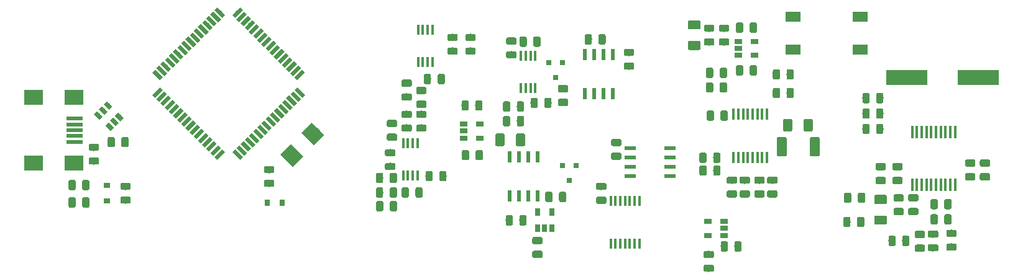
<source format=gtp>
G04 #@! TF.GenerationSoftware,KiCad,Pcbnew,(5.0.0)*
G04 #@! TF.CreationDate,2018-11-01T18:13:55-10:00*
G04 #@! TF.ProjectId,dstat-mainboard,64737461742D6D61696E626F6172642E,1.2.3*
G04 #@! TF.SameCoordinates,Original*
G04 #@! TF.FileFunction,Paste,Top*
G04 #@! TF.FilePolarity,Positive*
%FSLAX46Y46*%
G04 Gerber Fmt 4.6, Leading zero omitted, Abs format (unit mm)*
G04 Created by KiCad (PCBNEW (5.0.0)) date 11/01/18 18:13:55*
%MOMM*%
%LPD*%
G01*
G04 APERTURE LIST*
%ADD10C,0.650000*%
%ADD11C,0.150000*%
%ADD12R,1.060000X0.650000*%
%ADD13R,2.100000X1.400000*%
%ADD14C,0.975000*%
%ADD15C,1.350000*%
%ADD16C,2.000000*%
%ADD17R,0.450000X1.750000*%
%ADD18R,0.800000X0.900000*%
%ADD19R,0.900000X0.800000*%
%ADD20R,0.450000X1.450000*%
%ADD21R,0.600000X1.550000*%
%ADD22R,0.650000X1.060000*%
%ADD23R,1.550000X0.600000*%
%ADD24R,0.800100X0.800100*%
%ADD25R,2.499360X1.998980*%
%ADD26R,2.301240X0.500380*%
%ADD27R,5.600700X2.100580*%
%ADD28R,0.450000X1.500000*%
%ADD29C,1.250000*%
%ADD30C,0.550000*%
G04 APERTURE END LIST*
D10*
G04 #@! TO.C,U6*
X100028317Y-100917817D03*
D11*
G36*
X99423741Y-100772860D02*
X99883360Y-100313241D01*
X100632893Y-101062774D01*
X100173274Y-101522393D01*
X99423741Y-100772860D01*
X99423741Y-100772860D01*
G37*
D10*
X100700069Y-100246066D03*
D11*
G36*
X100095493Y-100101109D02*
X100555112Y-99641490D01*
X101304645Y-100391023D01*
X100845026Y-100850642D01*
X100095493Y-100101109D01*
X100095493Y-100101109D01*
G37*
D10*
X99356566Y-101589569D03*
D11*
G36*
X98751990Y-101444612D02*
X99211609Y-100984993D01*
X99961142Y-101734526D01*
X99501523Y-102194145D01*
X98751990Y-101444612D01*
X98751990Y-101444612D01*
G37*
D10*
X97800931Y-100033934D03*
D11*
G36*
X97196355Y-99888977D02*
X97655974Y-99429358D01*
X98405507Y-100178891D01*
X97945888Y-100638510D01*
X97196355Y-99888977D01*
X97196355Y-99888977D01*
G37*
D10*
X98472683Y-99362183D03*
D11*
G36*
X97868107Y-99217226D02*
X98327726Y-98757607D01*
X99077259Y-99507140D01*
X98617640Y-99966759D01*
X97868107Y-99217226D01*
X97868107Y-99217226D01*
G37*
D10*
X99144434Y-98690431D03*
D11*
G36*
X98539858Y-98545474D02*
X98999477Y-98085855D01*
X99749010Y-98835388D01*
X99289391Y-99295007D01*
X98539858Y-98545474D01*
X98539858Y-98545474D01*
G37*
G04 #@! TD*
D12*
G04 #@! TO.C,U2*
X149826000Y-101252000D03*
X149826000Y-103152000D03*
X147626000Y-103152000D03*
X147626000Y-102202000D03*
X147626000Y-101252000D03*
G04 #@! TD*
D13*
G04 #@! TO.C,SW1*
X201590000Y-91086500D03*
X192490000Y-91086500D03*
X201590000Y-86586500D03*
X192490000Y-86586500D03*
G04 #@! TD*
D11*
G04 #@! TO.C,C58*
G36*
X148110142Y-104775174D02*
X148133803Y-104778684D01*
X148157007Y-104784496D01*
X148179529Y-104792554D01*
X148201153Y-104802782D01*
X148221670Y-104815079D01*
X148240883Y-104829329D01*
X148258607Y-104845393D01*
X148274671Y-104863117D01*
X148288921Y-104882330D01*
X148301218Y-104902847D01*
X148311446Y-104924471D01*
X148319504Y-104946993D01*
X148325316Y-104970197D01*
X148328826Y-104993858D01*
X148330000Y-105017750D01*
X148330000Y-105930250D01*
X148328826Y-105954142D01*
X148325316Y-105977803D01*
X148319504Y-106001007D01*
X148311446Y-106023529D01*
X148301218Y-106045153D01*
X148288921Y-106065670D01*
X148274671Y-106084883D01*
X148258607Y-106102607D01*
X148240883Y-106118671D01*
X148221670Y-106132921D01*
X148201153Y-106145218D01*
X148179529Y-106155446D01*
X148157007Y-106163504D01*
X148133803Y-106169316D01*
X148110142Y-106172826D01*
X148086250Y-106174000D01*
X147598750Y-106174000D01*
X147574858Y-106172826D01*
X147551197Y-106169316D01*
X147527993Y-106163504D01*
X147505471Y-106155446D01*
X147483847Y-106145218D01*
X147463330Y-106132921D01*
X147444117Y-106118671D01*
X147426393Y-106102607D01*
X147410329Y-106084883D01*
X147396079Y-106065670D01*
X147383782Y-106045153D01*
X147373554Y-106023529D01*
X147365496Y-106001007D01*
X147359684Y-105977803D01*
X147356174Y-105954142D01*
X147355000Y-105930250D01*
X147355000Y-105017750D01*
X147356174Y-104993858D01*
X147359684Y-104970197D01*
X147365496Y-104946993D01*
X147373554Y-104924471D01*
X147383782Y-104902847D01*
X147396079Y-104882330D01*
X147410329Y-104863117D01*
X147426393Y-104845393D01*
X147444117Y-104829329D01*
X147463330Y-104815079D01*
X147483847Y-104802782D01*
X147505471Y-104792554D01*
X147527993Y-104784496D01*
X147551197Y-104778684D01*
X147574858Y-104775174D01*
X147598750Y-104774000D01*
X148086250Y-104774000D01*
X148110142Y-104775174D01*
X148110142Y-104775174D01*
G37*
D14*
X147842500Y-105474000D03*
D11*
G36*
X149985142Y-104775174D02*
X150008803Y-104778684D01*
X150032007Y-104784496D01*
X150054529Y-104792554D01*
X150076153Y-104802782D01*
X150096670Y-104815079D01*
X150115883Y-104829329D01*
X150133607Y-104845393D01*
X150149671Y-104863117D01*
X150163921Y-104882330D01*
X150176218Y-104902847D01*
X150186446Y-104924471D01*
X150194504Y-104946993D01*
X150200316Y-104970197D01*
X150203826Y-104993858D01*
X150205000Y-105017750D01*
X150205000Y-105930250D01*
X150203826Y-105954142D01*
X150200316Y-105977803D01*
X150194504Y-106001007D01*
X150186446Y-106023529D01*
X150176218Y-106045153D01*
X150163921Y-106065670D01*
X150149671Y-106084883D01*
X150133607Y-106102607D01*
X150115883Y-106118671D01*
X150096670Y-106132921D01*
X150076153Y-106145218D01*
X150054529Y-106155446D01*
X150032007Y-106163504D01*
X150008803Y-106169316D01*
X149985142Y-106172826D01*
X149961250Y-106174000D01*
X149473750Y-106174000D01*
X149449858Y-106172826D01*
X149426197Y-106169316D01*
X149402993Y-106163504D01*
X149380471Y-106155446D01*
X149358847Y-106145218D01*
X149338330Y-106132921D01*
X149319117Y-106118671D01*
X149301393Y-106102607D01*
X149285329Y-106084883D01*
X149271079Y-106065670D01*
X149258782Y-106045153D01*
X149248554Y-106023529D01*
X149240496Y-106001007D01*
X149234684Y-105977803D01*
X149231174Y-105954142D01*
X149230000Y-105930250D01*
X149230000Y-105017750D01*
X149231174Y-104993858D01*
X149234684Y-104970197D01*
X149240496Y-104946993D01*
X149248554Y-104924471D01*
X149258782Y-104902847D01*
X149271079Y-104882330D01*
X149285329Y-104863117D01*
X149301393Y-104845393D01*
X149319117Y-104829329D01*
X149338330Y-104815079D01*
X149358847Y-104802782D01*
X149380471Y-104792554D01*
X149402993Y-104784496D01*
X149426197Y-104778684D01*
X149449858Y-104775174D01*
X149473750Y-104774000D01*
X149961250Y-104774000D01*
X149985142Y-104775174D01*
X149985142Y-104775174D01*
G37*
D14*
X149717500Y-105474000D03*
G04 #@! TD*
D11*
G04 #@! TO.C,C59*
G36*
X148056142Y-98003674D02*
X148079803Y-98007184D01*
X148103007Y-98012996D01*
X148125529Y-98021054D01*
X148147153Y-98031282D01*
X148167670Y-98043579D01*
X148186883Y-98057829D01*
X148204607Y-98073893D01*
X148220671Y-98091617D01*
X148234921Y-98110830D01*
X148247218Y-98131347D01*
X148257446Y-98152971D01*
X148265504Y-98175493D01*
X148271316Y-98198697D01*
X148274826Y-98222358D01*
X148276000Y-98246250D01*
X148276000Y-99158750D01*
X148274826Y-99182642D01*
X148271316Y-99206303D01*
X148265504Y-99229507D01*
X148257446Y-99252029D01*
X148247218Y-99273653D01*
X148234921Y-99294170D01*
X148220671Y-99313383D01*
X148204607Y-99331107D01*
X148186883Y-99347171D01*
X148167670Y-99361421D01*
X148147153Y-99373718D01*
X148125529Y-99383946D01*
X148103007Y-99392004D01*
X148079803Y-99397816D01*
X148056142Y-99401326D01*
X148032250Y-99402500D01*
X147544750Y-99402500D01*
X147520858Y-99401326D01*
X147497197Y-99397816D01*
X147473993Y-99392004D01*
X147451471Y-99383946D01*
X147429847Y-99373718D01*
X147409330Y-99361421D01*
X147390117Y-99347171D01*
X147372393Y-99331107D01*
X147356329Y-99313383D01*
X147342079Y-99294170D01*
X147329782Y-99273653D01*
X147319554Y-99252029D01*
X147311496Y-99229507D01*
X147305684Y-99206303D01*
X147302174Y-99182642D01*
X147301000Y-99158750D01*
X147301000Y-98246250D01*
X147302174Y-98222358D01*
X147305684Y-98198697D01*
X147311496Y-98175493D01*
X147319554Y-98152971D01*
X147329782Y-98131347D01*
X147342079Y-98110830D01*
X147356329Y-98091617D01*
X147372393Y-98073893D01*
X147390117Y-98057829D01*
X147409330Y-98043579D01*
X147429847Y-98031282D01*
X147451471Y-98021054D01*
X147473993Y-98012996D01*
X147497197Y-98007184D01*
X147520858Y-98003674D01*
X147544750Y-98002500D01*
X148032250Y-98002500D01*
X148056142Y-98003674D01*
X148056142Y-98003674D01*
G37*
D14*
X147788500Y-98702500D03*
D11*
G36*
X149931142Y-98003674D02*
X149954803Y-98007184D01*
X149978007Y-98012996D01*
X150000529Y-98021054D01*
X150022153Y-98031282D01*
X150042670Y-98043579D01*
X150061883Y-98057829D01*
X150079607Y-98073893D01*
X150095671Y-98091617D01*
X150109921Y-98110830D01*
X150122218Y-98131347D01*
X150132446Y-98152971D01*
X150140504Y-98175493D01*
X150146316Y-98198697D01*
X150149826Y-98222358D01*
X150151000Y-98246250D01*
X150151000Y-99158750D01*
X150149826Y-99182642D01*
X150146316Y-99206303D01*
X150140504Y-99229507D01*
X150132446Y-99252029D01*
X150122218Y-99273653D01*
X150109921Y-99294170D01*
X150095671Y-99313383D01*
X150079607Y-99331107D01*
X150061883Y-99347171D01*
X150042670Y-99361421D01*
X150022153Y-99373718D01*
X150000529Y-99383946D01*
X149978007Y-99392004D01*
X149954803Y-99397816D01*
X149931142Y-99401326D01*
X149907250Y-99402500D01*
X149419750Y-99402500D01*
X149395858Y-99401326D01*
X149372197Y-99397816D01*
X149348993Y-99392004D01*
X149326471Y-99383946D01*
X149304847Y-99373718D01*
X149284330Y-99361421D01*
X149265117Y-99347171D01*
X149247393Y-99331107D01*
X149231329Y-99313383D01*
X149217079Y-99294170D01*
X149204782Y-99273653D01*
X149194554Y-99252029D01*
X149186496Y-99229507D01*
X149180684Y-99206303D01*
X149177174Y-99182642D01*
X149176000Y-99158750D01*
X149176000Y-98246250D01*
X149177174Y-98222358D01*
X149180684Y-98198697D01*
X149186496Y-98175493D01*
X149194554Y-98152971D01*
X149204782Y-98131347D01*
X149217079Y-98110830D01*
X149231329Y-98091617D01*
X149247393Y-98073893D01*
X149265117Y-98057829D01*
X149284330Y-98043579D01*
X149304847Y-98031282D01*
X149326471Y-98021054D01*
X149348993Y-98012996D01*
X149372197Y-98007184D01*
X149395858Y-98003674D01*
X149419750Y-98002500D01*
X149907250Y-98002500D01*
X149931142Y-98003674D01*
X149931142Y-98003674D01*
G37*
D14*
X149663500Y-98702500D03*
G04 #@! TD*
D11*
G04 #@! TO.C,R21*
G36*
X195879505Y-103006204D02*
X195903773Y-103009804D01*
X195927572Y-103015765D01*
X195950671Y-103024030D01*
X195972850Y-103034520D01*
X195993893Y-103047132D01*
X196013599Y-103061747D01*
X196031777Y-103078223D01*
X196048253Y-103096401D01*
X196062868Y-103116107D01*
X196075480Y-103137150D01*
X196085970Y-103159329D01*
X196094235Y-103182428D01*
X196100196Y-103206227D01*
X196103796Y-103230495D01*
X196105000Y-103254999D01*
X196105000Y-105405001D01*
X196103796Y-105429505D01*
X196100196Y-105453773D01*
X196094235Y-105477572D01*
X196085970Y-105500671D01*
X196075480Y-105522850D01*
X196062868Y-105543893D01*
X196048253Y-105563599D01*
X196031777Y-105581777D01*
X196013599Y-105598253D01*
X195993893Y-105612868D01*
X195972850Y-105625480D01*
X195950671Y-105635970D01*
X195927572Y-105644235D01*
X195903773Y-105650196D01*
X195879505Y-105653796D01*
X195855001Y-105655000D01*
X195004999Y-105655000D01*
X194980495Y-105653796D01*
X194956227Y-105650196D01*
X194932428Y-105644235D01*
X194909329Y-105635970D01*
X194887150Y-105625480D01*
X194866107Y-105612868D01*
X194846401Y-105598253D01*
X194828223Y-105581777D01*
X194811747Y-105563599D01*
X194797132Y-105543893D01*
X194784520Y-105522850D01*
X194774030Y-105500671D01*
X194765765Y-105477572D01*
X194759804Y-105453773D01*
X194756204Y-105429505D01*
X194755000Y-105405001D01*
X194755000Y-103254999D01*
X194756204Y-103230495D01*
X194759804Y-103206227D01*
X194765765Y-103182428D01*
X194774030Y-103159329D01*
X194784520Y-103137150D01*
X194797132Y-103116107D01*
X194811747Y-103096401D01*
X194828223Y-103078223D01*
X194846401Y-103061747D01*
X194866107Y-103047132D01*
X194887150Y-103034520D01*
X194909329Y-103024030D01*
X194932428Y-103015765D01*
X194956227Y-103009804D01*
X194980495Y-103006204D01*
X195004999Y-103005000D01*
X195855001Y-103005000D01*
X195879505Y-103006204D01*
X195879505Y-103006204D01*
G37*
D15*
X195430000Y-104330000D03*
D11*
G36*
X191379505Y-103006204D02*
X191403773Y-103009804D01*
X191427572Y-103015765D01*
X191450671Y-103024030D01*
X191472850Y-103034520D01*
X191493893Y-103047132D01*
X191513599Y-103061747D01*
X191531777Y-103078223D01*
X191548253Y-103096401D01*
X191562868Y-103116107D01*
X191575480Y-103137150D01*
X191585970Y-103159329D01*
X191594235Y-103182428D01*
X191600196Y-103206227D01*
X191603796Y-103230495D01*
X191605000Y-103254999D01*
X191605000Y-105405001D01*
X191603796Y-105429505D01*
X191600196Y-105453773D01*
X191594235Y-105477572D01*
X191585970Y-105500671D01*
X191575480Y-105522850D01*
X191562868Y-105543893D01*
X191548253Y-105563599D01*
X191531777Y-105581777D01*
X191513599Y-105598253D01*
X191493893Y-105612868D01*
X191472850Y-105625480D01*
X191450671Y-105635970D01*
X191427572Y-105644235D01*
X191403773Y-105650196D01*
X191379505Y-105653796D01*
X191355001Y-105655000D01*
X190504999Y-105655000D01*
X190480495Y-105653796D01*
X190456227Y-105650196D01*
X190432428Y-105644235D01*
X190409329Y-105635970D01*
X190387150Y-105625480D01*
X190366107Y-105612868D01*
X190346401Y-105598253D01*
X190328223Y-105581777D01*
X190311747Y-105563599D01*
X190297132Y-105543893D01*
X190284520Y-105522850D01*
X190274030Y-105500671D01*
X190265765Y-105477572D01*
X190259804Y-105453773D01*
X190256204Y-105429505D01*
X190255000Y-105405001D01*
X190255000Y-103254999D01*
X190256204Y-103230495D01*
X190259804Y-103206227D01*
X190265765Y-103182428D01*
X190274030Y-103159329D01*
X190284520Y-103137150D01*
X190297132Y-103116107D01*
X190311747Y-103096401D01*
X190328223Y-103078223D01*
X190346401Y-103061747D01*
X190366107Y-103047132D01*
X190387150Y-103034520D01*
X190409329Y-103024030D01*
X190432428Y-103015765D01*
X190456227Y-103009804D01*
X190480495Y-103006204D01*
X190504999Y-103005000D01*
X191355001Y-103005000D01*
X191379505Y-103006204D01*
X191379505Y-103006204D01*
G37*
D15*
X190930000Y-104330000D03*
G04 #@! TD*
D16*
G04 #@! TO.C,X2*
X127076569Y-102581431D03*
D11*
G36*
X126935148Y-101025796D02*
X128632204Y-102722852D01*
X127217990Y-104137066D01*
X125520934Y-102440010D01*
X126935148Y-101025796D01*
X126935148Y-101025796D01*
G37*
D16*
X124177431Y-105480569D03*
D11*
G36*
X124036010Y-103924934D02*
X125733066Y-105621990D01*
X124318852Y-107036204D01*
X122621796Y-105339148D01*
X124036010Y-103924934D01*
X124036010Y-103924934D01*
G37*
G04 #@! TD*
D17*
G04 #@! TO.C,U13*
X208699000Y-102292000D03*
X209349000Y-102292000D03*
X209999000Y-102292000D03*
X210649000Y-102292000D03*
X211299000Y-102292000D03*
X211949000Y-102292000D03*
X212599000Y-102292000D03*
X213249000Y-102292000D03*
X213899000Y-102292000D03*
X214549000Y-102292000D03*
X214549000Y-109492000D03*
X213899000Y-109492000D03*
X213249000Y-109492000D03*
X212599000Y-109492000D03*
X211949000Y-109492000D03*
X211299000Y-109492000D03*
X210649000Y-109492000D03*
X209999000Y-109492000D03*
X209349000Y-109492000D03*
X208699000Y-109492000D03*
G04 #@! TD*
D18*
G04 #@! TO.C,D1*
X120806000Y-111950000D03*
X122906000Y-111950000D03*
G04 #@! TD*
D19*
G04 #@! TO.C,D2*
X98996500Y-111730000D03*
X98996500Y-109630000D03*
G04 #@! TD*
D12*
G04 #@! TO.C,U1*
X184978000Y-89962000D03*
X184978000Y-90912000D03*
X184978000Y-91862000D03*
X187178000Y-91862000D03*
X187178000Y-89962000D03*
G04 #@! TD*
D20*
G04 #@! TO.C,U3*
X167641000Y-117588000D03*
X168291000Y-117588000D03*
X168941000Y-117588000D03*
X169591000Y-117588000D03*
X170241000Y-117588000D03*
X170891000Y-117588000D03*
X171541000Y-117588000D03*
X171541000Y-111688000D03*
X170891000Y-111688000D03*
X170241000Y-111688000D03*
X169591000Y-111688000D03*
X168941000Y-111688000D03*
X168291000Y-111688000D03*
X167641000Y-111688000D03*
G04 #@! TD*
D21*
G04 #@! TO.C,U4*
X157646000Y-105688000D03*
X156376000Y-105688000D03*
X155106000Y-105688000D03*
X153836000Y-105688000D03*
X153836000Y-111088000D03*
X155106000Y-111088000D03*
X156376000Y-111088000D03*
X157646000Y-111088000D03*
G04 #@! TD*
D22*
G04 #@! TO.C,U5*
X157691000Y-115438000D03*
X158641000Y-115438000D03*
X159591000Y-115438000D03*
X159591000Y-113238000D03*
X157691000Y-113238000D03*
G04 #@! TD*
D20*
G04 #@! TO.C,U7*
X141306000Y-103888000D03*
X140656000Y-103888000D03*
X140006000Y-103888000D03*
X139356000Y-103888000D03*
X139356000Y-108288000D03*
X140006000Y-108288000D03*
X140656000Y-108288000D03*
X141306000Y-108288000D03*
G04 #@! TD*
D21*
G04 #@! TO.C,U8*
X167922000Y-91718000D03*
X166652000Y-91718000D03*
X165382000Y-91718000D03*
X164112000Y-91718000D03*
X164112000Y-97118000D03*
X165382000Y-97118000D03*
X166652000Y-97118000D03*
X167922000Y-97118000D03*
G04 #@! TD*
D12*
G04 #@! TO.C,U9*
X183091000Y-116438000D03*
X183091000Y-115488000D03*
X183091000Y-114538000D03*
X180891000Y-114538000D03*
X180891000Y-116438000D03*
G04 #@! TD*
D23*
G04 #@! TO.C,U10*
X175691000Y-108348000D03*
X175691000Y-107078000D03*
X175691000Y-105808000D03*
X175691000Y-104538000D03*
X170291000Y-104538000D03*
X170291000Y-105808000D03*
X170291000Y-107078000D03*
X170291000Y-108348000D03*
G04 #@! TD*
D20*
G04 #@! TO.C,U11*
X157366000Y-91888000D03*
X156716000Y-91888000D03*
X156066000Y-91888000D03*
X155416000Y-91888000D03*
X155416000Y-96288000D03*
X156066000Y-96288000D03*
X156716000Y-96288000D03*
X157366000Y-96288000D03*
G04 #@! TD*
D24*
G04 #@! TO.C,UR1*
X162916000Y-106937240D03*
X161016000Y-106937240D03*
X161966000Y-108936220D03*
G04 #@! TD*
G04 #@! TO.C,UR2*
X161091000Y-92837240D03*
X159191000Y-92837240D03*
X160141000Y-94836220D03*
G04 #@! TD*
D25*
G04 #@! TO.C,USB1*
X89002960Y-106524080D03*
X94502060Y-106524080D03*
X89002960Y-97623920D03*
X94502060Y-97623920D03*
D26*
X94601120Y-103674200D03*
X94601120Y-102874100D03*
X94601120Y-102074000D03*
X94601120Y-101273900D03*
X94601120Y-100473800D03*
G04 #@! TD*
D27*
G04 #@! TO.C,X1*
X217697860Y-94896000D03*
X208000140Y-94896000D03*
G04 #@! TD*
D28*
G04 #@! TO.C,U12*
X184366000Y-105788000D03*
X185016000Y-105788000D03*
X185666000Y-105788000D03*
X186316000Y-105788000D03*
X186966000Y-105788000D03*
X187616000Y-105788000D03*
X188266000Y-105788000D03*
X188916000Y-105788000D03*
X188916000Y-99888000D03*
X188266000Y-99888000D03*
X187616000Y-99888000D03*
X186966000Y-99888000D03*
X186316000Y-99888000D03*
X185666000Y-99888000D03*
X185016000Y-99888000D03*
X184366000Y-99888000D03*
G04 #@! TD*
D20*
G04 #@! TO.C,U14*
X143325000Y-88384500D03*
X142675000Y-88384500D03*
X142025000Y-88384500D03*
X141375000Y-88384500D03*
X141375000Y-92784500D03*
X142025000Y-92784500D03*
X142675000Y-92784500D03*
X143325000Y-92784500D03*
G04 #@! TD*
D11*
G04 #@! TO.C,C1*
G36*
X142930142Y-94385674D02*
X142953803Y-94389184D01*
X142977007Y-94394996D01*
X142999529Y-94403054D01*
X143021153Y-94413282D01*
X143041670Y-94425579D01*
X143060883Y-94439829D01*
X143078607Y-94455893D01*
X143094671Y-94473617D01*
X143108921Y-94492830D01*
X143121218Y-94513347D01*
X143131446Y-94534971D01*
X143139504Y-94557493D01*
X143145316Y-94580697D01*
X143148826Y-94604358D01*
X143150000Y-94628250D01*
X143150000Y-95540750D01*
X143148826Y-95564642D01*
X143145316Y-95588303D01*
X143139504Y-95611507D01*
X143131446Y-95634029D01*
X143121218Y-95655653D01*
X143108921Y-95676170D01*
X143094671Y-95695383D01*
X143078607Y-95713107D01*
X143060883Y-95729171D01*
X143041670Y-95743421D01*
X143021153Y-95755718D01*
X142999529Y-95765946D01*
X142977007Y-95774004D01*
X142953803Y-95779816D01*
X142930142Y-95783326D01*
X142906250Y-95784500D01*
X142418750Y-95784500D01*
X142394858Y-95783326D01*
X142371197Y-95779816D01*
X142347993Y-95774004D01*
X142325471Y-95765946D01*
X142303847Y-95755718D01*
X142283330Y-95743421D01*
X142264117Y-95729171D01*
X142246393Y-95713107D01*
X142230329Y-95695383D01*
X142216079Y-95676170D01*
X142203782Y-95655653D01*
X142193554Y-95634029D01*
X142185496Y-95611507D01*
X142179684Y-95588303D01*
X142176174Y-95564642D01*
X142175000Y-95540750D01*
X142175000Y-94628250D01*
X142176174Y-94604358D01*
X142179684Y-94580697D01*
X142185496Y-94557493D01*
X142193554Y-94534971D01*
X142203782Y-94513347D01*
X142216079Y-94492830D01*
X142230329Y-94473617D01*
X142246393Y-94455893D01*
X142264117Y-94439829D01*
X142283330Y-94425579D01*
X142303847Y-94413282D01*
X142325471Y-94403054D01*
X142347993Y-94394996D01*
X142371197Y-94389184D01*
X142394858Y-94385674D01*
X142418750Y-94384500D01*
X142906250Y-94384500D01*
X142930142Y-94385674D01*
X142930142Y-94385674D01*
G37*
D14*
X142662500Y-95084500D03*
D11*
G36*
X144805142Y-94385674D02*
X144828803Y-94389184D01*
X144852007Y-94394996D01*
X144874529Y-94403054D01*
X144896153Y-94413282D01*
X144916670Y-94425579D01*
X144935883Y-94439829D01*
X144953607Y-94455893D01*
X144969671Y-94473617D01*
X144983921Y-94492830D01*
X144996218Y-94513347D01*
X145006446Y-94534971D01*
X145014504Y-94557493D01*
X145020316Y-94580697D01*
X145023826Y-94604358D01*
X145025000Y-94628250D01*
X145025000Y-95540750D01*
X145023826Y-95564642D01*
X145020316Y-95588303D01*
X145014504Y-95611507D01*
X145006446Y-95634029D01*
X144996218Y-95655653D01*
X144983921Y-95676170D01*
X144969671Y-95695383D01*
X144953607Y-95713107D01*
X144935883Y-95729171D01*
X144916670Y-95743421D01*
X144896153Y-95755718D01*
X144874529Y-95765946D01*
X144852007Y-95774004D01*
X144828803Y-95779816D01*
X144805142Y-95783326D01*
X144781250Y-95784500D01*
X144293750Y-95784500D01*
X144269858Y-95783326D01*
X144246197Y-95779816D01*
X144222993Y-95774004D01*
X144200471Y-95765946D01*
X144178847Y-95755718D01*
X144158330Y-95743421D01*
X144139117Y-95729171D01*
X144121393Y-95713107D01*
X144105329Y-95695383D01*
X144091079Y-95676170D01*
X144078782Y-95655653D01*
X144068554Y-95634029D01*
X144060496Y-95611507D01*
X144054684Y-95588303D01*
X144051174Y-95564642D01*
X144050000Y-95540750D01*
X144050000Y-94628250D01*
X144051174Y-94604358D01*
X144054684Y-94580697D01*
X144060496Y-94557493D01*
X144068554Y-94534971D01*
X144078782Y-94513347D01*
X144091079Y-94492830D01*
X144105329Y-94473617D01*
X144121393Y-94455893D01*
X144139117Y-94439829D01*
X144158330Y-94425579D01*
X144178847Y-94413282D01*
X144200471Y-94403054D01*
X144222993Y-94394996D01*
X144246197Y-94389184D01*
X144269858Y-94385674D01*
X144293750Y-94384500D01*
X144781250Y-94384500D01*
X144805142Y-94385674D01*
X144805142Y-94385674D01*
G37*
D14*
X144537500Y-95084500D03*
G04 #@! TD*
D11*
G04 #@! TO.C,C2*
G36*
X146561142Y-90789174D02*
X146584803Y-90792684D01*
X146608007Y-90798496D01*
X146630529Y-90806554D01*
X146652153Y-90816782D01*
X146672670Y-90829079D01*
X146691883Y-90843329D01*
X146709607Y-90859393D01*
X146725671Y-90877117D01*
X146739921Y-90896330D01*
X146752218Y-90916847D01*
X146762446Y-90938471D01*
X146770504Y-90960993D01*
X146776316Y-90984197D01*
X146779826Y-91007858D01*
X146781000Y-91031750D01*
X146781000Y-91519250D01*
X146779826Y-91543142D01*
X146776316Y-91566803D01*
X146770504Y-91590007D01*
X146762446Y-91612529D01*
X146752218Y-91634153D01*
X146739921Y-91654670D01*
X146725671Y-91673883D01*
X146709607Y-91691607D01*
X146691883Y-91707671D01*
X146672670Y-91721921D01*
X146652153Y-91734218D01*
X146630529Y-91744446D01*
X146608007Y-91752504D01*
X146584803Y-91758316D01*
X146561142Y-91761826D01*
X146537250Y-91763000D01*
X145624750Y-91763000D01*
X145600858Y-91761826D01*
X145577197Y-91758316D01*
X145553993Y-91752504D01*
X145531471Y-91744446D01*
X145509847Y-91734218D01*
X145489330Y-91721921D01*
X145470117Y-91707671D01*
X145452393Y-91691607D01*
X145436329Y-91673883D01*
X145422079Y-91654670D01*
X145409782Y-91634153D01*
X145399554Y-91612529D01*
X145391496Y-91590007D01*
X145385684Y-91566803D01*
X145382174Y-91543142D01*
X145381000Y-91519250D01*
X145381000Y-91031750D01*
X145382174Y-91007858D01*
X145385684Y-90984197D01*
X145391496Y-90960993D01*
X145399554Y-90938471D01*
X145409782Y-90916847D01*
X145422079Y-90896330D01*
X145436329Y-90877117D01*
X145452393Y-90859393D01*
X145470117Y-90843329D01*
X145489330Y-90829079D01*
X145509847Y-90816782D01*
X145531471Y-90806554D01*
X145553993Y-90798496D01*
X145577197Y-90792684D01*
X145600858Y-90789174D01*
X145624750Y-90788000D01*
X146537250Y-90788000D01*
X146561142Y-90789174D01*
X146561142Y-90789174D01*
G37*
D14*
X146081000Y-91275500D03*
D11*
G36*
X146561142Y-88914174D02*
X146584803Y-88917684D01*
X146608007Y-88923496D01*
X146630529Y-88931554D01*
X146652153Y-88941782D01*
X146672670Y-88954079D01*
X146691883Y-88968329D01*
X146709607Y-88984393D01*
X146725671Y-89002117D01*
X146739921Y-89021330D01*
X146752218Y-89041847D01*
X146762446Y-89063471D01*
X146770504Y-89085993D01*
X146776316Y-89109197D01*
X146779826Y-89132858D01*
X146781000Y-89156750D01*
X146781000Y-89644250D01*
X146779826Y-89668142D01*
X146776316Y-89691803D01*
X146770504Y-89715007D01*
X146762446Y-89737529D01*
X146752218Y-89759153D01*
X146739921Y-89779670D01*
X146725671Y-89798883D01*
X146709607Y-89816607D01*
X146691883Y-89832671D01*
X146672670Y-89846921D01*
X146652153Y-89859218D01*
X146630529Y-89869446D01*
X146608007Y-89877504D01*
X146584803Y-89883316D01*
X146561142Y-89886826D01*
X146537250Y-89888000D01*
X145624750Y-89888000D01*
X145600858Y-89886826D01*
X145577197Y-89883316D01*
X145553993Y-89877504D01*
X145531471Y-89869446D01*
X145509847Y-89859218D01*
X145489330Y-89846921D01*
X145470117Y-89832671D01*
X145452393Y-89816607D01*
X145436329Y-89798883D01*
X145422079Y-89779670D01*
X145409782Y-89759153D01*
X145399554Y-89737529D01*
X145391496Y-89715007D01*
X145385684Y-89691803D01*
X145382174Y-89668142D01*
X145381000Y-89644250D01*
X145381000Y-89156750D01*
X145382174Y-89132858D01*
X145385684Y-89109197D01*
X145391496Y-89085993D01*
X145399554Y-89063471D01*
X145409782Y-89041847D01*
X145422079Y-89021330D01*
X145436329Y-89002117D01*
X145452393Y-88984393D01*
X145470117Y-88968329D01*
X145489330Y-88954079D01*
X145509847Y-88941782D01*
X145531471Y-88931554D01*
X145553993Y-88923496D01*
X145577197Y-88917684D01*
X145600858Y-88914174D01*
X145624750Y-88913000D01*
X146537250Y-88913000D01*
X146561142Y-88914174D01*
X146561142Y-88914174D01*
G37*
D14*
X146081000Y-89400500D03*
G04 #@! TD*
D11*
G04 #@! TO.C,C3*
G36*
X149006142Y-88914174D02*
X149029803Y-88917684D01*
X149053007Y-88923496D01*
X149075529Y-88931554D01*
X149097153Y-88941782D01*
X149117670Y-88954079D01*
X149136883Y-88968329D01*
X149154607Y-88984393D01*
X149170671Y-89002117D01*
X149184921Y-89021330D01*
X149197218Y-89041847D01*
X149207446Y-89063471D01*
X149215504Y-89085993D01*
X149221316Y-89109197D01*
X149224826Y-89132858D01*
X149226000Y-89156750D01*
X149226000Y-89644250D01*
X149224826Y-89668142D01*
X149221316Y-89691803D01*
X149215504Y-89715007D01*
X149207446Y-89737529D01*
X149197218Y-89759153D01*
X149184921Y-89779670D01*
X149170671Y-89798883D01*
X149154607Y-89816607D01*
X149136883Y-89832671D01*
X149117670Y-89846921D01*
X149097153Y-89859218D01*
X149075529Y-89869446D01*
X149053007Y-89877504D01*
X149029803Y-89883316D01*
X149006142Y-89886826D01*
X148982250Y-89888000D01*
X148069750Y-89888000D01*
X148045858Y-89886826D01*
X148022197Y-89883316D01*
X147998993Y-89877504D01*
X147976471Y-89869446D01*
X147954847Y-89859218D01*
X147934330Y-89846921D01*
X147915117Y-89832671D01*
X147897393Y-89816607D01*
X147881329Y-89798883D01*
X147867079Y-89779670D01*
X147854782Y-89759153D01*
X147844554Y-89737529D01*
X147836496Y-89715007D01*
X147830684Y-89691803D01*
X147827174Y-89668142D01*
X147826000Y-89644250D01*
X147826000Y-89156750D01*
X147827174Y-89132858D01*
X147830684Y-89109197D01*
X147836496Y-89085993D01*
X147844554Y-89063471D01*
X147854782Y-89041847D01*
X147867079Y-89021330D01*
X147881329Y-89002117D01*
X147897393Y-88984393D01*
X147915117Y-88968329D01*
X147934330Y-88954079D01*
X147954847Y-88941782D01*
X147976471Y-88931554D01*
X147998993Y-88923496D01*
X148022197Y-88917684D01*
X148045858Y-88914174D01*
X148069750Y-88913000D01*
X148982250Y-88913000D01*
X149006142Y-88914174D01*
X149006142Y-88914174D01*
G37*
D14*
X148526000Y-89400500D03*
D11*
G36*
X149006142Y-90789174D02*
X149029803Y-90792684D01*
X149053007Y-90798496D01*
X149075529Y-90806554D01*
X149097153Y-90816782D01*
X149117670Y-90829079D01*
X149136883Y-90843329D01*
X149154607Y-90859393D01*
X149170671Y-90877117D01*
X149184921Y-90896330D01*
X149197218Y-90916847D01*
X149207446Y-90938471D01*
X149215504Y-90960993D01*
X149221316Y-90984197D01*
X149224826Y-91007858D01*
X149226000Y-91031750D01*
X149226000Y-91519250D01*
X149224826Y-91543142D01*
X149221316Y-91566803D01*
X149215504Y-91590007D01*
X149207446Y-91612529D01*
X149197218Y-91634153D01*
X149184921Y-91654670D01*
X149170671Y-91673883D01*
X149154607Y-91691607D01*
X149136883Y-91707671D01*
X149117670Y-91721921D01*
X149097153Y-91734218D01*
X149075529Y-91744446D01*
X149053007Y-91752504D01*
X149029803Y-91758316D01*
X149006142Y-91761826D01*
X148982250Y-91763000D01*
X148069750Y-91763000D01*
X148045858Y-91761826D01*
X148022197Y-91758316D01*
X147998993Y-91752504D01*
X147976471Y-91744446D01*
X147954847Y-91734218D01*
X147934330Y-91721921D01*
X147915117Y-91707671D01*
X147897393Y-91691607D01*
X147881329Y-91673883D01*
X147867079Y-91654670D01*
X147854782Y-91634153D01*
X147844554Y-91612529D01*
X147836496Y-91590007D01*
X147830684Y-91566803D01*
X147827174Y-91543142D01*
X147826000Y-91519250D01*
X147826000Y-91031750D01*
X147827174Y-91007858D01*
X147830684Y-90984197D01*
X147836496Y-90960993D01*
X147844554Y-90938471D01*
X147854782Y-90916847D01*
X147867079Y-90896330D01*
X147881329Y-90877117D01*
X147897393Y-90859393D01*
X147915117Y-90843329D01*
X147934330Y-90829079D01*
X147954847Y-90816782D01*
X147976471Y-90806554D01*
X147998993Y-90798496D01*
X148022197Y-90792684D01*
X148045858Y-90789174D01*
X148069750Y-90788000D01*
X148982250Y-90788000D01*
X149006142Y-90789174D01*
X149006142Y-90789174D01*
G37*
D14*
X148526000Y-91275500D03*
G04 #@! TD*
D11*
G04 #@! TO.C,C4*
G36*
X185448142Y-93217674D02*
X185471803Y-93221184D01*
X185495007Y-93226996D01*
X185517529Y-93235054D01*
X185539153Y-93245282D01*
X185559670Y-93257579D01*
X185578883Y-93271829D01*
X185596607Y-93287893D01*
X185612671Y-93305617D01*
X185626921Y-93324830D01*
X185639218Y-93345347D01*
X185649446Y-93366971D01*
X185657504Y-93389493D01*
X185663316Y-93412697D01*
X185666826Y-93436358D01*
X185668000Y-93460250D01*
X185668000Y-94372750D01*
X185666826Y-94396642D01*
X185663316Y-94420303D01*
X185657504Y-94443507D01*
X185649446Y-94466029D01*
X185639218Y-94487653D01*
X185626921Y-94508170D01*
X185612671Y-94527383D01*
X185596607Y-94545107D01*
X185578883Y-94561171D01*
X185559670Y-94575421D01*
X185539153Y-94587718D01*
X185517529Y-94597946D01*
X185495007Y-94606004D01*
X185471803Y-94611816D01*
X185448142Y-94615326D01*
X185424250Y-94616500D01*
X184936750Y-94616500D01*
X184912858Y-94615326D01*
X184889197Y-94611816D01*
X184865993Y-94606004D01*
X184843471Y-94597946D01*
X184821847Y-94587718D01*
X184801330Y-94575421D01*
X184782117Y-94561171D01*
X184764393Y-94545107D01*
X184748329Y-94527383D01*
X184734079Y-94508170D01*
X184721782Y-94487653D01*
X184711554Y-94466029D01*
X184703496Y-94443507D01*
X184697684Y-94420303D01*
X184694174Y-94396642D01*
X184693000Y-94372750D01*
X184693000Y-93460250D01*
X184694174Y-93436358D01*
X184697684Y-93412697D01*
X184703496Y-93389493D01*
X184711554Y-93366971D01*
X184721782Y-93345347D01*
X184734079Y-93324830D01*
X184748329Y-93305617D01*
X184764393Y-93287893D01*
X184782117Y-93271829D01*
X184801330Y-93257579D01*
X184821847Y-93245282D01*
X184843471Y-93235054D01*
X184865993Y-93226996D01*
X184889197Y-93221184D01*
X184912858Y-93217674D01*
X184936750Y-93216500D01*
X185424250Y-93216500D01*
X185448142Y-93217674D01*
X185448142Y-93217674D01*
G37*
D14*
X185180500Y-93916500D03*
D11*
G36*
X187323142Y-93217674D02*
X187346803Y-93221184D01*
X187370007Y-93226996D01*
X187392529Y-93235054D01*
X187414153Y-93245282D01*
X187434670Y-93257579D01*
X187453883Y-93271829D01*
X187471607Y-93287893D01*
X187487671Y-93305617D01*
X187501921Y-93324830D01*
X187514218Y-93345347D01*
X187524446Y-93366971D01*
X187532504Y-93389493D01*
X187538316Y-93412697D01*
X187541826Y-93436358D01*
X187543000Y-93460250D01*
X187543000Y-94372750D01*
X187541826Y-94396642D01*
X187538316Y-94420303D01*
X187532504Y-94443507D01*
X187524446Y-94466029D01*
X187514218Y-94487653D01*
X187501921Y-94508170D01*
X187487671Y-94527383D01*
X187471607Y-94545107D01*
X187453883Y-94561171D01*
X187434670Y-94575421D01*
X187414153Y-94587718D01*
X187392529Y-94597946D01*
X187370007Y-94606004D01*
X187346803Y-94611816D01*
X187323142Y-94615326D01*
X187299250Y-94616500D01*
X186811750Y-94616500D01*
X186787858Y-94615326D01*
X186764197Y-94611816D01*
X186740993Y-94606004D01*
X186718471Y-94597946D01*
X186696847Y-94587718D01*
X186676330Y-94575421D01*
X186657117Y-94561171D01*
X186639393Y-94545107D01*
X186623329Y-94527383D01*
X186609079Y-94508170D01*
X186596782Y-94487653D01*
X186586554Y-94466029D01*
X186578496Y-94443507D01*
X186572684Y-94420303D01*
X186569174Y-94396642D01*
X186568000Y-94372750D01*
X186568000Y-93460250D01*
X186569174Y-93436358D01*
X186572684Y-93412697D01*
X186578496Y-93389493D01*
X186586554Y-93366971D01*
X186596782Y-93345347D01*
X186609079Y-93324830D01*
X186623329Y-93305617D01*
X186639393Y-93287893D01*
X186657117Y-93271829D01*
X186676330Y-93257579D01*
X186696847Y-93245282D01*
X186718471Y-93235054D01*
X186740993Y-93226996D01*
X186764197Y-93221184D01*
X186787858Y-93217674D01*
X186811750Y-93216500D01*
X187299250Y-93216500D01*
X187323142Y-93217674D01*
X187323142Y-93217674D01*
G37*
D14*
X187055500Y-93916500D03*
G04 #@! TD*
D11*
G04 #@! TO.C,C5*
G36*
X185448142Y-87375674D02*
X185471803Y-87379184D01*
X185495007Y-87384996D01*
X185517529Y-87393054D01*
X185539153Y-87403282D01*
X185559670Y-87415579D01*
X185578883Y-87429829D01*
X185596607Y-87445893D01*
X185612671Y-87463617D01*
X185626921Y-87482830D01*
X185639218Y-87503347D01*
X185649446Y-87524971D01*
X185657504Y-87547493D01*
X185663316Y-87570697D01*
X185666826Y-87594358D01*
X185668000Y-87618250D01*
X185668000Y-88530750D01*
X185666826Y-88554642D01*
X185663316Y-88578303D01*
X185657504Y-88601507D01*
X185649446Y-88624029D01*
X185639218Y-88645653D01*
X185626921Y-88666170D01*
X185612671Y-88685383D01*
X185596607Y-88703107D01*
X185578883Y-88719171D01*
X185559670Y-88733421D01*
X185539153Y-88745718D01*
X185517529Y-88755946D01*
X185495007Y-88764004D01*
X185471803Y-88769816D01*
X185448142Y-88773326D01*
X185424250Y-88774500D01*
X184936750Y-88774500D01*
X184912858Y-88773326D01*
X184889197Y-88769816D01*
X184865993Y-88764004D01*
X184843471Y-88755946D01*
X184821847Y-88745718D01*
X184801330Y-88733421D01*
X184782117Y-88719171D01*
X184764393Y-88703107D01*
X184748329Y-88685383D01*
X184734079Y-88666170D01*
X184721782Y-88645653D01*
X184711554Y-88624029D01*
X184703496Y-88601507D01*
X184697684Y-88578303D01*
X184694174Y-88554642D01*
X184693000Y-88530750D01*
X184693000Y-87618250D01*
X184694174Y-87594358D01*
X184697684Y-87570697D01*
X184703496Y-87547493D01*
X184711554Y-87524971D01*
X184721782Y-87503347D01*
X184734079Y-87482830D01*
X184748329Y-87463617D01*
X184764393Y-87445893D01*
X184782117Y-87429829D01*
X184801330Y-87415579D01*
X184821847Y-87403282D01*
X184843471Y-87393054D01*
X184865993Y-87384996D01*
X184889197Y-87379184D01*
X184912858Y-87375674D01*
X184936750Y-87374500D01*
X185424250Y-87374500D01*
X185448142Y-87375674D01*
X185448142Y-87375674D01*
G37*
D14*
X185180500Y-88074500D03*
D11*
G36*
X187323142Y-87375674D02*
X187346803Y-87379184D01*
X187370007Y-87384996D01*
X187392529Y-87393054D01*
X187414153Y-87403282D01*
X187434670Y-87415579D01*
X187453883Y-87429829D01*
X187471607Y-87445893D01*
X187487671Y-87463617D01*
X187501921Y-87482830D01*
X187514218Y-87503347D01*
X187524446Y-87524971D01*
X187532504Y-87547493D01*
X187538316Y-87570697D01*
X187541826Y-87594358D01*
X187543000Y-87618250D01*
X187543000Y-88530750D01*
X187541826Y-88554642D01*
X187538316Y-88578303D01*
X187532504Y-88601507D01*
X187524446Y-88624029D01*
X187514218Y-88645653D01*
X187501921Y-88666170D01*
X187487671Y-88685383D01*
X187471607Y-88703107D01*
X187453883Y-88719171D01*
X187434670Y-88733421D01*
X187414153Y-88745718D01*
X187392529Y-88755946D01*
X187370007Y-88764004D01*
X187346803Y-88769816D01*
X187323142Y-88773326D01*
X187299250Y-88774500D01*
X186811750Y-88774500D01*
X186787858Y-88773326D01*
X186764197Y-88769816D01*
X186740993Y-88764004D01*
X186718471Y-88755946D01*
X186696847Y-88745718D01*
X186676330Y-88733421D01*
X186657117Y-88719171D01*
X186639393Y-88703107D01*
X186623329Y-88685383D01*
X186609079Y-88666170D01*
X186596782Y-88645653D01*
X186586554Y-88624029D01*
X186578496Y-88601507D01*
X186572684Y-88578303D01*
X186569174Y-88554642D01*
X186568000Y-88530750D01*
X186568000Y-87618250D01*
X186569174Y-87594358D01*
X186572684Y-87570697D01*
X186578496Y-87547493D01*
X186586554Y-87524971D01*
X186596782Y-87503347D01*
X186609079Y-87482830D01*
X186623329Y-87463617D01*
X186639393Y-87445893D01*
X186657117Y-87429829D01*
X186676330Y-87415579D01*
X186696847Y-87403282D01*
X186718471Y-87393054D01*
X186740993Y-87384996D01*
X186764197Y-87379184D01*
X186787858Y-87375674D01*
X186811750Y-87374500D01*
X187299250Y-87374500D01*
X187323142Y-87375674D01*
X187323142Y-87375674D01*
G37*
D14*
X187055500Y-88074500D03*
G04 #@! TD*
D11*
G04 #@! TO.C,C6*
G36*
X154071142Y-113689174D02*
X154094803Y-113692684D01*
X154118007Y-113698496D01*
X154140529Y-113706554D01*
X154162153Y-113716782D01*
X154182670Y-113729079D01*
X154201883Y-113743329D01*
X154219607Y-113759393D01*
X154235671Y-113777117D01*
X154249921Y-113796330D01*
X154262218Y-113816847D01*
X154272446Y-113838471D01*
X154280504Y-113860993D01*
X154286316Y-113884197D01*
X154289826Y-113907858D01*
X154291000Y-113931750D01*
X154291000Y-114844250D01*
X154289826Y-114868142D01*
X154286316Y-114891803D01*
X154280504Y-114915007D01*
X154272446Y-114937529D01*
X154262218Y-114959153D01*
X154249921Y-114979670D01*
X154235671Y-114998883D01*
X154219607Y-115016607D01*
X154201883Y-115032671D01*
X154182670Y-115046921D01*
X154162153Y-115059218D01*
X154140529Y-115069446D01*
X154118007Y-115077504D01*
X154094803Y-115083316D01*
X154071142Y-115086826D01*
X154047250Y-115088000D01*
X153559750Y-115088000D01*
X153535858Y-115086826D01*
X153512197Y-115083316D01*
X153488993Y-115077504D01*
X153466471Y-115069446D01*
X153444847Y-115059218D01*
X153424330Y-115046921D01*
X153405117Y-115032671D01*
X153387393Y-115016607D01*
X153371329Y-114998883D01*
X153357079Y-114979670D01*
X153344782Y-114959153D01*
X153334554Y-114937529D01*
X153326496Y-114915007D01*
X153320684Y-114891803D01*
X153317174Y-114868142D01*
X153316000Y-114844250D01*
X153316000Y-113931750D01*
X153317174Y-113907858D01*
X153320684Y-113884197D01*
X153326496Y-113860993D01*
X153334554Y-113838471D01*
X153344782Y-113816847D01*
X153357079Y-113796330D01*
X153371329Y-113777117D01*
X153387393Y-113759393D01*
X153405117Y-113743329D01*
X153424330Y-113729079D01*
X153444847Y-113716782D01*
X153466471Y-113706554D01*
X153488993Y-113698496D01*
X153512197Y-113692684D01*
X153535858Y-113689174D01*
X153559750Y-113688000D01*
X154047250Y-113688000D01*
X154071142Y-113689174D01*
X154071142Y-113689174D01*
G37*
D14*
X153803500Y-114388000D03*
D11*
G36*
X155946142Y-113689174D02*
X155969803Y-113692684D01*
X155993007Y-113698496D01*
X156015529Y-113706554D01*
X156037153Y-113716782D01*
X156057670Y-113729079D01*
X156076883Y-113743329D01*
X156094607Y-113759393D01*
X156110671Y-113777117D01*
X156124921Y-113796330D01*
X156137218Y-113816847D01*
X156147446Y-113838471D01*
X156155504Y-113860993D01*
X156161316Y-113884197D01*
X156164826Y-113907858D01*
X156166000Y-113931750D01*
X156166000Y-114844250D01*
X156164826Y-114868142D01*
X156161316Y-114891803D01*
X156155504Y-114915007D01*
X156147446Y-114937529D01*
X156137218Y-114959153D01*
X156124921Y-114979670D01*
X156110671Y-114998883D01*
X156094607Y-115016607D01*
X156076883Y-115032671D01*
X156057670Y-115046921D01*
X156037153Y-115059218D01*
X156015529Y-115069446D01*
X155993007Y-115077504D01*
X155969803Y-115083316D01*
X155946142Y-115086826D01*
X155922250Y-115088000D01*
X155434750Y-115088000D01*
X155410858Y-115086826D01*
X155387197Y-115083316D01*
X155363993Y-115077504D01*
X155341471Y-115069446D01*
X155319847Y-115059218D01*
X155299330Y-115046921D01*
X155280117Y-115032671D01*
X155262393Y-115016607D01*
X155246329Y-114998883D01*
X155232079Y-114979670D01*
X155219782Y-114959153D01*
X155209554Y-114937529D01*
X155201496Y-114915007D01*
X155195684Y-114891803D01*
X155192174Y-114868142D01*
X155191000Y-114844250D01*
X155191000Y-113931750D01*
X155192174Y-113907858D01*
X155195684Y-113884197D01*
X155201496Y-113860993D01*
X155209554Y-113838471D01*
X155219782Y-113816847D01*
X155232079Y-113796330D01*
X155246329Y-113777117D01*
X155262393Y-113759393D01*
X155280117Y-113743329D01*
X155299330Y-113729079D01*
X155319847Y-113716782D01*
X155341471Y-113706554D01*
X155363993Y-113698496D01*
X155387197Y-113692684D01*
X155410858Y-113689174D01*
X155434750Y-113688000D01*
X155922250Y-113688000D01*
X155946142Y-113689174D01*
X155946142Y-113689174D01*
G37*
D14*
X155678500Y-114388000D03*
G04 #@! TD*
D11*
G04 #@! TO.C,C7*
G36*
X142311142Y-98039174D02*
X142334803Y-98042684D01*
X142358007Y-98048496D01*
X142380529Y-98056554D01*
X142402153Y-98066782D01*
X142422670Y-98079079D01*
X142441883Y-98093329D01*
X142459607Y-98109393D01*
X142475671Y-98127117D01*
X142489921Y-98146330D01*
X142502218Y-98166847D01*
X142512446Y-98188471D01*
X142520504Y-98210993D01*
X142526316Y-98234197D01*
X142529826Y-98257858D01*
X142531000Y-98281750D01*
X142531000Y-98769250D01*
X142529826Y-98793142D01*
X142526316Y-98816803D01*
X142520504Y-98840007D01*
X142512446Y-98862529D01*
X142502218Y-98884153D01*
X142489921Y-98904670D01*
X142475671Y-98923883D01*
X142459607Y-98941607D01*
X142441883Y-98957671D01*
X142422670Y-98971921D01*
X142402153Y-98984218D01*
X142380529Y-98994446D01*
X142358007Y-99002504D01*
X142334803Y-99008316D01*
X142311142Y-99011826D01*
X142287250Y-99013000D01*
X141374750Y-99013000D01*
X141350858Y-99011826D01*
X141327197Y-99008316D01*
X141303993Y-99002504D01*
X141281471Y-98994446D01*
X141259847Y-98984218D01*
X141239330Y-98971921D01*
X141220117Y-98957671D01*
X141202393Y-98941607D01*
X141186329Y-98923883D01*
X141172079Y-98904670D01*
X141159782Y-98884153D01*
X141149554Y-98862529D01*
X141141496Y-98840007D01*
X141135684Y-98816803D01*
X141132174Y-98793142D01*
X141131000Y-98769250D01*
X141131000Y-98281750D01*
X141132174Y-98257858D01*
X141135684Y-98234197D01*
X141141496Y-98210993D01*
X141149554Y-98188471D01*
X141159782Y-98166847D01*
X141172079Y-98146330D01*
X141186329Y-98127117D01*
X141202393Y-98109393D01*
X141220117Y-98093329D01*
X141239330Y-98079079D01*
X141259847Y-98066782D01*
X141281471Y-98056554D01*
X141303993Y-98048496D01*
X141327197Y-98042684D01*
X141350858Y-98039174D01*
X141374750Y-98038000D01*
X142287250Y-98038000D01*
X142311142Y-98039174D01*
X142311142Y-98039174D01*
G37*
D14*
X141831000Y-98525500D03*
D11*
G36*
X142311142Y-96164174D02*
X142334803Y-96167684D01*
X142358007Y-96173496D01*
X142380529Y-96181554D01*
X142402153Y-96191782D01*
X142422670Y-96204079D01*
X142441883Y-96218329D01*
X142459607Y-96234393D01*
X142475671Y-96252117D01*
X142489921Y-96271330D01*
X142502218Y-96291847D01*
X142512446Y-96313471D01*
X142520504Y-96335993D01*
X142526316Y-96359197D01*
X142529826Y-96382858D01*
X142531000Y-96406750D01*
X142531000Y-96894250D01*
X142529826Y-96918142D01*
X142526316Y-96941803D01*
X142520504Y-96965007D01*
X142512446Y-96987529D01*
X142502218Y-97009153D01*
X142489921Y-97029670D01*
X142475671Y-97048883D01*
X142459607Y-97066607D01*
X142441883Y-97082671D01*
X142422670Y-97096921D01*
X142402153Y-97109218D01*
X142380529Y-97119446D01*
X142358007Y-97127504D01*
X142334803Y-97133316D01*
X142311142Y-97136826D01*
X142287250Y-97138000D01*
X141374750Y-97138000D01*
X141350858Y-97136826D01*
X141327197Y-97133316D01*
X141303993Y-97127504D01*
X141281471Y-97119446D01*
X141259847Y-97109218D01*
X141239330Y-97096921D01*
X141220117Y-97082671D01*
X141202393Y-97066607D01*
X141186329Y-97048883D01*
X141172079Y-97029670D01*
X141159782Y-97009153D01*
X141149554Y-96987529D01*
X141141496Y-96965007D01*
X141135684Y-96941803D01*
X141132174Y-96918142D01*
X141131000Y-96894250D01*
X141131000Y-96406750D01*
X141132174Y-96382858D01*
X141135684Y-96359197D01*
X141141496Y-96335993D01*
X141149554Y-96313471D01*
X141159782Y-96291847D01*
X141172079Y-96271330D01*
X141186329Y-96252117D01*
X141202393Y-96234393D01*
X141220117Y-96218329D01*
X141239330Y-96204079D01*
X141259847Y-96191782D01*
X141281471Y-96181554D01*
X141303993Y-96173496D01*
X141327197Y-96167684D01*
X141350858Y-96164174D01*
X141374750Y-96163000D01*
X142287250Y-96163000D01*
X142311142Y-96164174D01*
X142311142Y-96164174D01*
G37*
D14*
X141831000Y-96650500D03*
G04 #@! TD*
D11*
G04 #@! TO.C,C8*
G36*
X159471142Y-110489174D02*
X159494803Y-110492684D01*
X159518007Y-110498496D01*
X159540529Y-110506554D01*
X159562153Y-110516782D01*
X159582670Y-110529079D01*
X159601883Y-110543329D01*
X159619607Y-110559393D01*
X159635671Y-110577117D01*
X159649921Y-110596330D01*
X159662218Y-110616847D01*
X159672446Y-110638471D01*
X159680504Y-110660993D01*
X159686316Y-110684197D01*
X159689826Y-110707858D01*
X159691000Y-110731750D01*
X159691000Y-111644250D01*
X159689826Y-111668142D01*
X159686316Y-111691803D01*
X159680504Y-111715007D01*
X159672446Y-111737529D01*
X159662218Y-111759153D01*
X159649921Y-111779670D01*
X159635671Y-111798883D01*
X159619607Y-111816607D01*
X159601883Y-111832671D01*
X159582670Y-111846921D01*
X159562153Y-111859218D01*
X159540529Y-111869446D01*
X159518007Y-111877504D01*
X159494803Y-111883316D01*
X159471142Y-111886826D01*
X159447250Y-111888000D01*
X158959750Y-111888000D01*
X158935858Y-111886826D01*
X158912197Y-111883316D01*
X158888993Y-111877504D01*
X158866471Y-111869446D01*
X158844847Y-111859218D01*
X158824330Y-111846921D01*
X158805117Y-111832671D01*
X158787393Y-111816607D01*
X158771329Y-111798883D01*
X158757079Y-111779670D01*
X158744782Y-111759153D01*
X158734554Y-111737529D01*
X158726496Y-111715007D01*
X158720684Y-111691803D01*
X158717174Y-111668142D01*
X158716000Y-111644250D01*
X158716000Y-110731750D01*
X158717174Y-110707858D01*
X158720684Y-110684197D01*
X158726496Y-110660993D01*
X158734554Y-110638471D01*
X158744782Y-110616847D01*
X158757079Y-110596330D01*
X158771329Y-110577117D01*
X158787393Y-110559393D01*
X158805117Y-110543329D01*
X158824330Y-110529079D01*
X158844847Y-110516782D01*
X158866471Y-110506554D01*
X158888993Y-110498496D01*
X158912197Y-110492684D01*
X158935858Y-110489174D01*
X158959750Y-110488000D01*
X159447250Y-110488000D01*
X159471142Y-110489174D01*
X159471142Y-110489174D01*
G37*
D14*
X159203500Y-111188000D03*
D11*
G36*
X161346142Y-110489174D02*
X161369803Y-110492684D01*
X161393007Y-110498496D01*
X161415529Y-110506554D01*
X161437153Y-110516782D01*
X161457670Y-110529079D01*
X161476883Y-110543329D01*
X161494607Y-110559393D01*
X161510671Y-110577117D01*
X161524921Y-110596330D01*
X161537218Y-110616847D01*
X161547446Y-110638471D01*
X161555504Y-110660993D01*
X161561316Y-110684197D01*
X161564826Y-110707858D01*
X161566000Y-110731750D01*
X161566000Y-111644250D01*
X161564826Y-111668142D01*
X161561316Y-111691803D01*
X161555504Y-111715007D01*
X161547446Y-111737529D01*
X161537218Y-111759153D01*
X161524921Y-111779670D01*
X161510671Y-111798883D01*
X161494607Y-111816607D01*
X161476883Y-111832671D01*
X161457670Y-111846921D01*
X161437153Y-111859218D01*
X161415529Y-111869446D01*
X161393007Y-111877504D01*
X161369803Y-111883316D01*
X161346142Y-111886826D01*
X161322250Y-111888000D01*
X160834750Y-111888000D01*
X160810858Y-111886826D01*
X160787197Y-111883316D01*
X160763993Y-111877504D01*
X160741471Y-111869446D01*
X160719847Y-111859218D01*
X160699330Y-111846921D01*
X160680117Y-111832671D01*
X160662393Y-111816607D01*
X160646329Y-111798883D01*
X160632079Y-111779670D01*
X160619782Y-111759153D01*
X160609554Y-111737529D01*
X160601496Y-111715007D01*
X160595684Y-111691803D01*
X160592174Y-111668142D01*
X160591000Y-111644250D01*
X160591000Y-110731750D01*
X160592174Y-110707858D01*
X160595684Y-110684197D01*
X160601496Y-110660993D01*
X160609554Y-110638471D01*
X160619782Y-110616847D01*
X160632079Y-110596330D01*
X160646329Y-110577117D01*
X160662393Y-110559393D01*
X160680117Y-110543329D01*
X160699330Y-110529079D01*
X160719847Y-110516782D01*
X160741471Y-110506554D01*
X160763993Y-110498496D01*
X160787197Y-110492684D01*
X160810858Y-110489174D01*
X160834750Y-110488000D01*
X161322250Y-110488000D01*
X161346142Y-110489174D01*
X161346142Y-110489174D01*
G37*
D14*
X161078500Y-111188000D03*
G04 #@! TD*
D11*
G04 #@! TO.C,C9*
G36*
X166821142Y-109264174D02*
X166844803Y-109267684D01*
X166868007Y-109273496D01*
X166890529Y-109281554D01*
X166912153Y-109291782D01*
X166932670Y-109304079D01*
X166951883Y-109318329D01*
X166969607Y-109334393D01*
X166985671Y-109352117D01*
X166999921Y-109371330D01*
X167012218Y-109391847D01*
X167022446Y-109413471D01*
X167030504Y-109435993D01*
X167036316Y-109459197D01*
X167039826Y-109482858D01*
X167041000Y-109506750D01*
X167041000Y-109994250D01*
X167039826Y-110018142D01*
X167036316Y-110041803D01*
X167030504Y-110065007D01*
X167022446Y-110087529D01*
X167012218Y-110109153D01*
X166999921Y-110129670D01*
X166985671Y-110148883D01*
X166969607Y-110166607D01*
X166951883Y-110182671D01*
X166932670Y-110196921D01*
X166912153Y-110209218D01*
X166890529Y-110219446D01*
X166868007Y-110227504D01*
X166844803Y-110233316D01*
X166821142Y-110236826D01*
X166797250Y-110238000D01*
X165884750Y-110238000D01*
X165860858Y-110236826D01*
X165837197Y-110233316D01*
X165813993Y-110227504D01*
X165791471Y-110219446D01*
X165769847Y-110209218D01*
X165749330Y-110196921D01*
X165730117Y-110182671D01*
X165712393Y-110166607D01*
X165696329Y-110148883D01*
X165682079Y-110129670D01*
X165669782Y-110109153D01*
X165659554Y-110087529D01*
X165651496Y-110065007D01*
X165645684Y-110041803D01*
X165642174Y-110018142D01*
X165641000Y-109994250D01*
X165641000Y-109506750D01*
X165642174Y-109482858D01*
X165645684Y-109459197D01*
X165651496Y-109435993D01*
X165659554Y-109413471D01*
X165669782Y-109391847D01*
X165682079Y-109371330D01*
X165696329Y-109352117D01*
X165712393Y-109334393D01*
X165730117Y-109318329D01*
X165749330Y-109304079D01*
X165769847Y-109291782D01*
X165791471Y-109281554D01*
X165813993Y-109273496D01*
X165837197Y-109267684D01*
X165860858Y-109264174D01*
X165884750Y-109263000D01*
X166797250Y-109263000D01*
X166821142Y-109264174D01*
X166821142Y-109264174D01*
G37*
D14*
X166341000Y-109750500D03*
D11*
G36*
X166821142Y-111139174D02*
X166844803Y-111142684D01*
X166868007Y-111148496D01*
X166890529Y-111156554D01*
X166912153Y-111166782D01*
X166932670Y-111179079D01*
X166951883Y-111193329D01*
X166969607Y-111209393D01*
X166985671Y-111227117D01*
X166999921Y-111246330D01*
X167012218Y-111266847D01*
X167022446Y-111288471D01*
X167030504Y-111310993D01*
X167036316Y-111334197D01*
X167039826Y-111357858D01*
X167041000Y-111381750D01*
X167041000Y-111869250D01*
X167039826Y-111893142D01*
X167036316Y-111916803D01*
X167030504Y-111940007D01*
X167022446Y-111962529D01*
X167012218Y-111984153D01*
X166999921Y-112004670D01*
X166985671Y-112023883D01*
X166969607Y-112041607D01*
X166951883Y-112057671D01*
X166932670Y-112071921D01*
X166912153Y-112084218D01*
X166890529Y-112094446D01*
X166868007Y-112102504D01*
X166844803Y-112108316D01*
X166821142Y-112111826D01*
X166797250Y-112113000D01*
X165884750Y-112113000D01*
X165860858Y-112111826D01*
X165837197Y-112108316D01*
X165813993Y-112102504D01*
X165791471Y-112094446D01*
X165769847Y-112084218D01*
X165749330Y-112071921D01*
X165730117Y-112057671D01*
X165712393Y-112041607D01*
X165696329Y-112023883D01*
X165682079Y-112004670D01*
X165669782Y-111984153D01*
X165659554Y-111962529D01*
X165651496Y-111940007D01*
X165645684Y-111916803D01*
X165642174Y-111893142D01*
X165641000Y-111869250D01*
X165641000Y-111381750D01*
X165642174Y-111357858D01*
X165645684Y-111334197D01*
X165651496Y-111310993D01*
X165659554Y-111288471D01*
X165669782Y-111266847D01*
X165682079Y-111246330D01*
X165696329Y-111227117D01*
X165712393Y-111209393D01*
X165730117Y-111193329D01*
X165749330Y-111179079D01*
X165769847Y-111166782D01*
X165791471Y-111156554D01*
X165813993Y-111148496D01*
X165837197Y-111142684D01*
X165860858Y-111139174D01*
X165884750Y-111138000D01*
X166797250Y-111138000D01*
X166821142Y-111139174D01*
X166821142Y-111139174D01*
G37*
D14*
X166341000Y-111625500D03*
G04 #@! TD*
D11*
G04 #@! TO.C,C10*
G36*
X138311142Y-102539174D02*
X138334803Y-102542684D01*
X138358007Y-102548496D01*
X138380529Y-102556554D01*
X138402153Y-102566782D01*
X138422670Y-102579079D01*
X138441883Y-102593329D01*
X138459607Y-102609393D01*
X138475671Y-102627117D01*
X138489921Y-102646330D01*
X138502218Y-102666847D01*
X138512446Y-102688471D01*
X138520504Y-102710993D01*
X138526316Y-102734197D01*
X138529826Y-102757858D01*
X138531000Y-102781750D01*
X138531000Y-103269250D01*
X138529826Y-103293142D01*
X138526316Y-103316803D01*
X138520504Y-103340007D01*
X138512446Y-103362529D01*
X138502218Y-103384153D01*
X138489921Y-103404670D01*
X138475671Y-103423883D01*
X138459607Y-103441607D01*
X138441883Y-103457671D01*
X138422670Y-103471921D01*
X138402153Y-103484218D01*
X138380529Y-103494446D01*
X138358007Y-103502504D01*
X138334803Y-103508316D01*
X138311142Y-103511826D01*
X138287250Y-103513000D01*
X137374750Y-103513000D01*
X137350858Y-103511826D01*
X137327197Y-103508316D01*
X137303993Y-103502504D01*
X137281471Y-103494446D01*
X137259847Y-103484218D01*
X137239330Y-103471921D01*
X137220117Y-103457671D01*
X137202393Y-103441607D01*
X137186329Y-103423883D01*
X137172079Y-103404670D01*
X137159782Y-103384153D01*
X137149554Y-103362529D01*
X137141496Y-103340007D01*
X137135684Y-103316803D01*
X137132174Y-103293142D01*
X137131000Y-103269250D01*
X137131000Y-102781750D01*
X137132174Y-102757858D01*
X137135684Y-102734197D01*
X137141496Y-102710993D01*
X137149554Y-102688471D01*
X137159782Y-102666847D01*
X137172079Y-102646330D01*
X137186329Y-102627117D01*
X137202393Y-102609393D01*
X137220117Y-102593329D01*
X137239330Y-102579079D01*
X137259847Y-102566782D01*
X137281471Y-102556554D01*
X137303993Y-102548496D01*
X137327197Y-102542684D01*
X137350858Y-102539174D01*
X137374750Y-102538000D01*
X138287250Y-102538000D01*
X138311142Y-102539174D01*
X138311142Y-102539174D01*
G37*
D14*
X137831000Y-103025500D03*
D11*
G36*
X138311142Y-100664174D02*
X138334803Y-100667684D01*
X138358007Y-100673496D01*
X138380529Y-100681554D01*
X138402153Y-100691782D01*
X138422670Y-100704079D01*
X138441883Y-100718329D01*
X138459607Y-100734393D01*
X138475671Y-100752117D01*
X138489921Y-100771330D01*
X138502218Y-100791847D01*
X138512446Y-100813471D01*
X138520504Y-100835993D01*
X138526316Y-100859197D01*
X138529826Y-100882858D01*
X138531000Y-100906750D01*
X138531000Y-101394250D01*
X138529826Y-101418142D01*
X138526316Y-101441803D01*
X138520504Y-101465007D01*
X138512446Y-101487529D01*
X138502218Y-101509153D01*
X138489921Y-101529670D01*
X138475671Y-101548883D01*
X138459607Y-101566607D01*
X138441883Y-101582671D01*
X138422670Y-101596921D01*
X138402153Y-101609218D01*
X138380529Y-101619446D01*
X138358007Y-101627504D01*
X138334803Y-101633316D01*
X138311142Y-101636826D01*
X138287250Y-101638000D01*
X137374750Y-101638000D01*
X137350858Y-101636826D01*
X137327197Y-101633316D01*
X137303993Y-101627504D01*
X137281471Y-101619446D01*
X137259847Y-101609218D01*
X137239330Y-101596921D01*
X137220117Y-101582671D01*
X137202393Y-101566607D01*
X137186329Y-101548883D01*
X137172079Y-101529670D01*
X137159782Y-101509153D01*
X137149554Y-101487529D01*
X137141496Y-101465007D01*
X137135684Y-101441803D01*
X137132174Y-101418142D01*
X137131000Y-101394250D01*
X137131000Y-100906750D01*
X137132174Y-100882858D01*
X137135684Y-100859197D01*
X137141496Y-100835993D01*
X137149554Y-100813471D01*
X137159782Y-100791847D01*
X137172079Y-100771330D01*
X137186329Y-100752117D01*
X137202393Y-100734393D01*
X137220117Y-100718329D01*
X137239330Y-100704079D01*
X137259847Y-100691782D01*
X137281471Y-100681554D01*
X137303993Y-100673496D01*
X137327197Y-100667684D01*
X137350858Y-100664174D01*
X137374750Y-100663000D01*
X138287250Y-100663000D01*
X138311142Y-100664174D01*
X138311142Y-100664174D01*
G37*
D14*
X137831000Y-101150500D03*
G04 #@! TD*
D11*
G04 #@! TO.C,C11*
G36*
X145036142Y-107639174D02*
X145059803Y-107642684D01*
X145083007Y-107648496D01*
X145105529Y-107656554D01*
X145127153Y-107666782D01*
X145147670Y-107679079D01*
X145166883Y-107693329D01*
X145184607Y-107709393D01*
X145200671Y-107727117D01*
X145214921Y-107746330D01*
X145227218Y-107766847D01*
X145237446Y-107788471D01*
X145245504Y-107810993D01*
X145251316Y-107834197D01*
X145254826Y-107857858D01*
X145256000Y-107881750D01*
X145256000Y-108794250D01*
X145254826Y-108818142D01*
X145251316Y-108841803D01*
X145245504Y-108865007D01*
X145237446Y-108887529D01*
X145227218Y-108909153D01*
X145214921Y-108929670D01*
X145200671Y-108948883D01*
X145184607Y-108966607D01*
X145166883Y-108982671D01*
X145147670Y-108996921D01*
X145127153Y-109009218D01*
X145105529Y-109019446D01*
X145083007Y-109027504D01*
X145059803Y-109033316D01*
X145036142Y-109036826D01*
X145012250Y-109038000D01*
X144524750Y-109038000D01*
X144500858Y-109036826D01*
X144477197Y-109033316D01*
X144453993Y-109027504D01*
X144431471Y-109019446D01*
X144409847Y-109009218D01*
X144389330Y-108996921D01*
X144370117Y-108982671D01*
X144352393Y-108966607D01*
X144336329Y-108948883D01*
X144322079Y-108929670D01*
X144309782Y-108909153D01*
X144299554Y-108887529D01*
X144291496Y-108865007D01*
X144285684Y-108841803D01*
X144282174Y-108818142D01*
X144281000Y-108794250D01*
X144281000Y-107881750D01*
X144282174Y-107857858D01*
X144285684Y-107834197D01*
X144291496Y-107810993D01*
X144299554Y-107788471D01*
X144309782Y-107766847D01*
X144322079Y-107746330D01*
X144336329Y-107727117D01*
X144352393Y-107709393D01*
X144370117Y-107693329D01*
X144389330Y-107679079D01*
X144409847Y-107666782D01*
X144431471Y-107656554D01*
X144453993Y-107648496D01*
X144477197Y-107642684D01*
X144500858Y-107639174D01*
X144524750Y-107638000D01*
X145012250Y-107638000D01*
X145036142Y-107639174D01*
X145036142Y-107639174D01*
G37*
D14*
X144768500Y-108338000D03*
D11*
G36*
X143161142Y-107639174D02*
X143184803Y-107642684D01*
X143208007Y-107648496D01*
X143230529Y-107656554D01*
X143252153Y-107666782D01*
X143272670Y-107679079D01*
X143291883Y-107693329D01*
X143309607Y-107709393D01*
X143325671Y-107727117D01*
X143339921Y-107746330D01*
X143352218Y-107766847D01*
X143362446Y-107788471D01*
X143370504Y-107810993D01*
X143376316Y-107834197D01*
X143379826Y-107857858D01*
X143381000Y-107881750D01*
X143381000Y-108794250D01*
X143379826Y-108818142D01*
X143376316Y-108841803D01*
X143370504Y-108865007D01*
X143362446Y-108887529D01*
X143352218Y-108909153D01*
X143339921Y-108929670D01*
X143325671Y-108948883D01*
X143309607Y-108966607D01*
X143291883Y-108982671D01*
X143272670Y-108996921D01*
X143252153Y-109009218D01*
X143230529Y-109019446D01*
X143208007Y-109027504D01*
X143184803Y-109033316D01*
X143161142Y-109036826D01*
X143137250Y-109038000D01*
X142649750Y-109038000D01*
X142625858Y-109036826D01*
X142602197Y-109033316D01*
X142578993Y-109027504D01*
X142556471Y-109019446D01*
X142534847Y-109009218D01*
X142514330Y-108996921D01*
X142495117Y-108982671D01*
X142477393Y-108966607D01*
X142461329Y-108948883D01*
X142447079Y-108929670D01*
X142434782Y-108909153D01*
X142424554Y-108887529D01*
X142416496Y-108865007D01*
X142410684Y-108841803D01*
X142407174Y-108818142D01*
X142406000Y-108794250D01*
X142406000Y-107881750D01*
X142407174Y-107857858D01*
X142410684Y-107834197D01*
X142416496Y-107810993D01*
X142424554Y-107788471D01*
X142434782Y-107766847D01*
X142447079Y-107746330D01*
X142461329Y-107727117D01*
X142477393Y-107709393D01*
X142495117Y-107693329D01*
X142514330Y-107679079D01*
X142534847Y-107666782D01*
X142556471Y-107656554D01*
X142578993Y-107648496D01*
X142602197Y-107642684D01*
X142625858Y-107639174D01*
X142649750Y-107638000D01*
X143137250Y-107638000D01*
X143161142Y-107639174D01*
X143161142Y-107639174D01*
G37*
D14*
X142893500Y-108338000D03*
G04 #@! TD*
D11*
G04 #@! TO.C,C13*
G36*
X138286142Y-107889174D02*
X138309803Y-107892684D01*
X138333007Y-107898496D01*
X138355529Y-107906554D01*
X138377153Y-107916782D01*
X138397670Y-107929079D01*
X138416883Y-107943329D01*
X138434607Y-107959393D01*
X138450671Y-107977117D01*
X138464921Y-107996330D01*
X138477218Y-108016847D01*
X138487446Y-108038471D01*
X138495504Y-108060993D01*
X138501316Y-108084197D01*
X138504826Y-108107858D01*
X138506000Y-108131750D01*
X138506000Y-109044250D01*
X138504826Y-109068142D01*
X138501316Y-109091803D01*
X138495504Y-109115007D01*
X138487446Y-109137529D01*
X138477218Y-109159153D01*
X138464921Y-109179670D01*
X138450671Y-109198883D01*
X138434607Y-109216607D01*
X138416883Y-109232671D01*
X138397670Y-109246921D01*
X138377153Y-109259218D01*
X138355529Y-109269446D01*
X138333007Y-109277504D01*
X138309803Y-109283316D01*
X138286142Y-109286826D01*
X138262250Y-109288000D01*
X137774750Y-109288000D01*
X137750858Y-109286826D01*
X137727197Y-109283316D01*
X137703993Y-109277504D01*
X137681471Y-109269446D01*
X137659847Y-109259218D01*
X137639330Y-109246921D01*
X137620117Y-109232671D01*
X137602393Y-109216607D01*
X137586329Y-109198883D01*
X137572079Y-109179670D01*
X137559782Y-109159153D01*
X137549554Y-109137529D01*
X137541496Y-109115007D01*
X137535684Y-109091803D01*
X137532174Y-109068142D01*
X137531000Y-109044250D01*
X137531000Y-108131750D01*
X137532174Y-108107858D01*
X137535684Y-108084197D01*
X137541496Y-108060993D01*
X137549554Y-108038471D01*
X137559782Y-108016847D01*
X137572079Y-107996330D01*
X137586329Y-107977117D01*
X137602393Y-107959393D01*
X137620117Y-107943329D01*
X137639330Y-107929079D01*
X137659847Y-107916782D01*
X137681471Y-107906554D01*
X137703993Y-107898496D01*
X137727197Y-107892684D01*
X137750858Y-107889174D01*
X137774750Y-107888000D01*
X138262250Y-107888000D01*
X138286142Y-107889174D01*
X138286142Y-107889174D01*
G37*
D14*
X138018500Y-108588000D03*
D11*
G36*
X136411142Y-107889174D02*
X136434803Y-107892684D01*
X136458007Y-107898496D01*
X136480529Y-107906554D01*
X136502153Y-107916782D01*
X136522670Y-107929079D01*
X136541883Y-107943329D01*
X136559607Y-107959393D01*
X136575671Y-107977117D01*
X136589921Y-107996330D01*
X136602218Y-108016847D01*
X136612446Y-108038471D01*
X136620504Y-108060993D01*
X136626316Y-108084197D01*
X136629826Y-108107858D01*
X136631000Y-108131750D01*
X136631000Y-109044250D01*
X136629826Y-109068142D01*
X136626316Y-109091803D01*
X136620504Y-109115007D01*
X136612446Y-109137529D01*
X136602218Y-109159153D01*
X136589921Y-109179670D01*
X136575671Y-109198883D01*
X136559607Y-109216607D01*
X136541883Y-109232671D01*
X136522670Y-109246921D01*
X136502153Y-109259218D01*
X136480529Y-109269446D01*
X136458007Y-109277504D01*
X136434803Y-109283316D01*
X136411142Y-109286826D01*
X136387250Y-109288000D01*
X135899750Y-109288000D01*
X135875858Y-109286826D01*
X135852197Y-109283316D01*
X135828993Y-109277504D01*
X135806471Y-109269446D01*
X135784847Y-109259218D01*
X135764330Y-109246921D01*
X135745117Y-109232671D01*
X135727393Y-109216607D01*
X135711329Y-109198883D01*
X135697079Y-109179670D01*
X135684782Y-109159153D01*
X135674554Y-109137529D01*
X135666496Y-109115007D01*
X135660684Y-109091803D01*
X135657174Y-109068142D01*
X135656000Y-109044250D01*
X135656000Y-108131750D01*
X135657174Y-108107858D01*
X135660684Y-108084197D01*
X135666496Y-108060993D01*
X135674554Y-108038471D01*
X135684782Y-108016847D01*
X135697079Y-107996330D01*
X135711329Y-107977117D01*
X135727393Y-107959393D01*
X135745117Y-107943329D01*
X135764330Y-107929079D01*
X135784847Y-107916782D01*
X135806471Y-107906554D01*
X135828993Y-107898496D01*
X135852197Y-107892684D01*
X135875858Y-107889174D01*
X135899750Y-107888000D01*
X136387250Y-107888000D01*
X136411142Y-107889174D01*
X136411142Y-107889174D01*
G37*
D14*
X136143500Y-108588000D03*
G04 #@! TD*
D11*
G04 #@! TO.C,C14*
G36*
X96391642Y-108875174D02*
X96415303Y-108878684D01*
X96438507Y-108884496D01*
X96461029Y-108892554D01*
X96482653Y-108902782D01*
X96503170Y-108915079D01*
X96522383Y-108929329D01*
X96540107Y-108945393D01*
X96556171Y-108963117D01*
X96570421Y-108982330D01*
X96582718Y-109002847D01*
X96592946Y-109024471D01*
X96601004Y-109046993D01*
X96606816Y-109070197D01*
X96610326Y-109093858D01*
X96611500Y-109117750D01*
X96611500Y-110030250D01*
X96610326Y-110054142D01*
X96606816Y-110077803D01*
X96601004Y-110101007D01*
X96592946Y-110123529D01*
X96582718Y-110145153D01*
X96570421Y-110165670D01*
X96556171Y-110184883D01*
X96540107Y-110202607D01*
X96522383Y-110218671D01*
X96503170Y-110232921D01*
X96482653Y-110245218D01*
X96461029Y-110255446D01*
X96438507Y-110263504D01*
X96415303Y-110269316D01*
X96391642Y-110272826D01*
X96367750Y-110274000D01*
X95880250Y-110274000D01*
X95856358Y-110272826D01*
X95832697Y-110269316D01*
X95809493Y-110263504D01*
X95786971Y-110255446D01*
X95765347Y-110245218D01*
X95744830Y-110232921D01*
X95725617Y-110218671D01*
X95707893Y-110202607D01*
X95691829Y-110184883D01*
X95677579Y-110165670D01*
X95665282Y-110145153D01*
X95655054Y-110123529D01*
X95646996Y-110101007D01*
X95641184Y-110077803D01*
X95637674Y-110054142D01*
X95636500Y-110030250D01*
X95636500Y-109117750D01*
X95637674Y-109093858D01*
X95641184Y-109070197D01*
X95646996Y-109046993D01*
X95655054Y-109024471D01*
X95665282Y-109002847D01*
X95677579Y-108982330D01*
X95691829Y-108963117D01*
X95707893Y-108945393D01*
X95725617Y-108929329D01*
X95744830Y-108915079D01*
X95765347Y-108902782D01*
X95786971Y-108892554D01*
X95809493Y-108884496D01*
X95832697Y-108878684D01*
X95856358Y-108875174D01*
X95880250Y-108874000D01*
X96367750Y-108874000D01*
X96391642Y-108875174D01*
X96391642Y-108875174D01*
G37*
D14*
X96124000Y-109574000D03*
D11*
G36*
X94516642Y-108875174D02*
X94540303Y-108878684D01*
X94563507Y-108884496D01*
X94586029Y-108892554D01*
X94607653Y-108902782D01*
X94628170Y-108915079D01*
X94647383Y-108929329D01*
X94665107Y-108945393D01*
X94681171Y-108963117D01*
X94695421Y-108982330D01*
X94707718Y-109002847D01*
X94717946Y-109024471D01*
X94726004Y-109046993D01*
X94731816Y-109070197D01*
X94735326Y-109093858D01*
X94736500Y-109117750D01*
X94736500Y-110030250D01*
X94735326Y-110054142D01*
X94731816Y-110077803D01*
X94726004Y-110101007D01*
X94717946Y-110123529D01*
X94707718Y-110145153D01*
X94695421Y-110165670D01*
X94681171Y-110184883D01*
X94665107Y-110202607D01*
X94647383Y-110218671D01*
X94628170Y-110232921D01*
X94607653Y-110245218D01*
X94586029Y-110255446D01*
X94563507Y-110263504D01*
X94540303Y-110269316D01*
X94516642Y-110272826D01*
X94492750Y-110274000D01*
X94005250Y-110274000D01*
X93981358Y-110272826D01*
X93957697Y-110269316D01*
X93934493Y-110263504D01*
X93911971Y-110255446D01*
X93890347Y-110245218D01*
X93869830Y-110232921D01*
X93850617Y-110218671D01*
X93832893Y-110202607D01*
X93816829Y-110184883D01*
X93802579Y-110165670D01*
X93790282Y-110145153D01*
X93780054Y-110123529D01*
X93771996Y-110101007D01*
X93766184Y-110077803D01*
X93762674Y-110054142D01*
X93761500Y-110030250D01*
X93761500Y-109117750D01*
X93762674Y-109093858D01*
X93766184Y-109070197D01*
X93771996Y-109046993D01*
X93780054Y-109024471D01*
X93790282Y-109002847D01*
X93802579Y-108982330D01*
X93816829Y-108963117D01*
X93832893Y-108945393D01*
X93850617Y-108929329D01*
X93869830Y-108915079D01*
X93890347Y-108902782D01*
X93911971Y-108892554D01*
X93934493Y-108884496D01*
X93957697Y-108878684D01*
X93981358Y-108875174D01*
X94005250Y-108874000D01*
X94492750Y-108874000D01*
X94516642Y-108875174D01*
X94516642Y-108875174D01*
G37*
D14*
X94249000Y-109574000D03*
G04 #@! TD*
D11*
G04 #@! TO.C,C15*
G36*
X166722142Y-88969174D02*
X166745803Y-88972684D01*
X166769007Y-88978496D01*
X166791529Y-88986554D01*
X166813153Y-88996782D01*
X166833670Y-89009079D01*
X166852883Y-89023329D01*
X166870607Y-89039393D01*
X166886671Y-89057117D01*
X166900921Y-89076330D01*
X166913218Y-89096847D01*
X166923446Y-89118471D01*
X166931504Y-89140993D01*
X166937316Y-89164197D01*
X166940826Y-89187858D01*
X166942000Y-89211750D01*
X166942000Y-90124250D01*
X166940826Y-90148142D01*
X166937316Y-90171803D01*
X166931504Y-90195007D01*
X166923446Y-90217529D01*
X166913218Y-90239153D01*
X166900921Y-90259670D01*
X166886671Y-90278883D01*
X166870607Y-90296607D01*
X166852883Y-90312671D01*
X166833670Y-90326921D01*
X166813153Y-90339218D01*
X166791529Y-90349446D01*
X166769007Y-90357504D01*
X166745803Y-90363316D01*
X166722142Y-90366826D01*
X166698250Y-90368000D01*
X166210750Y-90368000D01*
X166186858Y-90366826D01*
X166163197Y-90363316D01*
X166139993Y-90357504D01*
X166117471Y-90349446D01*
X166095847Y-90339218D01*
X166075330Y-90326921D01*
X166056117Y-90312671D01*
X166038393Y-90296607D01*
X166022329Y-90278883D01*
X166008079Y-90259670D01*
X165995782Y-90239153D01*
X165985554Y-90217529D01*
X165977496Y-90195007D01*
X165971684Y-90171803D01*
X165968174Y-90148142D01*
X165967000Y-90124250D01*
X165967000Y-89211750D01*
X165968174Y-89187858D01*
X165971684Y-89164197D01*
X165977496Y-89140993D01*
X165985554Y-89118471D01*
X165995782Y-89096847D01*
X166008079Y-89076330D01*
X166022329Y-89057117D01*
X166038393Y-89039393D01*
X166056117Y-89023329D01*
X166075330Y-89009079D01*
X166095847Y-88996782D01*
X166117471Y-88986554D01*
X166139993Y-88978496D01*
X166163197Y-88972684D01*
X166186858Y-88969174D01*
X166210750Y-88968000D01*
X166698250Y-88968000D01*
X166722142Y-88969174D01*
X166722142Y-88969174D01*
G37*
D14*
X166454500Y-89668000D03*
D11*
G36*
X164847142Y-88969174D02*
X164870803Y-88972684D01*
X164894007Y-88978496D01*
X164916529Y-88986554D01*
X164938153Y-88996782D01*
X164958670Y-89009079D01*
X164977883Y-89023329D01*
X164995607Y-89039393D01*
X165011671Y-89057117D01*
X165025921Y-89076330D01*
X165038218Y-89096847D01*
X165048446Y-89118471D01*
X165056504Y-89140993D01*
X165062316Y-89164197D01*
X165065826Y-89187858D01*
X165067000Y-89211750D01*
X165067000Y-90124250D01*
X165065826Y-90148142D01*
X165062316Y-90171803D01*
X165056504Y-90195007D01*
X165048446Y-90217529D01*
X165038218Y-90239153D01*
X165025921Y-90259670D01*
X165011671Y-90278883D01*
X164995607Y-90296607D01*
X164977883Y-90312671D01*
X164958670Y-90326921D01*
X164938153Y-90339218D01*
X164916529Y-90349446D01*
X164894007Y-90357504D01*
X164870803Y-90363316D01*
X164847142Y-90366826D01*
X164823250Y-90368000D01*
X164335750Y-90368000D01*
X164311858Y-90366826D01*
X164288197Y-90363316D01*
X164264993Y-90357504D01*
X164242471Y-90349446D01*
X164220847Y-90339218D01*
X164200330Y-90326921D01*
X164181117Y-90312671D01*
X164163393Y-90296607D01*
X164147329Y-90278883D01*
X164133079Y-90259670D01*
X164120782Y-90239153D01*
X164110554Y-90217529D01*
X164102496Y-90195007D01*
X164096684Y-90171803D01*
X164093174Y-90148142D01*
X164092000Y-90124250D01*
X164092000Y-89211750D01*
X164093174Y-89187858D01*
X164096684Y-89164197D01*
X164102496Y-89140993D01*
X164110554Y-89118471D01*
X164120782Y-89096847D01*
X164133079Y-89076330D01*
X164147329Y-89057117D01*
X164163393Y-89039393D01*
X164181117Y-89023329D01*
X164200330Y-89009079D01*
X164220847Y-88996782D01*
X164242471Y-88986554D01*
X164264993Y-88978496D01*
X164288197Y-88972684D01*
X164311858Y-88969174D01*
X164335750Y-88968000D01*
X164823250Y-88968000D01*
X164847142Y-88969174D01*
X164847142Y-88969174D01*
G37*
D14*
X164579500Y-89668000D03*
G04 #@! TD*
D11*
G04 #@! TO.C,C16*
G36*
X170596142Y-92843674D02*
X170619803Y-92847184D01*
X170643007Y-92852996D01*
X170665529Y-92861054D01*
X170687153Y-92871282D01*
X170707670Y-92883579D01*
X170726883Y-92897829D01*
X170744607Y-92913893D01*
X170760671Y-92931617D01*
X170774921Y-92950830D01*
X170787218Y-92971347D01*
X170797446Y-92992971D01*
X170805504Y-93015493D01*
X170811316Y-93038697D01*
X170814826Y-93062358D01*
X170816000Y-93086250D01*
X170816000Y-93573750D01*
X170814826Y-93597642D01*
X170811316Y-93621303D01*
X170805504Y-93644507D01*
X170797446Y-93667029D01*
X170787218Y-93688653D01*
X170774921Y-93709170D01*
X170760671Y-93728383D01*
X170744607Y-93746107D01*
X170726883Y-93762171D01*
X170707670Y-93776421D01*
X170687153Y-93788718D01*
X170665529Y-93798946D01*
X170643007Y-93807004D01*
X170619803Y-93812816D01*
X170596142Y-93816326D01*
X170572250Y-93817500D01*
X169659750Y-93817500D01*
X169635858Y-93816326D01*
X169612197Y-93812816D01*
X169588993Y-93807004D01*
X169566471Y-93798946D01*
X169544847Y-93788718D01*
X169524330Y-93776421D01*
X169505117Y-93762171D01*
X169487393Y-93746107D01*
X169471329Y-93728383D01*
X169457079Y-93709170D01*
X169444782Y-93688653D01*
X169434554Y-93667029D01*
X169426496Y-93644507D01*
X169420684Y-93621303D01*
X169417174Y-93597642D01*
X169416000Y-93573750D01*
X169416000Y-93086250D01*
X169417174Y-93062358D01*
X169420684Y-93038697D01*
X169426496Y-93015493D01*
X169434554Y-92992971D01*
X169444782Y-92971347D01*
X169457079Y-92950830D01*
X169471329Y-92931617D01*
X169487393Y-92913893D01*
X169505117Y-92897829D01*
X169524330Y-92883579D01*
X169544847Y-92871282D01*
X169566471Y-92861054D01*
X169588993Y-92852996D01*
X169612197Y-92847184D01*
X169635858Y-92843674D01*
X169659750Y-92842500D01*
X170572250Y-92842500D01*
X170596142Y-92843674D01*
X170596142Y-92843674D01*
G37*
D14*
X170116000Y-93330000D03*
D11*
G36*
X170596142Y-90968674D02*
X170619803Y-90972184D01*
X170643007Y-90977996D01*
X170665529Y-90986054D01*
X170687153Y-90996282D01*
X170707670Y-91008579D01*
X170726883Y-91022829D01*
X170744607Y-91038893D01*
X170760671Y-91056617D01*
X170774921Y-91075830D01*
X170787218Y-91096347D01*
X170797446Y-91117971D01*
X170805504Y-91140493D01*
X170811316Y-91163697D01*
X170814826Y-91187358D01*
X170816000Y-91211250D01*
X170816000Y-91698750D01*
X170814826Y-91722642D01*
X170811316Y-91746303D01*
X170805504Y-91769507D01*
X170797446Y-91792029D01*
X170787218Y-91813653D01*
X170774921Y-91834170D01*
X170760671Y-91853383D01*
X170744607Y-91871107D01*
X170726883Y-91887171D01*
X170707670Y-91901421D01*
X170687153Y-91913718D01*
X170665529Y-91923946D01*
X170643007Y-91932004D01*
X170619803Y-91937816D01*
X170596142Y-91941326D01*
X170572250Y-91942500D01*
X169659750Y-91942500D01*
X169635858Y-91941326D01*
X169612197Y-91937816D01*
X169588993Y-91932004D01*
X169566471Y-91923946D01*
X169544847Y-91913718D01*
X169524330Y-91901421D01*
X169505117Y-91887171D01*
X169487393Y-91871107D01*
X169471329Y-91853383D01*
X169457079Y-91834170D01*
X169444782Y-91813653D01*
X169434554Y-91792029D01*
X169426496Y-91769507D01*
X169420684Y-91746303D01*
X169417174Y-91722642D01*
X169416000Y-91698750D01*
X169416000Y-91211250D01*
X169417174Y-91187358D01*
X169420684Y-91163697D01*
X169426496Y-91140493D01*
X169434554Y-91117971D01*
X169444782Y-91096347D01*
X169457079Y-91075830D01*
X169471329Y-91056617D01*
X169487393Y-91038893D01*
X169505117Y-91022829D01*
X169524330Y-91008579D01*
X169544847Y-90996282D01*
X169566471Y-90986054D01*
X169588993Y-90977996D01*
X169612197Y-90972184D01*
X169635858Y-90968674D01*
X169659750Y-90967500D01*
X170572250Y-90967500D01*
X170596142Y-90968674D01*
X170596142Y-90968674D01*
G37*
D14*
X170116000Y-91455000D03*
G04 #@! TD*
D11*
G04 #@! TO.C,C17*
G36*
X168871142Y-103264174D02*
X168894803Y-103267684D01*
X168918007Y-103273496D01*
X168940529Y-103281554D01*
X168962153Y-103291782D01*
X168982670Y-103304079D01*
X169001883Y-103318329D01*
X169019607Y-103334393D01*
X169035671Y-103352117D01*
X169049921Y-103371330D01*
X169062218Y-103391847D01*
X169072446Y-103413471D01*
X169080504Y-103435993D01*
X169086316Y-103459197D01*
X169089826Y-103482858D01*
X169091000Y-103506750D01*
X169091000Y-103994250D01*
X169089826Y-104018142D01*
X169086316Y-104041803D01*
X169080504Y-104065007D01*
X169072446Y-104087529D01*
X169062218Y-104109153D01*
X169049921Y-104129670D01*
X169035671Y-104148883D01*
X169019607Y-104166607D01*
X169001883Y-104182671D01*
X168982670Y-104196921D01*
X168962153Y-104209218D01*
X168940529Y-104219446D01*
X168918007Y-104227504D01*
X168894803Y-104233316D01*
X168871142Y-104236826D01*
X168847250Y-104238000D01*
X167934750Y-104238000D01*
X167910858Y-104236826D01*
X167887197Y-104233316D01*
X167863993Y-104227504D01*
X167841471Y-104219446D01*
X167819847Y-104209218D01*
X167799330Y-104196921D01*
X167780117Y-104182671D01*
X167762393Y-104166607D01*
X167746329Y-104148883D01*
X167732079Y-104129670D01*
X167719782Y-104109153D01*
X167709554Y-104087529D01*
X167701496Y-104065007D01*
X167695684Y-104041803D01*
X167692174Y-104018142D01*
X167691000Y-103994250D01*
X167691000Y-103506750D01*
X167692174Y-103482858D01*
X167695684Y-103459197D01*
X167701496Y-103435993D01*
X167709554Y-103413471D01*
X167719782Y-103391847D01*
X167732079Y-103371330D01*
X167746329Y-103352117D01*
X167762393Y-103334393D01*
X167780117Y-103318329D01*
X167799330Y-103304079D01*
X167819847Y-103291782D01*
X167841471Y-103281554D01*
X167863993Y-103273496D01*
X167887197Y-103267684D01*
X167910858Y-103264174D01*
X167934750Y-103263000D01*
X168847250Y-103263000D01*
X168871142Y-103264174D01*
X168871142Y-103264174D01*
G37*
D14*
X168391000Y-103750500D03*
D11*
G36*
X168871142Y-105139174D02*
X168894803Y-105142684D01*
X168918007Y-105148496D01*
X168940529Y-105156554D01*
X168962153Y-105166782D01*
X168982670Y-105179079D01*
X169001883Y-105193329D01*
X169019607Y-105209393D01*
X169035671Y-105227117D01*
X169049921Y-105246330D01*
X169062218Y-105266847D01*
X169072446Y-105288471D01*
X169080504Y-105310993D01*
X169086316Y-105334197D01*
X169089826Y-105357858D01*
X169091000Y-105381750D01*
X169091000Y-105869250D01*
X169089826Y-105893142D01*
X169086316Y-105916803D01*
X169080504Y-105940007D01*
X169072446Y-105962529D01*
X169062218Y-105984153D01*
X169049921Y-106004670D01*
X169035671Y-106023883D01*
X169019607Y-106041607D01*
X169001883Y-106057671D01*
X168982670Y-106071921D01*
X168962153Y-106084218D01*
X168940529Y-106094446D01*
X168918007Y-106102504D01*
X168894803Y-106108316D01*
X168871142Y-106111826D01*
X168847250Y-106113000D01*
X167934750Y-106113000D01*
X167910858Y-106111826D01*
X167887197Y-106108316D01*
X167863993Y-106102504D01*
X167841471Y-106094446D01*
X167819847Y-106084218D01*
X167799330Y-106071921D01*
X167780117Y-106057671D01*
X167762393Y-106041607D01*
X167746329Y-106023883D01*
X167732079Y-106004670D01*
X167719782Y-105984153D01*
X167709554Y-105962529D01*
X167701496Y-105940007D01*
X167695684Y-105916803D01*
X167692174Y-105893142D01*
X167691000Y-105869250D01*
X167691000Y-105381750D01*
X167692174Y-105357858D01*
X167695684Y-105334197D01*
X167701496Y-105310993D01*
X167709554Y-105288471D01*
X167719782Y-105266847D01*
X167732079Y-105246330D01*
X167746329Y-105227117D01*
X167762393Y-105209393D01*
X167780117Y-105193329D01*
X167799330Y-105179079D01*
X167819847Y-105166782D01*
X167841471Y-105156554D01*
X167863993Y-105148496D01*
X167887197Y-105142684D01*
X167910858Y-105139174D01*
X167934750Y-105138000D01*
X168847250Y-105138000D01*
X168871142Y-105139174D01*
X168871142Y-105139174D01*
G37*
D14*
X168391000Y-105625500D03*
G04 #@! TD*
D11*
G04 #@! TO.C,C18*
G36*
X185241142Y-117246174D02*
X185264803Y-117249684D01*
X185288007Y-117255496D01*
X185310529Y-117263554D01*
X185332153Y-117273782D01*
X185352670Y-117286079D01*
X185371883Y-117300329D01*
X185389607Y-117316393D01*
X185405671Y-117334117D01*
X185419921Y-117353330D01*
X185432218Y-117373847D01*
X185442446Y-117395471D01*
X185450504Y-117417993D01*
X185456316Y-117441197D01*
X185459826Y-117464858D01*
X185461000Y-117488750D01*
X185461000Y-118401250D01*
X185459826Y-118425142D01*
X185456316Y-118448803D01*
X185450504Y-118472007D01*
X185442446Y-118494529D01*
X185432218Y-118516153D01*
X185419921Y-118536670D01*
X185405671Y-118555883D01*
X185389607Y-118573607D01*
X185371883Y-118589671D01*
X185352670Y-118603921D01*
X185332153Y-118616218D01*
X185310529Y-118626446D01*
X185288007Y-118634504D01*
X185264803Y-118640316D01*
X185241142Y-118643826D01*
X185217250Y-118645000D01*
X184729750Y-118645000D01*
X184705858Y-118643826D01*
X184682197Y-118640316D01*
X184658993Y-118634504D01*
X184636471Y-118626446D01*
X184614847Y-118616218D01*
X184594330Y-118603921D01*
X184575117Y-118589671D01*
X184557393Y-118573607D01*
X184541329Y-118555883D01*
X184527079Y-118536670D01*
X184514782Y-118516153D01*
X184504554Y-118494529D01*
X184496496Y-118472007D01*
X184490684Y-118448803D01*
X184487174Y-118425142D01*
X184486000Y-118401250D01*
X184486000Y-117488750D01*
X184487174Y-117464858D01*
X184490684Y-117441197D01*
X184496496Y-117417993D01*
X184504554Y-117395471D01*
X184514782Y-117373847D01*
X184527079Y-117353330D01*
X184541329Y-117334117D01*
X184557393Y-117316393D01*
X184575117Y-117300329D01*
X184594330Y-117286079D01*
X184614847Y-117273782D01*
X184636471Y-117263554D01*
X184658993Y-117255496D01*
X184682197Y-117249684D01*
X184705858Y-117246174D01*
X184729750Y-117245000D01*
X185217250Y-117245000D01*
X185241142Y-117246174D01*
X185241142Y-117246174D01*
G37*
D14*
X184973500Y-117945000D03*
D11*
G36*
X183366142Y-117246174D02*
X183389803Y-117249684D01*
X183413007Y-117255496D01*
X183435529Y-117263554D01*
X183457153Y-117273782D01*
X183477670Y-117286079D01*
X183496883Y-117300329D01*
X183514607Y-117316393D01*
X183530671Y-117334117D01*
X183544921Y-117353330D01*
X183557218Y-117373847D01*
X183567446Y-117395471D01*
X183575504Y-117417993D01*
X183581316Y-117441197D01*
X183584826Y-117464858D01*
X183586000Y-117488750D01*
X183586000Y-118401250D01*
X183584826Y-118425142D01*
X183581316Y-118448803D01*
X183575504Y-118472007D01*
X183567446Y-118494529D01*
X183557218Y-118516153D01*
X183544921Y-118536670D01*
X183530671Y-118555883D01*
X183514607Y-118573607D01*
X183496883Y-118589671D01*
X183477670Y-118603921D01*
X183457153Y-118616218D01*
X183435529Y-118626446D01*
X183413007Y-118634504D01*
X183389803Y-118640316D01*
X183366142Y-118643826D01*
X183342250Y-118645000D01*
X182854750Y-118645000D01*
X182830858Y-118643826D01*
X182807197Y-118640316D01*
X182783993Y-118634504D01*
X182761471Y-118626446D01*
X182739847Y-118616218D01*
X182719330Y-118603921D01*
X182700117Y-118589671D01*
X182682393Y-118573607D01*
X182666329Y-118555883D01*
X182652079Y-118536670D01*
X182639782Y-118516153D01*
X182629554Y-118494529D01*
X182621496Y-118472007D01*
X182615684Y-118448803D01*
X182612174Y-118425142D01*
X182611000Y-118401250D01*
X182611000Y-117488750D01*
X182612174Y-117464858D01*
X182615684Y-117441197D01*
X182621496Y-117417993D01*
X182629554Y-117395471D01*
X182639782Y-117373847D01*
X182652079Y-117353330D01*
X182666329Y-117334117D01*
X182682393Y-117316393D01*
X182700117Y-117300329D01*
X182719330Y-117286079D01*
X182739847Y-117273782D01*
X182761471Y-117263554D01*
X182783993Y-117255496D01*
X182807197Y-117249684D01*
X182830858Y-117246174D01*
X182854750Y-117245000D01*
X183342250Y-117245000D01*
X183366142Y-117246174D01*
X183366142Y-117246174D01*
G37*
D14*
X183098500Y-117945000D03*
G04 #@! TD*
D11*
G04 #@! TO.C,C19*
G36*
X154571142Y-91289174D02*
X154594803Y-91292684D01*
X154618007Y-91298496D01*
X154640529Y-91306554D01*
X154662153Y-91316782D01*
X154682670Y-91329079D01*
X154701883Y-91343329D01*
X154719607Y-91359393D01*
X154735671Y-91377117D01*
X154749921Y-91396330D01*
X154762218Y-91416847D01*
X154772446Y-91438471D01*
X154780504Y-91460993D01*
X154786316Y-91484197D01*
X154789826Y-91507858D01*
X154791000Y-91531750D01*
X154791000Y-92019250D01*
X154789826Y-92043142D01*
X154786316Y-92066803D01*
X154780504Y-92090007D01*
X154772446Y-92112529D01*
X154762218Y-92134153D01*
X154749921Y-92154670D01*
X154735671Y-92173883D01*
X154719607Y-92191607D01*
X154701883Y-92207671D01*
X154682670Y-92221921D01*
X154662153Y-92234218D01*
X154640529Y-92244446D01*
X154618007Y-92252504D01*
X154594803Y-92258316D01*
X154571142Y-92261826D01*
X154547250Y-92263000D01*
X153634750Y-92263000D01*
X153610858Y-92261826D01*
X153587197Y-92258316D01*
X153563993Y-92252504D01*
X153541471Y-92244446D01*
X153519847Y-92234218D01*
X153499330Y-92221921D01*
X153480117Y-92207671D01*
X153462393Y-92191607D01*
X153446329Y-92173883D01*
X153432079Y-92154670D01*
X153419782Y-92134153D01*
X153409554Y-92112529D01*
X153401496Y-92090007D01*
X153395684Y-92066803D01*
X153392174Y-92043142D01*
X153391000Y-92019250D01*
X153391000Y-91531750D01*
X153392174Y-91507858D01*
X153395684Y-91484197D01*
X153401496Y-91460993D01*
X153409554Y-91438471D01*
X153419782Y-91416847D01*
X153432079Y-91396330D01*
X153446329Y-91377117D01*
X153462393Y-91359393D01*
X153480117Y-91343329D01*
X153499330Y-91329079D01*
X153519847Y-91316782D01*
X153541471Y-91306554D01*
X153563993Y-91298496D01*
X153587197Y-91292684D01*
X153610858Y-91289174D01*
X153634750Y-91288000D01*
X154547250Y-91288000D01*
X154571142Y-91289174D01*
X154571142Y-91289174D01*
G37*
D14*
X154091000Y-91775500D03*
D11*
G36*
X154571142Y-89414174D02*
X154594803Y-89417684D01*
X154618007Y-89423496D01*
X154640529Y-89431554D01*
X154662153Y-89441782D01*
X154682670Y-89454079D01*
X154701883Y-89468329D01*
X154719607Y-89484393D01*
X154735671Y-89502117D01*
X154749921Y-89521330D01*
X154762218Y-89541847D01*
X154772446Y-89563471D01*
X154780504Y-89585993D01*
X154786316Y-89609197D01*
X154789826Y-89632858D01*
X154791000Y-89656750D01*
X154791000Y-90144250D01*
X154789826Y-90168142D01*
X154786316Y-90191803D01*
X154780504Y-90215007D01*
X154772446Y-90237529D01*
X154762218Y-90259153D01*
X154749921Y-90279670D01*
X154735671Y-90298883D01*
X154719607Y-90316607D01*
X154701883Y-90332671D01*
X154682670Y-90346921D01*
X154662153Y-90359218D01*
X154640529Y-90369446D01*
X154618007Y-90377504D01*
X154594803Y-90383316D01*
X154571142Y-90386826D01*
X154547250Y-90388000D01*
X153634750Y-90388000D01*
X153610858Y-90386826D01*
X153587197Y-90383316D01*
X153563993Y-90377504D01*
X153541471Y-90369446D01*
X153519847Y-90359218D01*
X153499330Y-90346921D01*
X153480117Y-90332671D01*
X153462393Y-90316607D01*
X153446329Y-90298883D01*
X153432079Y-90279670D01*
X153419782Y-90259153D01*
X153409554Y-90237529D01*
X153401496Y-90215007D01*
X153395684Y-90191803D01*
X153392174Y-90168142D01*
X153391000Y-90144250D01*
X153391000Y-89656750D01*
X153392174Y-89632858D01*
X153395684Y-89609197D01*
X153401496Y-89585993D01*
X153409554Y-89563471D01*
X153419782Y-89541847D01*
X153432079Y-89521330D01*
X153446329Y-89502117D01*
X153462393Y-89484393D01*
X153480117Y-89468329D01*
X153499330Y-89454079D01*
X153519847Y-89441782D01*
X153541471Y-89431554D01*
X153563993Y-89423496D01*
X153587197Y-89417684D01*
X153610858Y-89414174D01*
X153634750Y-89413000D01*
X154547250Y-89413000D01*
X154571142Y-89414174D01*
X154571142Y-89414174D01*
G37*
D14*
X154091000Y-89900500D03*
G04 #@! TD*
D11*
G04 #@! TO.C,C20*
G36*
X212029142Y-115772174D02*
X212052803Y-115775684D01*
X212076007Y-115781496D01*
X212098529Y-115789554D01*
X212120153Y-115799782D01*
X212140670Y-115812079D01*
X212159883Y-115826329D01*
X212177607Y-115842393D01*
X212193671Y-115860117D01*
X212207921Y-115879330D01*
X212220218Y-115899847D01*
X212230446Y-115921471D01*
X212238504Y-115943993D01*
X212244316Y-115967197D01*
X212247826Y-115990858D01*
X212249000Y-116014750D01*
X212249000Y-116502250D01*
X212247826Y-116526142D01*
X212244316Y-116549803D01*
X212238504Y-116573007D01*
X212230446Y-116595529D01*
X212220218Y-116617153D01*
X212207921Y-116637670D01*
X212193671Y-116656883D01*
X212177607Y-116674607D01*
X212159883Y-116690671D01*
X212140670Y-116704921D01*
X212120153Y-116717218D01*
X212098529Y-116727446D01*
X212076007Y-116735504D01*
X212052803Y-116741316D01*
X212029142Y-116744826D01*
X212005250Y-116746000D01*
X211092750Y-116746000D01*
X211068858Y-116744826D01*
X211045197Y-116741316D01*
X211021993Y-116735504D01*
X210999471Y-116727446D01*
X210977847Y-116717218D01*
X210957330Y-116704921D01*
X210938117Y-116690671D01*
X210920393Y-116674607D01*
X210904329Y-116656883D01*
X210890079Y-116637670D01*
X210877782Y-116617153D01*
X210867554Y-116595529D01*
X210859496Y-116573007D01*
X210853684Y-116549803D01*
X210850174Y-116526142D01*
X210849000Y-116502250D01*
X210849000Y-116014750D01*
X210850174Y-115990858D01*
X210853684Y-115967197D01*
X210859496Y-115943993D01*
X210867554Y-115921471D01*
X210877782Y-115899847D01*
X210890079Y-115879330D01*
X210904329Y-115860117D01*
X210920393Y-115842393D01*
X210938117Y-115826329D01*
X210957330Y-115812079D01*
X210977847Y-115799782D01*
X210999471Y-115789554D01*
X211021993Y-115781496D01*
X211045197Y-115775684D01*
X211068858Y-115772174D01*
X211092750Y-115771000D01*
X212005250Y-115771000D01*
X212029142Y-115772174D01*
X212029142Y-115772174D01*
G37*
D14*
X211549000Y-116258500D03*
D11*
G36*
X212029142Y-117647174D02*
X212052803Y-117650684D01*
X212076007Y-117656496D01*
X212098529Y-117664554D01*
X212120153Y-117674782D01*
X212140670Y-117687079D01*
X212159883Y-117701329D01*
X212177607Y-117717393D01*
X212193671Y-117735117D01*
X212207921Y-117754330D01*
X212220218Y-117774847D01*
X212230446Y-117796471D01*
X212238504Y-117818993D01*
X212244316Y-117842197D01*
X212247826Y-117865858D01*
X212249000Y-117889750D01*
X212249000Y-118377250D01*
X212247826Y-118401142D01*
X212244316Y-118424803D01*
X212238504Y-118448007D01*
X212230446Y-118470529D01*
X212220218Y-118492153D01*
X212207921Y-118512670D01*
X212193671Y-118531883D01*
X212177607Y-118549607D01*
X212159883Y-118565671D01*
X212140670Y-118579921D01*
X212120153Y-118592218D01*
X212098529Y-118602446D01*
X212076007Y-118610504D01*
X212052803Y-118616316D01*
X212029142Y-118619826D01*
X212005250Y-118621000D01*
X211092750Y-118621000D01*
X211068858Y-118619826D01*
X211045197Y-118616316D01*
X211021993Y-118610504D01*
X210999471Y-118602446D01*
X210977847Y-118592218D01*
X210957330Y-118579921D01*
X210938117Y-118565671D01*
X210920393Y-118549607D01*
X210904329Y-118531883D01*
X210890079Y-118512670D01*
X210877782Y-118492153D01*
X210867554Y-118470529D01*
X210859496Y-118448007D01*
X210853684Y-118424803D01*
X210850174Y-118401142D01*
X210849000Y-118377250D01*
X210849000Y-117889750D01*
X210850174Y-117865858D01*
X210853684Y-117842197D01*
X210859496Y-117818993D01*
X210867554Y-117796471D01*
X210877782Y-117774847D01*
X210890079Y-117754330D01*
X210904329Y-117735117D01*
X210920393Y-117717393D01*
X210938117Y-117701329D01*
X210957330Y-117687079D01*
X210977847Y-117674782D01*
X210999471Y-117664554D01*
X211021993Y-117656496D01*
X211045197Y-117650684D01*
X211068858Y-117647174D01*
X211092750Y-117646000D01*
X212005250Y-117646000D01*
X212029142Y-117647174D01*
X212029142Y-117647174D01*
G37*
D14*
X211549000Y-118133500D03*
G04 #@! TD*
D11*
G04 #@! TO.C,C21*
G36*
X213829142Y-111472174D02*
X213852803Y-111475684D01*
X213876007Y-111481496D01*
X213898529Y-111489554D01*
X213920153Y-111499782D01*
X213940670Y-111512079D01*
X213959883Y-111526329D01*
X213977607Y-111542393D01*
X213993671Y-111560117D01*
X214007921Y-111579330D01*
X214020218Y-111599847D01*
X214030446Y-111621471D01*
X214038504Y-111643993D01*
X214044316Y-111667197D01*
X214047826Y-111690858D01*
X214049000Y-111714750D01*
X214049000Y-112627250D01*
X214047826Y-112651142D01*
X214044316Y-112674803D01*
X214038504Y-112698007D01*
X214030446Y-112720529D01*
X214020218Y-112742153D01*
X214007921Y-112762670D01*
X213993671Y-112781883D01*
X213977607Y-112799607D01*
X213959883Y-112815671D01*
X213940670Y-112829921D01*
X213920153Y-112842218D01*
X213898529Y-112852446D01*
X213876007Y-112860504D01*
X213852803Y-112866316D01*
X213829142Y-112869826D01*
X213805250Y-112871000D01*
X213317750Y-112871000D01*
X213293858Y-112869826D01*
X213270197Y-112866316D01*
X213246993Y-112860504D01*
X213224471Y-112852446D01*
X213202847Y-112842218D01*
X213182330Y-112829921D01*
X213163117Y-112815671D01*
X213145393Y-112799607D01*
X213129329Y-112781883D01*
X213115079Y-112762670D01*
X213102782Y-112742153D01*
X213092554Y-112720529D01*
X213084496Y-112698007D01*
X213078684Y-112674803D01*
X213075174Y-112651142D01*
X213074000Y-112627250D01*
X213074000Y-111714750D01*
X213075174Y-111690858D01*
X213078684Y-111667197D01*
X213084496Y-111643993D01*
X213092554Y-111621471D01*
X213102782Y-111599847D01*
X213115079Y-111579330D01*
X213129329Y-111560117D01*
X213145393Y-111542393D01*
X213163117Y-111526329D01*
X213182330Y-111512079D01*
X213202847Y-111499782D01*
X213224471Y-111489554D01*
X213246993Y-111481496D01*
X213270197Y-111475684D01*
X213293858Y-111472174D01*
X213317750Y-111471000D01*
X213805250Y-111471000D01*
X213829142Y-111472174D01*
X213829142Y-111472174D01*
G37*
D14*
X213561500Y-112171000D03*
D11*
G36*
X211954142Y-111472174D02*
X211977803Y-111475684D01*
X212001007Y-111481496D01*
X212023529Y-111489554D01*
X212045153Y-111499782D01*
X212065670Y-111512079D01*
X212084883Y-111526329D01*
X212102607Y-111542393D01*
X212118671Y-111560117D01*
X212132921Y-111579330D01*
X212145218Y-111599847D01*
X212155446Y-111621471D01*
X212163504Y-111643993D01*
X212169316Y-111667197D01*
X212172826Y-111690858D01*
X212174000Y-111714750D01*
X212174000Y-112627250D01*
X212172826Y-112651142D01*
X212169316Y-112674803D01*
X212163504Y-112698007D01*
X212155446Y-112720529D01*
X212145218Y-112742153D01*
X212132921Y-112762670D01*
X212118671Y-112781883D01*
X212102607Y-112799607D01*
X212084883Y-112815671D01*
X212065670Y-112829921D01*
X212045153Y-112842218D01*
X212023529Y-112852446D01*
X212001007Y-112860504D01*
X211977803Y-112866316D01*
X211954142Y-112869826D01*
X211930250Y-112871000D01*
X211442750Y-112871000D01*
X211418858Y-112869826D01*
X211395197Y-112866316D01*
X211371993Y-112860504D01*
X211349471Y-112852446D01*
X211327847Y-112842218D01*
X211307330Y-112829921D01*
X211288117Y-112815671D01*
X211270393Y-112799607D01*
X211254329Y-112781883D01*
X211240079Y-112762670D01*
X211227782Y-112742153D01*
X211217554Y-112720529D01*
X211209496Y-112698007D01*
X211203684Y-112674803D01*
X211200174Y-112651142D01*
X211199000Y-112627250D01*
X211199000Y-111714750D01*
X211200174Y-111690858D01*
X211203684Y-111667197D01*
X211209496Y-111643993D01*
X211217554Y-111621471D01*
X211227782Y-111599847D01*
X211240079Y-111579330D01*
X211254329Y-111560117D01*
X211270393Y-111542393D01*
X211288117Y-111526329D01*
X211307330Y-111512079D01*
X211327847Y-111499782D01*
X211349471Y-111489554D01*
X211371993Y-111481496D01*
X211395197Y-111475684D01*
X211418858Y-111472174D01*
X211442750Y-111471000D01*
X211930250Y-111471000D01*
X211954142Y-111472174D01*
X211954142Y-111472174D01*
G37*
D14*
X211686500Y-112171000D03*
G04 #@! TD*
D11*
G04 #@! TO.C,C22*
G36*
X159346142Y-97639174D02*
X159369803Y-97642684D01*
X159393007Y-97648496D01*
X159415529Y-97656554D01*
X159437153Y-97666782D01*
X159457670Y-97679079D01*
X159476883Y-97693329D01*
X159494607Y-97709393D01*
X159510671Y-97727117D01*
X159524921Y-97746330D01*
X159537218Y-97766847D01*
X159547446Y-97788471D01*
X159555504Y-97810993D01*
X159561316Y-97834197D01*
X159564826Y-97857858D01*
X159566000Y-97881750D01*
X159566000Y-98794250D01*
X159564826Y-98818142D01*
X159561316Y-98841803D01*
X159555504Y-98865007D01*
X159547446Y-98887529D01*
X159537218Y-98909153D01*
X159524921Y-98929670D01*
X159510671Y-98948883D01*
X159494607Y-98966607D01*
X159476883Y-98982671D01*
X159457670Y-98996921D01*
X159437153Y-99009218D01*
X159415529Y-99019446D01*
X159393007Y-99027504D01*
X159369803Y-99033316D01*
X159346142Y-99036826D01*
X159322250Y-99038000D01*
X158834750Y-99038000D01*
X158810858Y-99036826D01*
X158787197Y-99033316D01*
X158763993Y-99027504D01*
X158741471Y-99019446D01*
X158719847Y-99009218D01*
X158699330Y-98996921D01*
X158680117Y-98982671D01*
X158662393Y-98966607D01*
X158646329Y-98948883D01*
X158632079Y-98929670D01*
X158619782Y-98909153D01*
X158609554Y-98887529D01*
X158601496Y-98865007D01*
X158595684Y-98841803D01*
X158592174Y-98818142D01*
X158591000Y-98794250D01*
X158591000Y-97881750D01*
X158592174Y-97857858D01*
X158595684Y-97834197D01*
X158601496Y-97810993D01*
X158609554Y-97788471D01*
X158619782Y-97766847D01*
X158632079Y-97746330D01*
X158646329Y-97727117D01*
X158662393Y-97709393D01*
X158680117Y-97693329D01*
X158699330Y-97679079D01*
X158719847Y-97666782D01*
X158741471Y-97656554D01*
X158763993Y-97648496D01*
X158787197Y-97642684D01*
X158810858Y-97639174D01*
X158834750Y-97638000D01*
X159322250Y-97638000D01*
X159346142Y-97639174D01*
X159346142Y-97639174D01*
G37*
D14*
X159078500Y-98338000D03*
D11*
G36*
X157471142Y-97639174D02*
X157494803Y-97642684D01*
X157518007Y-97648496D01*
X157540529Y-97656554D01*
X157562153Y-97666782D01*
X157582670Y-97679079D01*
X157601883Y-97693329D01*
X157619607Y-97709393D01*
X157635671Y-97727117D01*
X157649921Y-97746330D01*
X157662218Y-97766847D01*
X157672446Y-97788471D01*
X157680504Y-97810993D01*
X157686316Y-97834197D01*
X157689826Y-97857858D01*
X157691000Y-97881750D01*
X157691000Y-98794250D01*
X157689826Y-98818142D01*
X157686316Y-98841803D01*
X157680504Y-98865007D01*
X157672446Y-98887529D01*
X157662218Y-98909153D01*
X157649921Y-98929670D01*
X157635671Y-98948883D01*
X157619607Y-98966607D01*
X157601883Y-98982671D01*
X157582670Y-98996921D01*
X157562153Y-99009218D01*
X157540529Y-99019446D01*
X157518007Y-99027504D01*
X157494803Y-99033316D01*
X157471142Y-99036826D01*
X157447250Y-99038000D01*
X156959750Y-99038000D01*
X156935858Y-99036826D01*
X156912197Y-99033316D01*
X156888993Y-99027504D01*
X156866471Y-99019446D01*
X156844847Y-99009218D01*
X156824330Y-98996921D01*
X156805117Y-98982671D01*
X156787393Y-98966607D01*
X156771329Y-98948883D01*
X156757079Y-98929670D01*
X156744782Y-98909153D01*
X156734554Y-98887529D01*
X156726496Y-98865007D01*
X156720684Y-98841803D01*
X156717174Y-98818142D01*
X156716000Y-98794250D01*
X156716000Y-97881750D01*
X156717174Y-97857858D01*
X156720684Y-97834197D01*
X156726496Y-97810993D01*
X156734554Y-97788471D01*
X156744782Y-97766847D01*
X156757079Y-97746330D01*
X156771329Y-97727117D01*
X156787393Y-97709393D01*
X156805117Y-97693329D01*
X156824330Y-97679079D01*
X156844847Y-97666782D01*
X156866471Y-97656554D01*
X156888993Y-97648496D01*
X156912197Y-97642684D01*
X156935858Y-97639174D01*
X156959750Y-97638000D01*
X157447250Y-97638000D01*
X157471142Y-97639174D01*
X157471142Y-97639174D01*
G37*
D14*
X157203500Y-98338000D03*
G04 #@! TD*
D11*
G04 #@! TO.C,C23*
G36*
X210229142Y-117697174D02*
X210252803Y-117700684D01*
X210276007Y-117706496D01*
X210298529Y-117714554D01*
X210320153Y-117724782D01*
X210340670Y-117737079D01*
X210359883Y-117751329D01*
X210377607Y-117767393D01*
X210393671Y-117785117D01*
X210407921Y-117804330D01*
X210420218Y-117824847D01*
X210430446Y-117846471D01*
X210438504Y-117868993D01*
X210444316Y-117892197D01*
X210447826Y-117915858D01*
X210449000Y-117939750D01*
X210449000Y-118427250D01*
X210447826Y-118451142D01*
X210444316Y-118474803D01*
X210438504Y-118498007D01*
X210430446Y-118520529D01*
X210420218Y-118542153D01*
X210407921Y-118562670D01*
X210393671Y-118581883D01*
X210377607Y-118599607D01*
X210359883Y-118615671D01*
X210340670Y-118629921D01*
X210320153Y-118642218D01*
X210298529Y-118652446D01*
X210276007Y-118660504D01*
X210252803Y-118666316D01*
X210229142Y-118669826D01*
X210205250Y-118671000D01*
X209292750Y-118671000D01*
X209268858Y-118669826D01*
X209245197Y-118666316D01*
X209221993Y-118660504D01*
X209199471Y-118652446D01*
X209177847Y-118642218D01*
X209157330Y-118629921D01*
X209138117Y-118615671D01*
X209120393Y-118599607D01*
X209104329Y-118581883D01*
X209090079Y-118562670D01*
X209077782Y-118542153D01*
X209067554Y-118520529D01*
X209059496Y-118498007D01*
X209053684Y-118474803D01*
X209050174Y-118451142D01*
X209049000Y-118427250D01*
X209049000Y-117939750D01*
X209050174Y-117915858D01*
X209053684Y-117892197D01*
X209059496Y-117868993D01*
X209067554Y-117846471D01*
X209077782Y-117824847D01*
X209090079Y-117804330D01*
X209104329Y-117785117D01*
X209120393Y-117767393D01*
X209138117Y-117751329D01*
X209157330Y-117737079D01*
X209177847Y-117724782D01*
X209199471Y-117714554D01*
X209221993Y-117706496D01*
X209245197Y-117700684D01*
X209268858Y-117697174D01*
X209292750Y-117696000D01*
X210205250Y-117696000D01*
X210229142Y-117697174D01*
X210229142Y-117697174D01*
G37*
D14*
X209749000Y-118183500D03*
D11*
G36*
X210229142Y-115822174D02*
X210252803Y-115825684D01*
X210276007Y-115831496D01*
X210298529Y-115839554D01*
X210320153Y-115849782D01*
X210340670Y-115862079D01*
X210359883Y-115876329D01*
X210377607Y-115892393D01*
X210393671Y-115910117D01*
X210407921Y-115929330D01*
X210420218Y-115949847D01*
X210430446Y-115971471D01*
X210438504Y-115993993D01*
X210444316Y-116017197D01*
X210447826Y-116040858D01*
X210449000Y-116064750D01*
X210449000Y-116552250D01*
X210447826Y-116576142D01*
X210444316Y-116599803D01*
X210438504Y-116623007D01*
X210430446Y-116645529D01*
X210420218Y-116667153D01*
X210407921Y-116687670D01*
X210393671Y-116706883D01*
X210377607Y-116724607D01*
X210359883Y-116740671D01*
X210340670Y-116754921D01*
X210320153Y-116767218D01*
X210298529Y-116777446D01*
X210276007Y-116785504D01*
X210252803Y-116791316D01*
X210229142Y-116794826D01*
X210205250Y-116796000D01*
X209292750Y-116796000D01*
X209268858Y-116794826D01*
X209245197Y-116791316D01*
X209221993Y-116785504D01*
X209199471Y-116777446D01*
X209177847Y-116767218D01*
X209157330Y-116754921D01*
X209138117Y-116740671D01*
X209120393Y-116724607D01*
X209104329Y-116706883D01*
X209090079Y-116687670D01*
X209077782Y-116667153D01*
X209067554Y-116645529D01*
X209059496Y-116623007D01*
X209053684Y-116599803D01*
X209050174Y-116576142D01*
X209049000Y-116552250D01*
X209049000Y-116064750D01*
X209050174Y-116040858D01*
X209053684Y-116017197D01*
X209059496Y-115993993D01*
X209067554Y-115971471D01*
X209077782Y-115949847D01*
X209090079Y-115929330D01*
X209104329Y-115910117D01*
X209120393Y-115892393D01*
X209138117Y-115876329D01*
X209157330Y-115862079D01*
X209177847Y-115849782D01*
X209199471Y-115839554D01*
X209221993Y-115831496D01*
X209245197Y-115825684D01*
X209268858Y-115822174D01*
X209292750Y-115821000D01*
X210205250Y-115821000D01*
X210229142Y-115822174D01*
X210229142Y-115822174D01*
G37*
D14*
X209749000Y-116308500D03*
G04 #@! TD*
D11*
G04 #@! TO.C,C24*
G36*
X213829142Y-113547174D02*
X213852803Y-113550684D01*
X213876007Y-113556496D01*
X213898529Y-113564554D01*
X213920153Y-113574782D01*
X213940670Y-113587079D01*
X213959883Y-113601329D01*
X213977607Y-113617393D01*
X213993671Y-113635117D01*
X214007921Y-113654330D01*
X214020218Y-113674847D01*
X214030446Y-113696471D01*
X214038504Y-113718993D01*
X214044316Y-113742197D01*
X214047826Y-113765858D01*
X214049000Y-113789750D01*
X214049000Y-114702250D01*
X214047826Y-114726142D01*
X214044316Y-114749803D01*
X214038504Y-114773007D01*
X214030446Y-114795529D01*
X214020218Y-114817153D01*
X214007921Y-114837670D01*
X213993671Y-114856883D01*
X213977607Y-114874607D01*
X213959883Y-114890671D01*
X213940670Y-114904921D01*
X213920153Y-114917218D01*
X213898529Y-114927446D01*
X213876007Y-114935504D01*
X213852803Y-114941316D01*
X213829142Y-114944826D01*
X213805250Y-114946000D01*
X213317750Y-114946000D01*
X213293858Y-114944826D01*
X213270197Y-114941316D01*
X213246993Y-114935504D01*
X213224471Y-114927446D01*
X213202847Y-114917218D01*
X213182330Y-114904921D01*
X213163117Y-114890671D01*
X213145393Y-114874607D01*
X213129329Y-114856883D01*
X213115079Y-114837670D01*
X213102782Y-114817153D01*
X213092554Y-114795529D01*
X213084496Y-114773007D01*
X213078684Y-114749803D01*
X213075174Y-114726142D01*
X213074000Y-114702250D01*
X213074000Y-113789750D01*
X213075174Y-113765858D01*
X213078684Y-113742197D01*
X213084496Y-113718993D01*
X213092554Y-113696471D01*
X213102782Y-113674847D01*
X213115079Y-113654330D01*
X213129329Y-113635117D01*
X213145393Y-113617393D01*
X213163117Y-113601329D01*
X213182330Y-113587079D01*
X213202847Y-113574782D01*
X213224471Y-113564554D01*
X213246993Y-113556496D01*
X213270197Y-113550684D01*
X213293858Y-113547174D01*
X213317750Y-113546000D01*
X213805250Y-113546000D01*
X213829142Y-113547174D01*
X213829142Y-113547174D01*
G37*
D14*
X213561500Y-114246000D03*
D11*
G36*
X211954142Y-113547174D02*
X211977803Y-113550684D01*
X212001007Y-113556496D01*
X212023529Y-113564554D01*
X212045153Y-113574782D01*
X212065670Y-113587079D01*
X212084883Y-113601329D01*
X212102607Y-113617393D01*
X212118671Y-113635117D01*
X212132921Y-113654330D01*
X212145218Y-113674847D01*
X212155446Y-113696471D01*
X212163504Y-113718993D01*
X212169316Y-113742197D01*
X212172826Y-113765858D01*
X212174000Y-113789750D01*
X212174000Y-114702250D01*
X212172826Y-114726142D01*
X212169316Y-114749803D01*
X212163504Y-114773007D01*
X212155446Y-114795529D01*
X212145218Y-114817153D01*
X212132921Y-114837670D01*
X212118671Y-114856883D01*
X212102607Y-114874607D01*
X212084883Y-114890671D01*
X212065670Y-114904921D01*
X212045153Y-114917218D01*
X212023529Y-114927446D01*
X212001007Y-114935504D01*
X211977803Y-114941316D01*
X211954142Y-114944826D01*
X211930250Y-114946000D01*
X211442750Y-114946000D01*
X211418858Y-114944826D01*
X211395197Y-114941316D01*
X211371993Y-114935504D01*
X211349471Y-114927446D01*
X211327847Y-114917218D01*
X211307330Y-114904921D01*
X211288117Y-114890671D01*
X211270393Y-114874607D01*
X211254329Y-114856883D01*
X211240079Y-114837670D01*
X211227782Y-114817153D01*
X211217554Y-114795529D01*
X211209496Y-114773007D01*
X211203684Y-114749803D01*
X211200174Y-114726142D01*
X211199000Y-114702250D01*
X211199000Y-113789750D01*
X211200174Y-113765858D01*
X211203684Y-113742197D01*
X211209496Y-113718993D01*
X211217554Y-113696471D01*
X211227782Y-113674847D01*
X211240079Y-113654330D01*
X211254329Y-113635117D01*
X211270393Y-113617393D01*
X211288117Y-113601329D01*
X211307330Y-113587079D01*
X211327847Y-113574782D01*
X211349471Y-113564554D01*
X211371993Y-113556496D01*
X211395197Y-113550684D01*
X211418858Y-113547174D01*
X211442750Y-113546000D01*
X211930250Y-113546000D01*
X211954142Y-113547174D01*
X211954142Y-113547174D01*
G37*
D14*
X211686500Y-114246000D03*
G04 #@! TD*
D11*
G04 #@! TO.C,C25*
G36*
X161621142Y-95914174D02*
X161644803Y-95917684D01*
X161668007Y-95923496D01*
X161690529Y-95931554D01*
X161712153Y-95941782D01*
X161732670Y-95954079D01*
X161751883Y-95968329D01*
X161769607Y-95984393D01*
X161785671Y-96002117D01*
X161799921Y-96021330D01*
X161812218Y-96041847D01*
X161822446Y-96063471D01*
X161830504Y-96085993D01*
X161836316Y-96109197D01*
X161839826Y-96132858D01*
X161841000Y-96156750D01*
X161841000Y-96644250D01*
X161839826Y-96668142D01*
X161836316Y-96691803D01*
X161830504Y-96715007D01*
X161822446Y-96737529D01*
X161812218Y-96759153D01*
X161799921Y-96779670D01*
X161785671Y-96798883D01*
X161769607Y-96816607D01*
X161751883Y-96832671D01*
X161732670Y-96846921D01*
X161712153Y-96859218D01*
X161690529Y-96869446D01*
X161668007Y-96877504D01*
X161644803Y-96883316D01*
X161621142Y-96886826D01*
X161597250Y-96888000D01*
X160684750Y-96888000D01*
X160660858Y-96886826D01*
X160637197Y-96883316D01*
X160613993Y-96877504D01*
X160591471Y-96869446D01*
X160569847Y-96859218D01*
X160549330Y-96846921D01*
X160530117Y-96832671D01*
X160512393Y-96816607D01*
X160496329Y-96798883D01*
X160482079Y-96779670D01*
X160469782Y-96759153D01*
X160459554Y-96737529D01*
X160451496Y-96715007D01*
X160445684Y-96691803D01*
X160442174Y-96668142D01*
X160441000Y-96644250D01*
X160441000Y-96156750D01*
X160442174Y-96132858D01*
X160445684Y-96109197D01*
X160451496Y-96085993D01*
X160459554Y-96063471D01*
X160469782Y-96041847D01*
X160482079Y-96021330D01*
X160496329Y-96002117D01*
X160512393Y-95984393D01*
X160530117Y-95968329D01*
X160549330Y-95954079D01*
X160569847Y-95941782D01*
X160591471Y-95931554D01*
X160613993Y-95923496D01*
X160637197Y-95917684D01*
X160660858Y-95914174D01*
X160684750Y-95913000D01*
X161597250Y-95913000D01*
X161621142Y-95914174D01*
X161621142Y-95914174D01*
G37*
D14*
X161141000Y-96400500D03*
D11*
G36*
X161621142Y-97789174D02*
X161644803Y-97792684D01*
X161668007Y-97798496D01*
X161690529Y-97806554D01*
X161712153Y-97816782D01*
X161732670Y-97829079D01*
X161751883Y-97843329D01*
X161769607Y-97859393D01*
X161785671Y-97877117D01*
X161799921Y-97896330D01*
X161812218Y-97916847D01*
X161822446Y-97938471D01*
X161830504Y-97960993D01*
X161836316Y-97984197D01*
X161839826Y-98007858D01*
X161841000Y-98031750D01*
X161841000Y-98519250D01*
X161839826Y-98543142D01*
X161836316Y-98566803D01*
X161830504Y-98590007D01*
X161822446Y-98612529D01*
X161812218Y-98634153D01*
X161799921Y-98654670D01*
X161785671Y-98673883D01*
X161769607Y-98691607D01*
X161751883Y-98707671D01*
X161732670Y-98721921D01*
X161712153Y-98734218D01*
X161690529Y-98744446D01*
X161668007Y-98752504D01*
X161644803Y-98758316D01*
X161621142Y-98761826D01*
X161597250Y-98763000D01*
X160684750Y-98763000D01*
X160660858Y-98761826D01*
X160637197Y-98758316D01*
X160613993Y-98752504D01*
X160591471Y-98744446D01*
X160569847Y-98734218D01*
X160549330Y-98721921D01*
X160530117Y-98707671D01*
X160512393Y-98691607D01*
X160496329Y-98673883D01*
X160482079Y-98654670D01*
X160469782Y-98634153D01*
X160459554Y-98612529D01*
X160451496Y-98590007D01*
X160445684Y-98566803D01*
X160442174Y-98543142D01*
X160441000Y-98519250D01*
X160441000Y-98031750D01*
X160442174Y-98007858D01*
X160445684Y-97984197D01*
X160451496Y-97960993D01*
X160459554Y-97938471D01*
X160469782Y-97916847D01*
X160482079Y-97896330D01*
X160496329Y-97877117D01*
X160512393Y-97859393D01*
X160530117Y-97843329D01*
X160549330Y-97829079D01*
X160569847Y-97816782D01*
X160591471Y-97806554D01*
X160613993Y-97798496D01*
X160637197Y-97792684D01*
X160660858Y-97789174D01*
X160684750Y-97788000D01*
X161597250Y-97788000D01*
X161621142Y-97789174D01*
X161621142Y-97789174D01*
G37*
D14*
X161141000Y-98275500D03*
G04 #@! TD*
D11*
G04 #@! TO.C,C26*
G36*
X205048504Y-110922204D02*
X205072773Y-110925804D01*
X205096571Y-110931765D01*
X205119671Y-110940030D01*
X205141849Y-110950520D01*
X205162893Y-110963133D01*
X205182598Y-110977747D01*
X205200777Y-110994223D01*
X205217253Y-111012402D01*
X205231867Y-111032107D01*
X205244480Y-111053151D01*
X205254970Y-111075329D01*
X205263235Y-111098429D01*
X205269196Y-111122227D01*
X205272796Y-111146496D01*
X205274000Y-111171000D01*
X205274000Y-111921000D01*
X205272796Y-111945504D01*
X205269196Y-111969773D01*
X205263235Y-111993571D01*
X205254970Y-112016671D01*
X205244480Y-112038849D01*
X205231867Y-112059893D01*
X205217253Y-112079598D01*
X205200777Y-112097777D01*
X205182598Y-112114253D01*
X205162893Y-112128867D01*
X205141849Y-112141480D01*
X205119671Y-112151970D01*
X205096571Y-112160235D01*
X205072773Y-112166196D01*
X205048504Y-112169796D01*
X205024000Y-112171000D01*
X203774000Y-112171000D01*
X203749496Y-112169796D01*
X203725227Y-112166196D01*
X203701429Y-112160235D01*
X203678329Y-112151970D01*
X203656151Y-112141480D01*
X203635107Y-112128867D01*
X203615402Y-112114253D01*
X203597223Y-112097777D01*
X203580747Y-112079598D01*
X203566133Y-112059893D01*
X203553520Y-112038849D01*
X203543030Y-112016671D01*
X203534765Y-111993571D01*
X203528804Y-111969773D01*
X203525204Y-111945504D01*
X203524000Y-111921000D01*
X203524000Y-111171000D01*
X203525204Y-111146496D01*
X203528804Y-111122227D01*
X203534765Y-111098429D01*
X203543030Y-111075329D01*
X203553520Y-111053151D01*
X203566133Y-111032107D01*
X203580747Y-111012402D01*
X203597223Y-110994223D01*
X203615402Y-110977747D01*
X203635107Y-110963133D01*
X203656151Y-110950520D01*
X203678329Y-110940030D01*
X203701429Y-110931765D01*
X203725227Y-110925804D01*
X203749496Y-110922204D01*
X203774000Y-110921000D01*
X205024000Y-110921000D01*
X205048504Y-110922204D01*
X205048504Y-110922204D01*
G37*
D29*
X204399000Y-111546000D03*
D11*
G36*
X205048504Y-113722204D02*
X205072773Y-113725804D01*
X205096571Y-113731765D01*
X205119671Y-113740030D01*
X205141849Y-113750520D01*
X205162893Y-113763133D01*
X205182598Y-113777747D01*
X205200777Y-113794223D01*
X205217253Y-113812402D01*
X205231867Y-113832107D01*
X205244480Y-113853151D01*
X205254970Y-113875329D01*
X205263235Y-113898429D01*
X205269196Y-113922227D01*
X205272796Y-113946496D01*
X205274000Y-113971000D01*
X205274000Y-114721000D01*
X205272796Y-114745504D01*
X205269196Y-114769773D01*
X205263235Y-114793571D01*
X205254970Y-114816671D01*
X205244480Y-114838849D01*
X205231867Y-114859893D01*
X205217253Y-114879598D01*
X205200777Y-114897777D01*
X205182598Y-114914253D01*
X205162893Y-114928867D01*
X205141849Y-114941480D01*
X205119671Y-114951970D01*
X205096571Y-114960235D01*
X205072773Y-114966196D01*
X205048504Y-114969796D01*
X205024000Y-114971000D01*
X203774000Y-114971000D01*
X203749496Y-114969796D01*
X203725227Y-114966196D01*
X203701429Y-114960235D01*
X203678329Y-114951970D01*
X203656151Y-114941480D01*
X203635107Y-114928867D01*
X203615402Y-114914253D01*
X203597223Y-114897777D01*
X203580747Y-114879598D01*
X203566133Y-114859893D01*
X203553520Y-114838849D01*
X203543030Y-114816671D01*
X203534765Y-114793571D01*
X203528804Y-114769773D01*
X203525204Y-114745504D01*
X203524000Y-114721000D01*
X203524000Y-113971000D01*
X203525204Y-113946496D01*
X203528804Y-113922227D01*
X203534765Y-113898429D01*
X203543030Y-113875329D01*
X203553520Y-113853151D01*
X203566133Y-113832107D01*
X203580747Y-113812402D01*
X203597223Y-113794223D01*
X203615402Y-113777747D01*
X203635107Y-113763133D01*
X203656151Y-113750520D01*
X203678329Y-113740030D01*
X203701429Y-113731765D01*
X203725227Y-113725804D01*
X203749496Y-113722204D01*
X203774000Y-113721000D01*
X205024000Y-113721000D01*
X205048504Y-113722204D01*
X205048504Y-113722204D01*
G37*
D29*
X204399000Y-114346000D03*
G04 #@! TD*
D11*
G04 #@! TO.C,C27*
G36*
X207329142Y-110822174D02*
X207352803Y-110825684D01*
X207376007Y-110831496D01*
X207398529Y-110839554D01*
X207420153Y-110849782D01*
X207440670Y-110862079D01*
X207459883Y-110876329D01*
X207477607Y-110892393D01*
X207493671Y-110910117D01*
X207507921Y-110929330D01*
X207520218Y-110949847D01*
X207530446Y-110971471D01*
X207538504Y-110993993D01*
X207544316Y-111017197D01*
X207547826Y-111040858D01*
X207549000Y-111064750D01*
X207549000Y-111552250D01*
X207547826Y-111576142D01*
X207544316Y-111599803D01*
X207538504Y-111623007D01*
X207530446Y-111645529D01*
X207520218Y-111667153D01*
X207507921Y-111687670D01*
X207493671Y-111706883D01*
X207477607Y-111724607D01*
X207459883Y-111740671D01*
X207440670Y-111754921D01*
X207420153Y-111767218D01*
X207398529Y-111777446D01*
X207376007Y-111785504D01*
X207352803Y-111791316D01*
X207329142Y-111794826D01*
X207305250Y-111796000D01*
X206392750Y-111796000D01*
X206368858Y-111794826D01*
X206345197Y-111791316D01*
X206321993Y-111785504D01*
X206299471Y-111777446D01*
X206277847Y-111767218D01*
X206257330Y-111754921D01*
X206238117Y-111740671D01*
X206220393Y-111724607D01*
X206204329Y-111706883D01*
X206190079Y-111687670D01*
X206177782Y-111667153D01*
X206167554Y-111645529D01*
X206159496Y-111623007D01*
X206153684Y-111599803D01*
X206150174Y-111576142D01*
X206149000Y-111552250D01*
X206149000Y-111064750D01*
X206150174Y-111040858D01*
X206153684Y-111017197D01*
X206159496Y-110993993D01*
X206167554Y-110971471D01*
X206177782Y-110949847D01*
X206190079Y-110929330D01*
X206204329Y-110910117D01*
X206220393Y-110892393D01*
X206238117Y-110876329D01*
X206257330Y-110862079D01*
X206277847Y-110849782D01*
X206299471Y-110839554D01*
X206321993Y-110831496D01*
X206345197Y-110825684D01*
X206368858Y-110822174D01*
X206392750Y-110821000D01*
X207305250Y-110821000D01*
X207329142Y-110822174D01*
X207329142Y-110822174D01*
G37*
D14*
X206849000Y-111308500D03*
D11*
G36*
X207329142Y-112697174D02*
X207352803Y-112700684D01*
X207376007Y-112706496D01*
X207398529Y-112714554D01*
X207420153Y-112724782D01*
X207440670Y-112737079D01*
X207459883Y-112751329D01*
X207477607Y-112767393D01*
X207493671Y-112785117D01*
X207507921Y-112804330D01*
X207520218Y-112824847D01*
X207530446Y-112846471D01*
X207538504Y-112868993D01*
X207544316Y-112892197D01*
X207547826Y-112915858D01*
X207549000Y-112939750D01*
X207549000Y-113427250D01*
X207547826Y-113451142D01*
X207544316Y-113474803D01*
X207538504Y-113498007D01*
X207530446Y-113520529D01*
X207520218Y-113542153D01*
X207507921Y-113562670D01*
X207493671Y-113581883D01*
X207477607Y-113599607D01*
X207459883Y-113615671D01*
X207440670Y-113629921D01*
X207420153Y-113642218D01*
X207398529Y-113652446D01*
X207376007Y-113660504D01*
X207352803Y-113666316D01*
X207329142Y-113669826D01*
X207305250Y-113671000D01*
X206392750Y-113671000D01*
X206368858Y-113669826D01*
X206345197Y-113666316D01*
X206321993Y-113660504D01*
X206299471Y-113652446D01*
X206277847Y-113642218D01*
X206257330Y-113629921D01*
X206238117Y-113615671D01*
X206220393Y-113599607D01*
X206204329Y-113581883D01*
X206190079Y-113562670D01*
X206177782Y-113542153D01*
X206167554Y-113520529D01*
X206159496Y-113498007D01*
X206153684Y-113474803D01*
X206150174Y-113451142D01*
X206149000Y-113427250D01*
X206149000Y-112939750D01*
X206150174Y-112915858D01*
X206153684Y-112892197D01*
X206159496Y-112868993D01*
X206167554Y-112846471D01*
X206177782Y-112824847D01*
X206190079Y-112804330D01*
X206204329Y-112785117D01*
X206220393Y-112767393D01*
X206238117Y-112751329D01*
X206257330Y-112737079D01*
X206277847Y-112724782D01*
X206299471Y-112714554D01*
X206321993Y-112706496D01*
X206345197Y-112700684D01*
X206368858Y-112697174D01*
X206392750Y-112696000D01*
X207305250Y-112696000D01*
X207329142Y-112697174D01*
X207329142Y-112697174D01*
G37*
D14*
X206849000Y-113183500D03*
G04 #@! TD*
D11*
G04 #@! TO.C,C28*
G36*
X181471142Y-99389174D02*
X181494803Y-99392684D01*
X181518007Y-99398496D01*
X181540529Y-99406554D01*
X181562153Y-99416782D01*
X181582670Y-99429079D01*
X181601883Y-99443329D01*
X181619607Y-99459393D01*
X181635671Y-99477117D01*
X181649921Y-99496330D01*
X181662218Y-99516847D01*
X181672446Y-99538471D01*
X181680504Y-99560993D01*
X181686316Y-99584197D01*
X181689826Y-99607858D01*
X181691000Y-99631750D01*
X181691000Y-100544250D01*
X181689826Y-100568142D01*
X181686316Y-100591803D01*
X181680504Y-100615007D01*
X181672446Y-100637529D01*
X181662218Y-100659153D01*
X181649921Y-100679670D01*
X181635671Y-100698883D01*
X181619607Y-100716607D01*
X181601883Y-100732671D01*
X181582670Y-100746921D01*
X181562153Y-100759218D01*
X181540529Y-100769446D01*
X181518007Y-100777504D01*
X181494803Y-100783316D01*
X181471142Y-100786826D01*
X181447250Y-100788000D01*
X180959750Y-100788000D01*
X180935858Y-100786826D01*
X180912197Y-100783316D01*
X180888993Y-100777504D01*
X180866471Y-100769446D01*
X180844847Y-100759218D01*
X180824330Y-100746921D01*
X180805117Y-100732671D01*
X180787393Y-100716607D01*
X180771329Y-100698883D01*
X180757079Y-100679670D01*
X180744782Y-100659153D01*
X180734554Y-100637529D01*
X180726496Y-100615007D01*
X180720684Y-100591803D01*
X180717174Y-100568142D01*
X180716000Y-100544250D01*
X180716000Y-99631750D01*
X180717174Y-99607858D01*
X180720684Y-99584197D01*
X180726496Y-99560993D01*
X180734554Y-99538471D01*
X180744782Y-99516847D01*
X180757079Y-99496330D01*
X180771329Y-99477117D01*
X180787393Y-99459393D01*
X180805117Y-99443329D01*
X180824330Y-99429079D01*
X180844847Y-99416782D01*
X180866471Y-99406554D01*
X180888993Y-99398496D01*
X180912197Y-99392684D01*
X180935858Y-99389174D01*
X180959750Y-99388000D01*
X181447250Y-99388000D01*
X181471142Y-99389174D01*
X181471142Y-99389174D01*
G37*
D14*
X181203500Y-100088000D03*
D11*
G36*
X183346142Y-99389174D02*
X183369803Y-99392684D01*
X183393007Y-99398496D01*
X183415529Y-99406554D01*
X183437153Y-99416782D01*
X183457670Y-99429079D01*
X183476883Y-99443329D01*
X183494607Y-99459393D01*
X183510671Y-99477117D01*
X183524921Y-99496330D01*
X183537218Y-99516847D01*
X183547446Y-99538471D01*
X183555504Y-99560993D01*
X183561316Y-99584197D01*
X183564826Y-99607858D01*
X183566000Y-99631750D01*
X183566000Y-100544250D01*
X183564826Y-100568142D01*
X183561316Y-100591803D01*
X183555504Y-100615007D01*
X183547446Y-100637529D01*
X183537218Y-100659153D01*
X183524921Y-100679670D01*
X183510671Y-100698883D01*
X183494607Y-100716607D01*
X183476883Y-100732671D01*
X183457670Y-100746921D01*
X183437153Y-100759218D01*
X183415529Y-100769446D01*
X183393007Y-100777504D01*
X183369803Y-100783316D01*
X183346142Y-100786826D01*
X183322250Y-100788000D01*
X182834750Y-100788000D01*
X182810858Y-100786826D01*
X182787197Y-100783316D01*
X182763993Y-100777504D01*
X182741471Y-100769446D01*
X182719847Y-100759218D01*
X182699330Y-100746921D01*
X182680117Y-100732671D01*
X182662393Y-100716607D01*
X182646329Y-100698883D01*
X182632079Y-100679670D01*
X182619782Y-100659153D01*
X182609554Y-100637529D01*
X182601496Y-100615007D01*
X182595684Y-100591803D01*
X182592174Y-100568142D01*
X182591000Y-100544250D01*
X182591000Y-99631750D01*
X182592174Y-99607858D01*
X182595684Y-99584197D01*
X182601496Y-99560993D01*
X182609554Y-99538471D01*
X182619782Y-99516847D01*
X182632079Y-99496330D01*
X182646329Y-99477117D01*
X182662393Y-99459393D01*
X182680117Y-99443329D01*
X182699330Y-99429079D01*
X182719847Y-99416782D01*
X182741471Y-99406554D01*
X182763993Y-99398496D01*
X182787197Y-99392684D01*
X182810858Y-99389174D01*
X182834750Y-99388000D01*
X183322250Y-99388000D01*
X183346142Y-99389174D01*
X183346142Y-99389174D01*
G37*
D14*
X183078500Y-100088000D03*
G04 #@! TD*
D11*
G04 #@! TO.C,C29*
G36*
X155596142Y-98139174D02*
X155619803Y-98142684D01*
X155643007Y-98148496D01*
X155665529Y-98156554D01*
X155687153Y-98166782D01*
X155707670Y-98179079D01*
X155726883Y-98193329D01*
X155744607Y-98209393D01*
X155760671Y-98227117D01*
X155774921Y-98246330D01*
X155787218Y-98266847D01*
X155797446Y-98288471D01*
X155805504Y-98310993D01*
X155811316Y-98334197D01*
X155814826Y-98357858D01*
X155816000Y-98381750D01*
X155816000Y-99294250D01*
X155814826Y-99318142D01*
X155811316Y-99341803D01*
X155805504Y-99365007D01*
X155797446Y-99387529D01*
X155787218Y-99409153D01*
X155774921Y-99429670D01*
X155760671Y-99448883D01*
X155744607Y-99466607D01*
X155726883Y-99482671D01*
X155707670Y-99496921D01*
X155687153Y-99509218D01*
X155665529Y-99519446D01*
X155643007Y-99527504D01*
X155619803Y-99533316D01*
X155596142Y-99536826D01*
X155572250Y-99538000D01*
X155084750Y-99538000D01*
X155060858Y-99536826D01*
X155037197Y-99533316D01*
X155013993Y-99527504D01*
X154991471Y-99519446D01*
X154969847Y-99509218D01*
X154949330Y-99496921D01*
X154930117Y-99482671D01*
X154912393Y-99466607D01*
X154896329Y-99448883D01*
X154882079Y-99429670D01*
X154869782Y-99409153D01*
X154859554Y-99387529D01*
X154851496Y-99365007D01*
X154845684Y-99341803D01*
X154842174Y-99318142D01*
X154841000Y-99294250D01*
X154841000Y-98381750D01*
X154842174Y-98357858D01*
X154845684Y-98334197D01*
X154851496Y-98310993D01*
X154859554Y-98288471D01*
X154869782Y-98266847D01*
X154882079Y-98246330D01*
X154896329Y-98227117D01*
X154912393Y-98209393D01*
X154930117Y-98193329D01*
X154949330Y-98179079D01*
X154969847Y-98166782D01*
X154991471Y-98156554D01*
X155013993Y-98148496D01*
X155037197Y-98142684D01*
X155060858Y-98139174D01*
X155084750Y-98138000D01*
X155572250Y-98138000D01*
X155596142Y-98139174D01*
X155596142Y-98139174D01*
G37*
D14*
X155328500Y-98838000D03*
D11*
G36*
X153721142Y-98139174D02*
X153744803Y-98142684D01*
X153768007Y-98148496D01*
X153790529Y-98156554D01*
X153812153Y-98166782D01*
X153832670Y-98179079D01*
X153851883Y-98193329D01*
X153869607Y-98209393D01*
X153885671Y-98227117D01*
X153899921Y-98246330D01*
X153912218Y-98266847D01*
X153922446Y-98288471D01*
X153930504Y-98310993D01*
X153936316Y-98334197D01*
X153939826Y-98357858D01*
X153941000Y-98381750D01*
X153941000Y-99294250D01*
X153939826Y-99318142D01*
X153936316Y-99341803D01*
X153930504Y-99365007D01*
X153922446Y-99387529D01*
X153912218Y-99409153D01*
X153899921Y-99429670D01*
X153885671Y-99448883D01*
X153869607Y-99466607D01*
X153851883Y-99482671D01*
X153832670Y-99496921D01*
X153812153Y-99509218D01*
X153790529Y-99519446D01*
X153768007Y-99527504D01*
X153744803Y-99533316D01*
X153721142Y-99536826D01*
X153697250Y-99538000D01*
X153209750Y-99538000D01*
X153185858Y-99536826D01*
X153162197Y-99533316D01*
X153138993Y-99527504D01*
X153116471Y-99519446D01*
X153094847Y-99509218D01*
X153074330Y-99496921D01*
X153055117Y-99482671D01*
X153037393Y-99466607D01*
X153021329Y-99448883D01*
X153007079Y-99429670D01*
X152994782Y-99409153D01*
X152984554Y-99387529D01*
X152976496Y-99365007D01*
X152970684Y-99341803D01*
X152967174Y-99318142D01*
X152966000Y-99294250D01*
X152966000Y-98381750D01*
X152967174Y-98357858D01*
X152970684Y-98334197D01*
X152976496Y-98310993D01*
X152984554Y-98288471D01*
X152994782Y-98266847D01*
X153007079Y-98246330D01*
X153021329Y-98227117D01*
X153037393Y-98209393D01*
X153055117Y-98193329D01*
X153074330Y-98179079D01*
X153094847Y-98166782D01*
X153116471Y-98156554D01*
X153138993Y-98148496D01*
X153162197Y-98142684D01*
X153185858Y-98139174D01*
X153209750Y-98138000D01*
X153697250Y-98138000D01*
X153721142Y-98139174D01*
X153721142Y-98139174D01*
G37*
D14*
X153453500Y-98838000D03*
G04 #@! TD*
D11*
G04 #@! TO.C,C30*
G36*
X209329142Y-110822174D02*
X209352803Y-110825684D01*
X209376007Y-110831496D01*
X209398529Y-110839554D01*
X209420153Y-110849782D01*
X209440670Y-110862079D01*
X209459883Y-110876329D01*
X209477607Y-110892393D01*
X209493671Y-110910117D01*
X209507921Y-110929330D01*
X209520218Y-110949847D01*
X209530446Y-110971471D01*
X209538504Y-110993993D01*
X209544316Y-111017197D01*
X209547826Y-111040858D01*
X209549000Y-111064750D01*
X209549000Y-111552250D01*
X209547826Y-111576142D01*
X209544316Y-111599803D01*
X209538504Y-111623007D01*
X209530446Y-111645529D01*
X209520218Y-111667153D01*
X209507921Y-111687670D01*
X209493671Y-111706883D01*
X209477607Y-111724607D01*
X209459883Y-111740671D01*
X209440670Y-111754921D01*
X209420153Y-111767218D01*
X209398529Y-111777446D01*
X209376007Y-111785504D01*
X209352803Y-111791316D01*
X209329142Y-111794826D01*
X209305250Y-111796000D01*
X208392750Y-111796000D01*
X208368858Y-111794826D01*
X208345197Y-111791316D01*
X208321993Y-111785504D01*
X208299471Y-111777446D01*
X208277847Y-111767218D01*
X208257330Y-111754921D01*
X208238117Y-111740671D01*
X208220393Y-111724607D01*
X208204329Y-111706883D01*
X208190079Y-111687670D01*
X208177782Y-111667153D01*
X208167554Y-111645529D01*
X208159496Y-111623007D01*
X208153684Y-111599803D01*
X208150174Y-111576142D01*
X208149000Y-111552250D01*
X208149000Y-111064750D01*
X208150174Y-111040858D01*
X208153684Y-111017197D01*
X208159496Y-110993993D01*
X208167554Y-110971471D01*
X208177782Y-110949847D01*
X208190079Y-110929330D01*
X208204329Y-110910117D01*
X208220393Y-110892393D01*
X208238117Y-110876329D01*
X208257330Y-110862079D01*
X208277847Y-110849782D01*
X208299471Y-110839554D01*
X208321993Y-110831496D01*
X208345197Y-110825684D01*
X208368858Y-110822174D01*
X208392750Y-110821000D01*
X209305250Y-110821000D01*
X209329142Y-110822174D01*
X209329142Y-110822174D01*
G37*
D14*
X208849000Y-111308500D03*
D11*
G36*
X209329142Y-112697174D02*
X209352803Y-112700684D01*
X209376007Y-112706496D01*
X209398529Y-112714554D01*
X209420153Y-112724782D01*
X209440670Y-112737079D01*
X209459883Y-112751329D01*
X209477607Y-112767393D01*
X209493671Y-112785117D01*
X209507921Y-112804330D01*
X209520218Y-112824847D01*
X209530446Y-112846471D01*
X209538504Y-112868993D01*
X209544316Y-112892197D01*
X209547826Y-112915858D01*
X209549000Y-112939750D01*
X209549000Y-113427250D01*
X209547826Y-113451142D01*
X209544316Y-113474803D01*
X209538504Y-113498007D01*
X209530446Y-113520529D01*
X209520218Y-113542153D01*
X209507921Y-113562670D01*
X209493671Y-113581883D01*
X209477607Y-113599607D01*
X209459883Y-113615671D01*
X209440670Y-113629921D01*
X209420153Y-113642218D01*
X209398529Y-113652446D01*
X209376007Y-113660504D01*
X209352803Y-113666316D01*
X209329142Y-113669826D01*
X209305250Y-113671000D01*
X208392750Y-113671000D01*
X208368858Y-113669826D01*
X208345197Y-113666316D01*
X208321993Y-113660504D01*
X208299471Y-113652446D01*
X208277847Y-113642218D01*
X208257330Y-113629921D01*
X208238117Y-113615671D01*
X208220393Y-113599607D01*
X208204329Y-113581883D01*
X208190079Y-113562670D01*
X208177782Y-113542153D01*
X208167554Y-113520529D01*
X208159496Y-113498007D01*
X208153684Y-113474803D01*
X208150174Y-113451142D01*
X208149000Y-113427250D01*
X208149000Y-112939750D01*
X208150174Y-112915858D01*
X208153684Y-112892197D01*
X208159496Y-112868993D01*
X208167554Y-112846471D01*
X208177782Y-112824847D01*
X208190079Y-112804330D01*
X208204329Y-112785117D01*
X208220393Y-112767393D01*
X208238117Y-112751329D01*
X208257330Y-112737079D01*
X208277847Y-112724782D01*
X208299471Y-112714554D01*
X208321993Y-112706496D01*
X208345197Y-112700684D01*
X208368858Y-112697174D01*
X208392750Y-112696000D01*
X209305250Y-112696000D01*
X209329142Y-112697174D01*
X209329142Y-112697174D01*
G37*
D14*
X208849000Y-113183500D03*
G04 #@! TD*
D11*
G04 #@! TO.C,C31*
G36*
X153721142Y-100139174D02*
X153744803Y-100142684D01*
X153768007Y-100148496D01*
X153790529Y-100156554D01*
X153812153Y-100166782D01*
X153832670Y-100179079D01*
X153851883Y-100193329D01*
X153869607Y-100209393D01*
X153885671Y-100227117D01*
X153899921Y-100246330D01*
X153912218Y-100266847D01*
X153922446Y-100288471D01*
X153930504Y-100310993D01*
X153936316Y-100334197D01*
X153939826Y-100357858D01*
X153941000Y-100381750D01*
X153941000Y-101294250D01*
X153939826Y-101318142D01*
X153936316Y-101341803D01*
X153930504Y-101365007D01*
X153922446Y-101387529D01*
X153912218Y-101409153D01*
X153899921Y-101429670D01*
X153885671Y-101448883D01*
X153869607Y-101466607D01*
X153851883Y-101482671D01*
X153832670Y-101496921D01*
X153812153Y-101509218D01*
X153790529Y-101519446D01*
X153768007Y-101527504D01*
X153744803Y-101533316D01*
X153721142Y-101536826D01*
X153697250Y-101538000D01*
X153209750Y-101538000D01*
X153185858Y-101536826D01*
X153162197Y-101533316D01*
X153138993Y-101527504D01*
X153116471Y-101519446D01*
X153094847Y-101509218D01*
X153074330Y-101496921D01*
X153055117Y-101482671D01*
X153037393Y-101466607D01*
X153021329Y-101448883D01*
X153007079Y-101429670D01*
X152994782Y-101409153D01*
X152984554Y-101387529D01*
X152976496Y-101365007D01*
X152970684Y-101341803D01*
X152967174Y-101318142D01*
X152966000Y-101294250D01*
X152966000Y-100381750D01*
X152967174Y-100357858D01*
X152970684Y-100334197D01*
X152976496Y-100310993D01*
X152984554Y-100288471D01*
X152994782Y-100266847D01*
X153007079Y-100246330D01*
X153021329Y-100227117D01*
X153037393Y-100209393D01*
X153055117Y-100193329D01*
X153074330Y-100179079D01*
X153094847Y-100166782D01*
X153116471Y-100156554D01*
X153138993Y-100148496D01*
X153162197Y-100142684D01*
X153185858Y-100139174D01*
X153209750Y-100138000D01*
X153697250Y-100138000D01*
X153721142Y-100139174D01*
X153721142Y-100139174D01*
G37*
D14*
X153453500Y-100838000D03*
D11*
G36*
X155596142Y-100139174D02*
X155619803Y-100142684D01*
X155643007Y-100148496D01*
X155665529Y-100156554D01*
X155687153Y-100166782D01*
X155707670Y-100179079D01*
X155726883Y-100193329D01*
X155744607Y-100209393D01*
X155760671Y-100227117D01*
X155774921Y-100246330D01*
X155787218Y-100266847D01*
X155797446Y-100288471D01*
X155805504Y-100310993D01*
X155811316Y-100334197D01*
X155814826Y-100357858D01*
X155816000Y-100381750D01*
X155816000Y-101294250D01*
X155814826Y-101318142D01*
X155811316Y-101341803D01*
X155805504Y-101365007D01*
X155797446Y-101387529D01*
X155787218Y-101409153D01*
X155774921Y-101429670D01*
X155760671Y-101448883D01*
X155744607Y-101466607D01*
X155726883Y-101482671D01*
X155707670Y-101496921D01*
X155687153Y-101509218D01*
X155665529Y-101519446D01*
X155643007Y-101527504D01*
X155619803Y-101533316D01*
X155596142Y-101536826D01*
X155572250Y-101538000D01*
X155084750Y-101538000D01*
X155060858Y-101536826D01*
X155037197Y-101533316D01*
X155013993Y-101527504D01*
X154991471Y-101519446D01*
X154969847Y-101509218D01*
X154949330Y-101496921D01*
X154930117Y-101482671D01*
X154912393Y-101466607D01*
X154896329Y-101448883D01*
X154882079Y-101429670D01*
X154869782Y-101409153D01*
X154859554Y-101387529D01*
X154851496Y-101365007D01*
X154845684Y-101341803D01*
X154842174Y-101318142D01*
X154841000Y-101294250D01*
X154841000Y-100381750D01*
X154842174Y-100357858D01*
X154845684Y-100334197D01*
X154851496Y-100310993D01*
X154859554Y-100288471D01*
X154869782Y-100266847D01*
X154882079Y-100246330D01*
X154896329Y-100227117D01*
X154912393Y-100209393D01*
X154930117Y-100193329D01*
X154949330Y-100179079D01*
X154969847Y-100166782D01*
X154991471Y-100156554D01*
X155013993Y-100148496D01*
X155037197Y-100142684D01*
X155060858Y-100139174D01*
X155084750Y-100138000D01*
X155572250Y-100138000D01*
X155596142Y-100139174D01*
X155596142Y-100139174D01*
G37*
D14*
X155328500Y-100838000D03*
G04 #@! TD*
D11*
G04 #@! TO.C,C32*
G36*
X219087142Y-106072174D02*
X219110803Y-106075684D01*
X219134007Y-106081496D01*
X219156529Y-106089554D01*
X219178153Y-106099782D01*
X219198670Y-106112079D01*
X219217883Y-106126329D01*
X219235607Y-106142393D01*
X219251671Y-106160117D01*
X219265921Y-106179330D01*
X219278218Y-106199847D01*
X219288446Y-106221471D01*
X219296504Y-106243993D01*
X219302316Y-106267197D01*
X219305826Y-106290858D01*
X219307000Y-106314750D01*
X219307000Y-106802250D01*
X219305826Y-106826142D01*
X219302316Y-106849803D01*
X219296504Y-106873007D01*
X219288446Y-106895529D01*
X219278218Y-106917153D01*
X219265921Y-106937670D01*
X219251671Y-106956883D01*
X219235607Y-106974607D01*
X219217883Y-106990671D01*
X219198670Y-107004921D01*
X219178153Y-107017218D01*
X219156529Y-107027446D01*
X219134007Y-107035504D01*
X219110803Y-107041316D01*
X219087142Y-107044826D01*
X219063250Y-107046000D01*
X218150750Y-107046000D01*
X218126858Y-107044826D01*
X218103197Y-107041316D01*
X218079993Y-107035504D01*
X218057471Y-107027446D01*
X218035847Y-107017218D01*
X218015330Y-107004921D01*
X217996117Y-106990671D01*
X217978393Y-106974607D01*
X217962329Y-106956883D01*
X217948079Y-106937670D01*
X217935782Y-106917153D01*
X217925554Y-106895529D01*
X217917496Y-106873007D01*
X217911684Y-106849803D01*
X217908174Y-106826142D01*
X217907000Y-106802250D01*
X217907000Y-106314750D01*
X217908174Y-106290858D01*
X217911684Y-106267197D01*
X217917496Y-106243993D01*
X217925554Y-106221471D01*
X217935782Y-106199847D01*
X217948079Y-106179330D01*
X217962329Y-106160117D01*
X217978393Y-106142393D01*
X217996117Y-106126329D01*
X218015330Y-106112079D01*
X218035847Y-106099782D01*
X218057471Y-106089554D01*
X218079993Y-106081496D01*
X218103197Y-106075684D01*
X218126858Y-106072174D01*
X218150750Y-106071000D01*
X219063250Y-106071000D01*
X219087142Y-106072174D01*
X219087142Y-106072174D01*
G37*
D14*
X218607000Y-106558500D03*
D11*
G36*
X219087142Y-107947174D02*
X219110803Y-107950684D01*
X219134007Y-107956496D01*
X219156529Y-107964554D01*
X219178153Y-107974782D01*
X219198670Y-107987079D01*
X219217883Y-108001329D01*
X219235607Y-108017393D01*
X219251671Y-108035117D01*
X219265921Y-108054330D01*
X219278218Y-108074847D01*
X219288446Y-108096471D01*
X219296504Y-108118993D01*
X219302316Y-108142197D01*
X219305826Y-108165858D01*
X219307000Y-108189750D01*
X219307000Y-108677250D01*
X219305826Y-108701142D01*
X219302316Y-108724803D01*
X219296504Y-108748007D01*
X219288446Y-108770529D01*
X219278218Y-108792153D01*
X219265921Y-108812670D01*
X219251671Y-108831883D01*
X219235607Y-108849607D01*
X219217883Y-108865671D01*
X219198670Y-108879921D01*
X219178153Y-108892218D01*
X219156529Y-108902446D01*
X219134007Y-108910504D01*
X219110803Y-108916316D01*
X219087142Y-108919826D01*
X219063250Y-108921000D01*
X218150750Y-108921000D01*
X218126858Y-108919826D01*
X218103197Y-108916316D01*
X218079993Y-108910504D01*
X218057471Y-108902446D01*
X218035847Y-108892218D01*
X218015330Y-108879921D01*
X217996117Y-108865671D01*
X217978393Y-108849607D01*
X217962329Y-108831883D01*
X217948079Y-108812670D01*
X217935782Y-108792153D01*
X217925554Y-108770529D01*
X217917496Y-108748007D01*
X217911684Y-108724803D01*
X217908174Y-108701142D01*
X217907000Y-108677250D01*
X217907000Y-108189750D01*
X217908174Y-108165858D01*
X217911684Y-108142197D01*
X217917496Y-108118993D01*
X217925554Y-108096471D01*
X217935782Y-108074847D01*
X217948079Y-108054330D01*
X217962329Y-108035117D01*
X217978393Y-108017393D01*
X217996117Y-108001329D01*
X218015330Y-107987079D01*
X218035847Y-107974782D01*
X218057471Y-107964554D01*
X218079993Y-107956496D01*
X218103197Y-107950684D01*
X218126858Y-107947174D01*
X218150750Y-107946000D01*
X219063250Y-107946000D01*
X219087142Y-107947174D01*
X219087142Y-107947174D01*
G37*
D14*
X218607000Y-108433500D03*
G04 #@! TD*
D11*
G04 #@! TO.C,C33*
G36*
X217087142Y-107947174D02*
X217110803Y-107950684D01*
X217134007Y-107956496D01*
X217156529Y-107964554D01*
X217178153Y-107974782D01*
X217198670Y-107987079D01*
X217217883Y-108001329D01*
X217235607Y-108017393D01*
X217251671Y-108035117D01*
X217265921Y-108054330D01*
X217278218Y-108074847D01*
X217288446Y-108096471D01*
X217296504Y-108118993D01*
X217302316Y-108142197D01*
X217305826Y-108165858D01*
X217307000Y-108189750D01*
X217307000Y-108677250D01*
X217305826Y-108701142D01*
X217302316Y-108724803D01*
X217296504Y-108748007D01*
X217288446Y-108770529D01*
X217278218Y-108792153D01*
X217265921Y-108812670D01*
X217251671Y-108831883D01*
X217235607Y-108849607D01*
X217217883Y-108865671D01*
X217198670Y-108879921D01*
X217178153Y-108892218D01*
X217156529Y-108902446D01*
X217134007Y-108910504D01*
X217110803Y-108916316D01*
X217087142Y-108919826D01*
X217063250Y-108921000D01*
X216150750Y-108921000D01*
X216126858Y-108919826D01*
X216103197Y-108916316D01*
X216079993Y-108910504D01*
X216057471Y-108902446D01*
X216035847Y-108892218D01*
X216015330Y-108879921D01*
X215996117Y-108865671D01*
X215978393Y-108849607D01*
X215962329Y-108831883D01*
X215948079Y-108812670D01*
X215935782Y-108792153D01*
X215925554Y-108770529D01*
X215917496Y-108748007D01*
X215911684Y-108724803D01*
X215908174Y-108701142D01*
X215907000Y-108677250D01*
X215907000Y-108189750D01*
X215908174Y-108165858D01*
X215911684Y-108142197D01*
X215917496Y-108118993D01*
X215925554Y-108096471D01*
X215935782Y-108074847D01*
X215948079Y-108054330D01*
X215962329Y-108035117D01*
X215978393Y-108017393D01*
X215996117Y-108001329D01*
X216015330Y-107987079D01*
X216035847Y-107974782D01*
X216057471Y-107964554D01*
X216079993Y-107956496D01*
X216103197Y-107950684D01*
X216126858Y-107947174D01*
X216150750Y-107946000D01*
X217063250Y-107946000D01*
X217087142Y-107947174D01*
X217087142Y-107947174D01*
G37*
D14*
X216607000Y-108433500D03*
D11*
G36*
X217087142Y-106072174D02*
X217110803Y-106075684D01*
X217134007Y-106081496D01*
X217156529Y-106089554D01*
X217178153Y-106099782D01*
X217198670Y-106112079D01*
X217217883Y-106126329D01*
X217235607Y-106142393D01*
X217251671Y-106160117D01*
X217265921Y-106179330D01*
X217278218Y-106199847D01*
X217288446Y-106221471D01*
X217296504Y-106243993D01*
X217302316Y-106267197D01*
X217305826Y-106290858D01*
X217307000Y-106314750D01*
X217307000Y-106802250D01*
X217305826Y-106826142D01*
X217302316Y-106849803D01*
X217296504Y-106873007D01*
X217288446Y-106895529D01*
X217278218Y-106917153D01*
X217265921Y-106937670D01*
X217251671Y-106956883D01*
X217235607Y-106974607D01*
X217217883Y-106990671D01*
X217198670Y-107004921D01*
X217178153Y-107017218D01*
X217156529Y-107027446D01*
X217134007Y-107035504D01*
X217110803Y-107041316D01*
X217087142Y-107044826D01*
X217063250Y-107046000D01*
X216150750Y-107046000D01*
X216126858Y-107044826D01*
X216103197Y-107041316D01*
X216079993Y-107035504D01*
X216057471Y-107027446D01*
X216035847Y-107017218D01*
X216015330Y-107004921D01*
X215996117Y-106990671D01*
X215978393Y-106974607D01*
X215962329Y-106956883D01*
X215948079Y-106937670D01*
X215935782Y-106917153D01*
X215925554Y-106895529D01*
X215917496Y-106873007D01*
X215911684Y-106849803D01*
X215908174Y-106826142D01*
X215907000Y-106802250D01*
X215907000Y-106314750D01*
X215908174Y-106290858D01*
X215911684Y-106267197D01*
X215917496Y-106243993D01*
X215925554Y-106221471D01*
X215935782Y-106199847D01*
X215948079Y-106179330D01*
X215962329Y-106160117D01*
X215978393Y-106142393D01*
X215996117Y-106126329D01*
X216015330Y-106112079D01*
X216035847Y-106099782D01*
X216057471Y-106089554D01*
X216079993Y-106081496D01*
X216103197Y-106075684D01*
X216126858Y-106072174D01*
X216150750Y-106071000D01*
X217063250Y-106071000D01*
X217087142Y-106072174D01*
X217087142Y-106072174D01*
G37*
D14*
X216607000Y-106558500D03*
G04 #@! TD*
D11*
G04 #@! TO.C,C34*
G36*
X152940504Y-102514204D02*
X152964773Y-102517804D01*
X152988571Y-102523765D01*
X153011671Y-102532030D01*
X153033849Y-102542520D01*
X153054893Y-102555133D01*
X153074598Y-102569747D01*
X153092777Y-102586223D01*
X153109253Y-102604402D01*
X153123867Y-102624107D01*
X153136480Y-102645151D01*
X153146970Y-102667329D01*
X153155235Y-102690429D01*
X153161196Y-102714227D01*
X153164796Y-102738496D01*
X153166000Y-102763000D01*
X153166000Y-104013000D01*
X153164796Y-104037504D01*
X153161196Y-104061773D01*
X153155235Y-104085571D01*
X153146970Y-104108671D01*
X153136480Y-104130849D01*
X153123867Y-104151893D01*
X153109253Y-104171598D01*
X153092777Y-104189777D01*
X153074598Y-104206253D01*
X153054893Y-104220867D01*
X153033849Y-104233480D01*
X153011671Y-104243970D01*
X152988571Y-104252235D01*
X152964773Y-104258196D01*
X152940504Y-104261796D01*
X152916000Y-104263000D01*
X152166000Y-104263000D01*
X152141496Y-104261796D01*
X152117227Y-104258196D01*
X152093429Y-104252235D01*
X152070329Y-104243970D01*
X152048151Y-104233480D01*
X152027107Y-104220867D01*
X152007402Y-104206253D01*
X151989223Y-104189777D01*
X151972747Y-104171598D01*
X151958133Y-104151893D01*
X151945520Y-104130849D01*
X151935030Y-104108671D01*
X151926765Y-104085571D01*
X151920804Y-104061773D01*
X151917204Y-104037504D01*
X151916000Y-104013000D01*
X151916000Y-102763000D01*
X151917204Y-102738496D01*
X151920804Y-102714227D01*
X151926765Y-102690429D01*
X151935030Y-102667329D01*
X151945520Y-102645151D01*
X151958133Y-102624107D01*
X151972747Y-102604402D01*
X151989223Y-102586223D01*
X152007402Y-102569747D01*
X152027107Y-102555133D01*
X152048151Y-102542520D01*
X152070329Y-102532030D01*
X152093429Y-102523765D01*
X152117227Y-102517804D01*
X152141496Y-102514204D01*
X152166000Y-102513000D01*
X152916000Y-102513000D01*
X152940504Y-102514204D01*
X152940504Y-102514204D01*
G37*
D29*
X152541000Y-103388000D03*
D11*
G36*
X155740504Y-102514204D02*
X155764773Y-102517804D01*
X155788571Y-102523765D01*
X155811671Y-102532030D01*
X155833849Y-102542520D01*
X155854893Y-102555133D01*
X155874598Y-102569747D01*
X155892777Y-102586223D01*
X155909253Y-102604402D01*
X155923867Y-102624107D01*
X155936480Y-102645151D01*
X155946970Y-102667329D01*
X155955235Y-102690429D01*
X155961196Y-102714227D01*
X155964796Y-102738496D01*
X155966000Y-102763000D01*
X155966000Y-104013000D01*
X155964796Y-104037504D01*
X155961196Y-104061773D01*
X155955235Y-104085571D01*
X155946970Y-104108671D01*
X155936480Y-104130849D01*
X155923867Y-104151893D01*
X155909253Y-104171598D01*
X155892777Y-104189777D01*
X155874598Y-104206253D01*
X155854893Y-104220867D01*
X155833849Y-104233480D01*
X155811671Y-104243970D01*
X155788571Y-104252235D01*
X155764773Y-104258196D01*
X155740504Y-104261796D01*
X155716000Y-104263000D01*
X154966000Y-104263000D01*
X154941496Y-104261796D01*
X154917227Y-104258196D01*
X154893429Y-104252235D01*
X154870329Y-104243970D01*
X154848151Y-104233480D01*
X154827107Y-104220867D01*
X154807402Y-104206253D01*
X154789223Y-104189777D01*
X154772747Y-104171598D01*
X154758133Y-104151893D01*
X154745520Y-104130849D01*
X154735030Y-104108671D01*
X154726765Y-104085571D01*
X154720804Y-104061773D01*
X154717204Y-104037504D01*
X154716000Y-104013000D01*
X154716000Y-102763000D01*
X154717204Y-102738496D01*
X154720804Y-102714227D01*
X154726765Y-102690429D01*
X154735030Y-102667329D01*
X154745520Y-102645151D01*
X154758133Y-102624107D01*
X154772747Y-102604402D01*
X154789223Y-102586223D01*
X154807402Y-102569747D01*
X154827107Y-102555133D01*
X154848151Y-102542520D01*
X154870329Y-102532030D01*
X154893429Y-102523765D01*
X154917227Y-102517804D01*
X154941496Y-102514204D01*
X154966000Y-102513000D01*
X155716000Y-102513000D01*
X155740504Y-102514204D01*
X155740504Y-102514204D01*
G37*
D29*
X155341000Y-103388000D03*
G04 #@! TD*
D11*
G04 #@! TO.C,C35*
G36*
X207172142Y-106572174D02*
X207195803Y-106575684D01*
X207219007Y-106581496D01*
X207241529Y-106589554D01*
X207263153Y-106599782D01*
X207283670Y-106612079D01*
X207302883Y-106626329D01*
X207320607Y-106642393D01*
X207336671Y-106660117D01*
X207350921Y-106679330D01*
X207363218Y-106699847D01*
X207373446Y-106721471D01*
X207381504Y-106743993D01*
X207387316Y-106767197D01*
X207390826Y-106790858D01*
X207392000Y-106814750D01*
X207392000Y-107302250D01*
X207390826Y-107326142D01*
X207387316Y-107349803D01*
X207381504Y-107373007D01*
X207373446Y-107395529D01*
X207363218Y-107417153D01*
X207350921Y-107437670D01*
X207336671Y-107456883D01*
X207320607Y-107474607D01*
X207302883Y-107490671D01*
X207283670Y-107504921D01*
X207263153Y-107517218D01*
X207241529Y-107527446D01*
X207219007Y-107535504D01*
X207195803Y-107541316D01*
X207172142Y-107544826D01*
X207148250Y-107546000D01*
X206235750Y-107546000D01*
X206211858Y-107544826D01*
X206188197Y-107541316D01*
X206164993Y-107535504D01*
X206142471Y-107527446D01*
X206120847Y-107517218D01*
X206100330Y-107504921D01*
X206081117Y-107490671D01*
X206063393Y-107474607D01*
X206047329Y-107456883D01*
X206033079Y-107437670D01*
X206020782Y-107417153D01*
X206010554Y-107395529D01*
X206002496Y-107373007D01*
X205996684Y-107349803D01*
X205993174Y-107326142D01*
X205992000Y-107302250D01*
X205992000Y-106814750D01*
X205993174Y-106790858D01*
X205996684Y-106767197D01*
X206002496Y-106743993D01*
X206010554Y-106721471D01*
X206020782Y-106699847D01*
X206033079Y-106679330D01*
X206047329Y-106660117D01*
X206063393Y-106642393D01*
X206081117Y-106626329D01*
X206100330Y-106612079D01*
X206120847Y-106599782D01*
X206142471Y-106589554D01*
X206164993Y-106581496D01*
X206188197Y-106575684D01*
X206211858Y-106572174D01*
X206235750Y-106571000D01*
X207148250Y-106571000D01*
X207172142Y-106572174D01*
X207172142Y-106572174D01*
G37*
D14*
X206692000Y-107058500D03*
D11*
G36*
X207172142Y-108447174D02*
X207195803Y-108450684D01*
X207219007Y-108456496D01*
X207241529Y-108464554D01*
X207263153Y-108474782D01*
X207283670Y-108487079D01*
X207302883Y-108501329D01*
X207320607Y-108517393D01*
X207336671Y-108535117D01*
X207350921Y-108554330D01*
X207363218Y-108574847D01*
X207373446Y-108596471D01*
X207381504Y-108618993D01*
X207387316Y-108642197D01*
X207390826Y-108665858D01*
X207392000Y-108689750D01*
X207392000Y-109177250D01*
X207390826Y-109201142D01*
X207387316Y-109224803D01*
X207381504Y-109248007D01*
X207373446Y-109270529D01*
X207363218Y-109292153D01*
X207350921Y-109312670D01*
X207336671Y-109331883D01*
X207320607Y-109349607D01*
X207302883Y-109365671D01*
X207283670Y-109379921D01*
X207263153Y-109392218D01*
X207241529Y-109402446D01*
X207219007Y-109410504D01*
X207195803Y-109416316D01*
X207172142Y-109419826D01*
X207148250Y-109421000D01*
X206235750Y-109421000D01*
X206211858Y-109419826D01*
X206188197Y-109416316D01*
X206164993Y-109410504D01*
X206142471Y-109402446D01*
X206120847Y-109392218D01*
X206100330Y-109379921D01*
X206081117Y-109365671D01*
X206063393Y-109349607D01*
X206047329Y-109331883D01*
X206033079Y-109312670D01*
X206020782Y-109292153D01*
X206010554Y-109270529D01*
X206002496Y-109248007D01*
X205996684Y-109224803D01*
X205993174Y-109201142D01*
X205992000Y-109177250D01*
X205992000Y-108689750D01*
X205993174Y-108665858D01*
X205996684Y-108642197D01*
X206002496Y-108618993D01*
X206010554Y-108596471D01*
X206020782Y-108574847D01*
X206033079Y-108554330D01*
X206047329Y-108535117D01*
X206063393Y-108517393D01*
X206081117Y-108501329D01*
X206100330Y-108487079D01*
X206120847Y-108474782D01*
X206142471Y-108464554D01*
X206164993Y-108456496D01*
X206188197Y-108450684D01*
X206211858Y-108447174D01*
X206235750Y-108446000D01*
X207148250Y-108446000D01*
X207172142Y-108447174D01*
X207172142Y-108447174D01*
G37*
D14*
X206692000Y-108933500D03*
G04 #@! TD*
D11*
G04 #@! TO.C,C36*
G36*
X204886142Y-106572174D02*
X204909803Y-106575684D01*
X204933007Y-106581496D01*
X204955529Y-106589554D01*
X204977153Y-106599782D01*
X204997670Y-106612079D01*
X205016883Y-106626329D01*
X205034607Y-106642393D01*
X205050671Y-106660117D01*
X205064921Y-106679330D01*
X205077218Y-106699847D01*
X205087446Y-106721471D01*
X205095504Y-106743993D01*
X205101316Y-106767197D01*
X205104826Y-106790858D01*
X205106000Y-106814750D01*
X205106000Y-107302250D01*
X205104826Y-107326142D01*
X205101316Y-107349803D01*
X205095504Y-107373007D01*
X205087446Y-107395529D01*
X205077218Y-107417153D01*
X205064921Y-107437670D01*
X205050671Y-107456883D01*
X205034607Y-107474607D01*
X205016883Y-107490671D01*
X204997670Y-107504921D01*
X204977153Y-107517218D01*
X204955529Y-107527446D01*
X204933007Y-107535504D01*
X204909803Y-107541316D01*
X204886142Y-107544826D01*
X204862250Y-107546000D01*
X203949750Y-107546000D01*
X203925858Y-107544826D01*
X203902197Y-107541316D01*
X203878993Y-107535504D01*
X203856471Y-107527446D01*
X203834847Y-107517218D01*
X203814330Y-107504921D01*
X203795117Y-107490671D01*
X203777393Y-107474607D01*
X203761329Y-107456883D01*
X203747079Y-107437670D01*
X203734782Y-107417153D01*
X203724554Y-107395529D01*
X203716496Y-107373007D01*
X203710684Y-107349803D01*
X203707174Y-107326142D01*
X203706000Y-107302250D01*
X203706000Y-106814750D01*
X203707174Y-106790858D01*
X203710684Y-106767197D01*
X203716496Y-106743993D01*
X203724554Y-106721471D01*
X203734782Y-106699847D01*
X203747079Y-106679330D01*
X203761329Y-106660117D01*
X203777393Y-106642393D01*
X203795117Y-106626329D01*
X203814330Y-106612079D01*
X203834847Y-106599782D01*
X203856471Y-106589554D01*
X203878993Y-106581496D01*
X203902197Y-106575684D01*
X203925858Y-106572174D01*
X203949750Y-106571000D01*
X204862250Y-106571000D01*
X204886142Y-106572174D01*
X204886142Y-106572174D01*
G37*
D14*
X204406000Y-107058500D03*
D11*
G36*
X204886142Y-108447174D02*
X204909803Y-108450684D01*
X204933007Y-108456496D01*
X204955529Y-108464554D01*
X204977153Y-108474782D01*
X204997670Y-108487079D01*
X205016883Y-108501329D01*
X205034607Y-108517393D01*
X205050671Y-108535117D01*
X205064921Y-108554330D01*
X205077218Y-108574847D01*
X205087446Y-108596471D01*
X205095504Y-108618993D01*
X205101316Y-108642197D01*
X205104826Y-108665858D01*
X205106000Y-108689750D01*
X205106000Y-109177250D01*
X205104826Y-109201142D01*
X205101316Y-109224803D01*
X205095504Y-109248007D01*
X205087446Y-109270529D01*
X205077218Y-109292153D01*
X205064921Y-109312670D01*
X205050671Y-109331883D01*
X205034607Y-109349607D01*
X205016883Y-109365671D01*
X204997670Y-109379921D01*
X204977153Y-109392218D01*
X204955529Y-109402446D01*
X204933007Y-109410504D01*
X204909803Y-109416316D01*
X204886142Y-109419826D01*
X204862250Y-109421000D01*
X203949750Y-109421000D01*
X203925858Y-109419826D01*
X203902197Y-109416316D01*
X203878993Y-109410504D01*
X203856471Y-109402446D01*
X203834847Y-109392218D01*
X203814330Y-109379921D01*
X203795117Y-109365671D01*
X203777393Y-109349607D01*
X203761329Y-109331883D01*
X203747079Y-109312670D01*
X203734782Y-109292153D01*
X203724554Y-109270529D01*
X203716496Y-109248007D01*
X203710684Y-109224803D01*
X203707174Y-109201142D01*
X203706000Y-109177250D01*
X203706000Y-108689750D01*
X203707174Y-108665858D01*
X203710684Y-108642197D01*
X203716496Y-108618993D01*
X203724554Y-108596471D01*
X203734782Y-108574847D01*
X203747079Y-108554330D01*
X203761329Y-108535117D01*
X203777393Y-108517393D01*
X203795117Y-108501329D01*
X203814330Y-108487079D01*
X203834847Y-108474782D01*
X203856471Y-108464554D01*
X203878993Y-108456496D01*
X203902197Y-108450684D01*
X203925858Y-108447174D01*
X203949750Y-108446000D01*
X204862250Y-108446000D01*
X204886142Y-108447174D01*
X204886142Y-108447174D01*
G37*
D14*
X204406000Y-108933500D03*
G04 #@! TD*
D11*
G04 #@! TO.C,C37*
G36*
X184621142Y-108414174D02*
X184644803Y-108417684D01*
X184668007Y-108423496D01*
X184690529Y-108431554D01*
X184712153Y-108441782D01*
X184732670Y-108454079D01*
X184751883Y-108468329D01*
X184769607Y-108484393D01*
X184785671Y-108502117D01*
X184799921Y-108521330D01*
X184812218Y-108541847D01*
X184822446Y-108563471D01*
X184830504Y-108585993D01*
X184836316Y-108609197D01*
X184839826Y-108632858D01*
X184841000Y-108656750D01*
X184841000Y-109144250D01*
X184839826Y-109168142D01*
X184836316Y-109191803D01*
X184830504Y-109215007D01*
X184822446Y-109237529D01*
X184812218Y-109259153D01*
X184799921Y-109279670D01*
X184785671Y-109298883D01*
X184769607Y-109316607D01*
X184751883Y-109332671D01*
X184732670Y-109346921D01*
X184712153Y-109359218D01*
X184690529Y-109369446D01*
X184668007Y-109377504D01*
X184644803Y-109383316D01*
X184621142Y-109386826D01*
X184597250Y-109388000D01*
X183684750Y-109388000D01*
X183660858Y-109386826D01*
X183637197Y-109383316D01*
X183613993Y-109377504D01*
X183591471Y-109369446D01*
X183569847Y-109359218D01*
X183549330Y-109346921D01*
X183530117Y-109332671D01*
X183512393Y-109316607D01*
X183496329Y-109298883D01*
X183482079Y-109279670D01*
X183469782Y-109259153D01*
X183459554Y-109237529D01*
X183451496Y-109215007D01*
X183445684Y-109191803D01*
X183442174Y-109168142D01*
X183441000Y-109144250D01*
X183441000Y-108656750D01*
X183442174Y-108632858D01*
X183445684Y-108609197D01*
X183451496Y-108585993D01*
X183459554Y-108563471D01*
X183469782Y-108541847D01*
X183482079Y-108521330D01*
X183496329Y-108502117D01*
X183512393Y-108484393D01*
X183530117Y-108468329D01*
X183549330Y-108454079D01*
X183569847Y-108441782D01*
X183591471Y-108431554D01*
X183613993Y-108423496D01*
X183637197Y-108417684D01*
X183660858Y-108414174D01*
X183684750Y-108413000D01*
X184597250Y-108413000D01*
X184621142Y-108414174D01*
X184621142Y-108414174D01*
G37*
D14*
X184141000Y-108900500D03*
D11*
G36*
X184621142Y-110289174D02*
X184644803Y-110292684D01*
X184668007Y-110298496D01*
X184690529Y-110306554D01*
X184712153Y-110316782D01*
X184732670Y-110329079D01*
X184751883Y-110343329D01*
X184769607Y-110359393D01*
X184785671Y-110377117D01*
X184799921Y-110396330D01*
X184812218Y-110416847D01*
X184822446Y-110438471D01*
X184830504Y-110460993D01*
X184836316Y-110484197D01*
X184839826Y-110507858D01*
X184841000Y-110531750D01*
X184841000Y-111019250D01*
X184839826Y-111043142D01*
X184836316Y-111066803D01*
X184830504Y-111090007D01*
X184822446Y-111112529D01*
X184812218Y-111134153D01*
X184799921Y-111154670D01*
X184785671Y-111173883D01*
X184769607Y-111191607D01*
X184751883Y-111207671D01*
X184732670Y-111221921D01*
X184712153Y-111234218D01*
X184690529Y-111244446D01*
X184668007Y-111252504D01*
X184644803Y-111258316D01*
X184621142Y-111261826D01*
X184597250Y-111263000D01*
X183684750Y-111263000D01*
X183660858Y-111261826D01*
X183637197Y-111258316D01*
X183613993Y-111252504D01*
X183591471Y-111244446D01*
X183569847Y-111234218D01*
X183549330Y-111221921D01*
X183530117Y-111207671D01*
X183512393Y-111191607D01*
X183496329Y-111173883D01*
X183482079Y-111154670D01*
X183469782Y-111134153D01*
X183459554Y-111112529D01*
X183451496Y-111090007D01*
X183445684Y-111066803D01*
X183442174Y-111043142D01*
X183441000Y-111019250D01*
X183441000Y-110531750D01*
X183442174Y-110507858D01*
X183445684Y-110484197D01*
X183451496Y-110460993D01*
X183459554Y-110438471D01*
X183469782Y-110416847D01*
X183482079Y-110396330D01*
X183496329Y-110377117D01*
X183512393Y-110359393D01*
X183530117Y-110343329D01*
X183549330Y-110329079D01*
X183569847Y-110316782D01*
X183591471Y-110306554D01*
X183613993Y-110298496D01*
X183637197Y-110292684D01*
X183660858Y-110289174D01*
X183684750Y-110288000D01*
X184597250Y-110288000D01*
X184621142Y-110289174D01*
X184621142Y-110289174D01*
G37*
D14*
X184141000Y-110775500D03*
G04 #@! TD*
D11*
G04 #@! TO.C,C38*
G36*
X182346142Y-106889174D02*
X182369803Y-106892684D01*
X182393007Y-106898496D01*
X182415529Y-106906554D01*
X182437153Y-106916782D01*
X182457670Y-106929079D01*
X182476883Y-106943329D01*
X182494607Y-106959393D01*
X182510671Y-106977117D01*
X182524921Y-106996330D01*
X182537218Y-107016847D01*
X182547446Y-107038471D01*
X182555504Y-107060993D01*
X182561316Y-107084197D01*
X182564826Y-107107858D01*
X182566000Y-107131750D01*
X182566000Y-108044250D01*
X182564826Y-108068142D01*
X182561316Y-108091803D01*
X182555504Y-108115007D01*
X182547446Y-108137529D01*
X182537218Y-108159153D01*
X182524921Y-108179670D01*
X182510671Y-108198883D01*
X182494607Y-108216607D01*
X182476883Y-108232671D01*
X182457670Y-108246921D01*
X182437153Y-108259218D01*
X182415529Y-108269446D01*
X182393007Y-108277504D01*
X182369803Y-108283316D01*
X182346142Y-108286826D01*
X182322250Y-108288000D01*
X181834750Y-108288000D01*
X181810858Y-108286826D01*
X181787197Y-108283316D01*
X181763993Y-108277504D01*
X181741471Y-108269446D01*
X181719847Y-108259218D01*
X181699330Y-108246921D01*
X181680117Y-108232671D01*
X181662393Y-108216607D01*
X181646329Y-108198883D01*
X181632079Y-108179670D01*
X181619782Y-108159153D01*
X181609554Y-108137529D01*
X181601496Y-108115007D01*
X181595684Y-108091803D01*
X181592174Y-108068142D01*
X181591000Y-108044250D01*
X181591000Y-107131750D01*
X181592174Y-107107858D01*
X181595684Y-107084197D01*
X181601496Y-107060993D01*
X181609554Y-107038471D01*
X181619782Y-107016847D01*
X181632079Y-106996330D01*
X181646329Y-106977117D01*
X181662393Y-106959393D01*
X181680117Y-106943329D01*
X181699330Y-106929079D01*
X181719847Y-106916782D01*
X181741471Y-106906554D01*
X181763993Y-106898496D01*
X181787197Y-106892684D01*
X181810858Y-106889174D01*
X181834750Y-106888000D01*
X182322250Y-106888000D01*
X182346142Y-106889174D01*
X182346142Y-106889174D01*
G37*
D14*
X182078500Y-107588000D03*
D11*
G36*
X180471142Y-106889174D02*
X180494803Y-106892684D01*
X180518007Y-106898496D01*
X180540529Y-106906554D01*
X180562153Y-106916782D01*
X180582670Y-106929079D01*
X180601883Y-106943329D01*
X180619607Y-106959393D01*
X180635671Y-106977117D01*
X180649921Y-106996330D01*
X180662218Y-107016847D01*
X180672446Y-107038471D01*
X180680504Y-107060993D01*
X180686316Y-107084197D01*
X180689826Y-107107858D01*
X180691000Y-107131750D01*
X180691000Y-108044250D01*
X180689826Y-108068142D01*
X180686316Y-108091803D01*
X180680504Y-108115007D01*
X180672446Y-108137529D01*
X180662218Y-108159153D01*
X180649921Y-108179670D01*
X180635671Y-108198883D01*
X180619607Y-108216607D01*
X180601883Y-108232671D01*
X180582670Y-108246921D01*
X180562153Y-108259218D01*
X180540529Y-108269446D01*
X180518007Y-108277504D01*
X180494803Y-108283316D01*
X180471142Y-108286826D01*
X180447250Y-108288000D01*
X179959750Y-108288000D01*
X179935858Y-108286826D01*
X179912197Y-108283316D01*
X179888993Y-108277504D01*
X179866471Y-108269446D01*
X179844847Y-108259218D01*
X179824330Y-108246921D01*
X179805117Y-108232671D01*
X179787393Y-108216607D01*
X179771329Y-108198883D01*
X179757079Y-108179670D01*
X179744782Y-108159153D01*
X179734554Y-108137529D01*
X179726496Y-108115007D01*
X179720684Y-108091803D01*
X179717174Y-108068142D01*
X179716000Y-108044250D01*
X179716000Y-107131750D01*
X179717174Y-107107858D01*
X179720684Y-107084197D01*
X179726496Y-107060993D01*
X179734554Y-107038471D01*
X179744782Y-107016847D01*
X179757079Y-106996330D01*
X179771329Y-106977117D01*
X179787393Y-106959393D01*
X179805117Y-106943329D01*
X179824330Y-106929079D01*
X179844847Y-106916782D01*
X179866471Y-106906554D01*
X179888993Y-106898496D01*
X179912197Y-106892684D01*
X179935858Y-106889174D01*
X179959750Y-106888000D01*
X180447250Y-106888000D01*
X180471142Y-106889174D01*
X180471142Y-106889174D01*
G37*
D14*
X180203500Y-107588000D03*
G04 #@! TD*
D11*
G04 #@! TO.C,C39*
G36*
X183246142Y-93539174D02*
X183269803Y-93542684D01*
X183293007Y-93548496D01*
X183315529Y-93556554D01*
X183337153Y-93566782D01*
X183357670Y-93579079D01*
X183376883Y-93593329D01*
X183394607Y-93609393D01*
X183410671Y-93627117D01*
X183424921Y-93646330D01*
X183437218Y-93666847D01*
X183447446Y-93688471D01*
X183455504Y-93710993D01*
X183461316Y-93734197D01*
X183464826Y-93757858D01*
X183466000Y-93781750D01*
X183466000Y-94694250D01*
X183464826Y-94718142D01*
X183461316Y-94741803D01*
X183455504Y-94765007D01*
X183447446Y-94787529D01*
X183437218Y-94809153D01*
X183424921Y-94829670D01*
X183410671Y-94848883D01*
X183394607Y-94866607D01*
X183376883Y-94882671D01*
X183357670Y-94896921D01*
X183337153Y-94909218D01*
X183315529Y-94919446D01*
X183293007Y-94927504D01*
X183269803Y-94933316D01*
X183246142Y-94936826D01*
X183222250Y-94938000D01*
X182734750Y-94938000D01*
X182710858Y-94936826D01*
X182687197Y-94933316D01*
X182663993Y-94927504D01*
X182641471Y-94919446D01*
X182619847Y-94909218D01*
X182599330Y-94896921D01*
X182580117Y-94882671D01*
X182562393Y-94866607D01*
X182546329Y-94848883D01*
X182532079Y-94829670D01*
X182519782Y-94809153D01*
X182509554Y-94787529D01*
X182501496Y-94765007D01*
X182495684Y-94741803D01*
X182492174Y-94718142D01*
X182491000Y-94694250D01*
X182491000Y-93781750D01*
X182492174Y-93757858D01*
X182495684Y-93734197D01*
X182501496Y-93710993D01*
X182509554Y-93688471D01*
X182519782Y-93666847D01*
X182532079Y-93646330D01*
X182546329Y-93627117D01*
X182562393Y-93609393D01*
X182580117Y-93593329D01*
X182599330Y-93579079D01*
X182619847Y-93566782D01*
X182641471Y-93556554D01*
X182663993Y-93548496D01*
X182687197Y-93542684D01*
X182710858Y-93539174D01*
X182734750Y-93538000D01*
X183222250Y-93538000D01*
X183246142Y-93539174D01*
X183246142Y-93539174D01*
G37*
D14*
X182978500Y-94238000D03*
D11*
G36*
X181371142Y-93539174D02*
X181394803Y-93542684D01*
X181418007Y-93548496D01*
X181440529Y-93556554D01*
X181462153Y-93566782D01*
X181482670Y-93579079D01*
X181501883Y-93593329D01*
X181519607Y-93609393D01*
X181535671Y-93627117D01*
X181549921Y-93646330D01*
X181562218Y-93666847D01*
X181572446Y-93688471D01*
X181580504Y-93710993D01*
X181586316Y-93734197D01*
X181589826Y-93757858D01*
X181591000Y-93781750D01*
X181591000Y-94694250D01*
X181589826Y-94718142D01*
X181586316Y-94741803D01*
X181580504Y-94765007D01*
X181572446Y-94787529D01*
X181562218Y-94809153D01*
X181549921Y-94829670D01*
X181535671Y-94848883D01*
X181519607Y-94866607D01*
X181501883Y-94882671D01*
X181482670Y-94896921D01*
X181462153Y-94909218D01*
X181440529Y-94919446D01*
X181418007Y-94927504D01*
X181394803Y-94933316D01*
X181371142Y-94936826D01*
X181347250Y-94938000D01*
X180859750Y-94938000D01*
X180835858Y-94936826D01*
X180812197Y-94933316D01*
X180788993Y-94927504D01*
X180766471Y-94919446D01*
X180744847Y-94909218D01*
X180724330Y-94896921D01*
X180705117Y-94882671D01*
X180687393Y-94866607D01*
X180671329Y-94848883D01*
X180657079Y-94829670D01*
X180644782Y-94809153D01*
X180634554Y-94787529D01*
X180626496Y-94765007D01*
X180620684Y-94741803D01*
X180617174Y-94718142D01*
X180616000Y-94694250D01*
X180616000Y-93781750D01*
X180617174Y-93757858D01*
X180620684Y-93734197D01*
X180626496Y-93710993D01*
X180634554Y-93688471D01*
X180644782Y-93666847D01*
X180657079Y-93646330D01*
X180671329Y-93627117D01*
X180687393Y-93609393D01*
X180705117Y-93593329D01*
X180724330Y-93579079D01*
X180744847Y-93566782D01*
X180766471Y-93556554D01*
X180788993Y-93548496D01*
X180812197Y-93542684D01*
X180835858Y-93539174D01*
X180859750Y-93538000D01*
X181347250Y-93538000D01*
X181371142Y-93539174D01*
X181371142Y-93539174D01*
G37*
D14*
X181103500Y-94238000D03*
G04 #@! TD*
D11*
G04 #@! TO.C,C40*
G36*
X190121142Y-110289174D02*
X190144803Y-110292684D01*
X190168007Y-110298496D01*
X190190529Y-110306554D01*
X190212153Y-110316782D01*
X190232670Y-110329079D01*
X190251883Y-110343329D01*
X190269607Y-110359393D01*
X190285671Y-110377117D01*
X190299921Y-110396330D01*
X190312218Y-110416847D01*
X190322446Y-110438471D01*
X190330504Y-110460993D01*
X190336316Y-110484197D01*
X190339826Y-110507858D01*
X190341000Y-110531750D01*
X190341000Y-111019250D01*
X190339826Y-111043142D01*
X190336316Y-111066803D01*
X190330504Y-111090007D01*
X190322446Y-111112529D01*
X190312218Y-111134153D01*
X190299921Y-111154670D01*
X190285671Y-111173883D01*
X190269607Y-111191607D01*
X190251883Y-111207671D01*
X190232670Y-111221921D01*
X190212153Y-111234218D01*
X190190529Y-111244446D01*
X190168007Y-111252504D01*
X190144803Y-111258316D01*
X190121142Y-111261826D01*
X190097250Y-111263000D01*
X189184750Y-111263000D01*
X189160858Y-111261826D01*
X189137197Y-111258316D01*
X189113993Y-111252504D01*
X189091471Y-111244446D01*
X189069847Y-111234218D01*
X189049330Y-111221921D01*
X189030117Y-111207671D01*
X189012393Y-111191607D01*
X188996329Y-111173883D01*
X188982079Y-111154670D01*
X188969782Y-111134153D01*
X188959554Y-111112529D01*
X188951496Y-111090007D01*
X188945684Y-111066803D01*
X188942174Y-111043142D01*
X188941000Y-111019250D01*
X188941000Y-110531750D01*
X188942174Y-110507858D01*
X188945684Y-110484197D01*
X188951496Y-110460993D01*
X188959554Y-110438471D01*
X188969782Y-110416847D01*
X188982079Y-110396330D01*
X188996329Y-110377117D01*
X189012393Y-110359393D01*
X189030117Y-110343329D01*
X189049330Y-110329079D01*
X189069847Y-110316782D01*
X189091471Y-110306554D01*
X189113993Y-110298496D01*
X189137197Y-110292684D01*
X189160858Y-110289174D01*
X189184750Y-110288000D01*
X190097250Y-110288000D01*
X190121142Y-110289174D01*
X190121142Y-110289174D01*
G37*
D14*
X189641000Y-110775500D03*
D11*
G36*
X190121142Y-108414174D02*
X190144803Y-108417684D01*
X190168007Y-108423496D01*
X190190529Y-108431554D01*
X190212153Y-108441782D01*
X190232670Y-108454079D01*
X190251883Y-108468329D01*
X190269607Y-108484393D01*
X190285671Y-108502117D01*
X190299921Y-108521330D01*
X190312218Y-108541847D01*
X190322446Y-108563471D01*
X190330504Y-108585993D01*
X190336316Y-108609197D01*
X190339826Y-108632858D01*
X190341000Y-108656750D01*
X190341000Y-109144250D01*
X190339826Y-109168142D01*
X190336316Y-109191803D01*
X190330504Y-109215007D01*
X190322446Y-109237529D01*
X190312218Y-109259153D01*
X190299921Y-109279670D01*
X190285671Y-109298883D01*
X190269607Y-109316607D01*
X190251883Y-109332671D01*
X190232670Y-109346921D01*
X190212153Y-109359218D01*
X190190529Y-109369446D01*
X190168007Y-109377504D01*
X190144803Y-109383316D01*
X190121142Y-109386826D01*
X190097250Y-109388000D01*
X189184750Y-109388000D01*
X189160858Y-109386826D01*
X189137197Y-109383316D01*
X189113993Y-109377504D01*
X189091471Y-109369446D01*
X189069847Y-109359218D01*
X189049330Y-109346921D01*
X189030117Y-109332671D01*
X189012393Y-109316607D01*
X188996329Y-109298883D01*
X188982079Y-109279670D01*
X188969782Y-109259153D01*
X188959554Y-109237529D01*
X188951496Y-109215007D01*
X188945684Y-109191803D01*
X188942174Y-109168142D01*
X188941000Y-109144250D01*
X188941000Y-108656750D01*
X188942174Y-108632858D01*
X188945684Y-108609197D01*
X188951496Y-108585993D01*
X188959554Y-108563471D01*
X188969782Y-108541847D01*
X188982079Y-108521330D01*
X188996329Y-108502117D01*
X189012393Y-108484393D01*
X189030117Y-108468329D01*
X189049330Y-108454079D01*
X189069847Y-108441782D01*
X189091471Y-108431554D01*
X189113993Y-108423496D01*
X189137197Y-108417684D01*
X189160858Y-108414174D01*
X189184750Y-108413000D01*
X190097250Y-108413000D01*
X190121142Y-108414174D01*
X190121142Y-108414174D01*
G37*
D14*
X189641000Y-108900500D03*
G04 #@! TD*
D11*
G04 #@! TO.C,C41*
G36*
X192346142Y-93749174D02*
X192369803Y-93752684D01*
X192393007Y-93758496D01*
X192415529Y-93766554D01*
X192437153Y-93776782D01*
X192457670Y-93789079D01*
X192476883Y-93803329D01*
X192494607Y-93819393D01*
X192510671Y-93837117D01*
X192524921Y-93856330D01*
X192537218Y-93876847D01*
X192547446Y-93898471D01*
X192555504Y-93920993D01*
X192561316Y-93944197D01*
X192564826Y-93967858D01*
X192566000Y-93991750D01*
X192566000Y-94904250D01*
X192564826Y-94928142D01*
X192561316Y-94951803D01*
X192555504Y-94975007D01*
X192547446Y-94997529D01*
X192537218Y-95019153D01*
X192524921Y-95039670D01*
X192510671Y-95058883D01*
X192494607Y-95076607D01*
X192476883Y-95092671D01*
X192457670Y-95106921D01*
X192437153Y-95119218D01*
X192415529Y-95129446D01*
X192393007Y-95137504D01*
X192369803Y-95143316D01*
X192346142Y-95146826D01*
X192322250Y-95148000D01*
X191834750Y-95148000D01*
X191810858Y-95146826D01*
X191787197Y-95143316D01*
X191763993Y-95137504D01*
X191741471Y-95129446D01*
X191719847Y-95119218D01*
X191699330Y-95106921D01*
X191680117Y-95092671D01*
X191662393Y-95076607D01*
X191646329Y-95058883D01*
X191632079Y-95039670D01*
X191619782Y-95019153D01*
X191609554Y-94997529D01*
X191601496Y-94975007D01*
X191595684Y-94951803D01*
X191592174Y-94928142D01*
X191591000Y-94904250D01*
X191591000Y-93991750D01*
X191592174Y-93967858D01*
X191595684Y-93944197D01*
X191601496Y-93920993D01*
X191609554Y-93898471D01*
X191619782Y-93876847D01*
X191632079Y-93856330D01*
X191646329Y-93837117D01*
X191662393Y-93819393D01*
X191680117Y-93803329D01*
X191699330Y-93789079D01*
X191719847Y-93776782D01*
X191741471Y-93766554D01*
X191763993Y-93758496D01*
X191787197Y-93752684D01*
X191810858Y-93749174D01*
X191834750Y-93748000D01*
X192322250Y-93748000D01*
X192346142Y-93749174D01*
X192346142Y-93749174D01*
G37*
D14*
X192078500Y-94448000D03*
D11*
G36*
X190471142Y-93749174D02*
X190494803Y-93752684D01*
X190518007Y-93758496D01*
X190540529Y-93766554D01*
X190562153Y-93776782D01*
X190582670Y-93789079D01*
X190601883Y-93803329D01*
X190619607Y-93819393D01*
X190635671Y-93837117D01*
X190649921Y-93856330D01*
X190662218Y-93876847D01*
X190672446Y-93898471D01*
X190680504Y-93920993D01*
X190686316Y-93944197D01*
X190689826Y-93967858D01*
X190691000Y-93991750D01*
X190691000Y-94904250D01*
X190689826Y-94928142D01*
X190686316Y-94951803D01*
X190680504Y-94975007D01*
X190672446Y-94997529D01*
X190662218Y-95019153D01*
X190649921Y-95039670D01*
X190635671Y-95058883D01*
X190619607Y-95076607D01*
X190601883Y-95092671D01*
X190582670Y-95106921D01*
X190562153Y-95119218D01*
X190540529Y-95129446D01*
X190518007Y-95137504D01*
X190494803Y-95143316D01*
X190471142Y-95146826D01*
X190447250Y-95148000D01*
X189959750Y-95148000D01*
X189935858Y-95146826D01*
X189912197Y-95143316D01*
X189888993Y-95137504D01*
X189866471Y-95129446D01*
X189844847Y-95119218D01*
X189824330Y-95106921D01*
X189805117Y-95092671D01*
X189787393Y-95076607D01*
X189771329Y-95058883D01*
X189757079Y-95039670D01*
X189744782Y-95019153D01*
X189734554Y-94997529D01*
X189726496Y-94975007D01*
X189720684Y-94951803D01*
X189717174Y-94928142D01*
X189716000Y-94904250D01*
X189716000Y-93991750D01*
X189717174Y-93967858D01*
X189720684Y-93944197D01*
X189726496Y-93920993D01*
X189734554Y-93898471D01*
X189744782Y-93876847D01*
X189757079Y-93856330D01*
X189771329Y-93837117D01*
X189787393Y-93819393D01*
X189805117Y-93803329D01*
X189824330Y-93789079D01*
X189844847Y-93776782D01*
X189866471Y-93766554D01*
X189888993Y-93758496D01*
X189912197Y-93752684D01*
X189935858Y-93749174D01*
X189959750Y-93748000D01*
X190447250Y-93748000D01*
X190471142Y-93749174D01*
X190471142Y-93749174D01*
G37*
D14*
X190203500Y-94448000D03*
G04 #@! TD*
D11*
G04 #@! TO.C,C52*
G36*
X183550142Y-89541674D02*
X183573803Y-89545184D01*
X183597007Y-89550996D01*
X183619529Y-89559054D01*
X183641153Y-89569282D01*
X183661670Y-89581579D01*
X183680883Y-89595829D01*
X183698607Y-89611893D01*
X183714671Y-89629617D01*
X183728921Y-89648830D01*
X183741218Y-89669347D01*
X183751446Y-89690971D01*
X183759504Y-89713493D01*
X183765316Y-89736697D01*
X183768826Y-89760358D01*
X183770000Y-89784250D01*
X183770000Y-90271750D01*
X183768826Y-90295642D01*
X183765316Y-90319303D01*
X183759504Y-90342507D01*
X183751446Y-90365029D01*
X183741218Y-90386653D01*
X183728921Y-90407170D01*
X183714671Y-90426383D01*
X183698607Y-90444107D01*
X183680883Y-90460171D01*
X183661670Y-90474421D01*
X183641153Y-90486718D01*
X183619529Y-90496946D01*
X183597007Y-90505004D01*
X183573803Y-90510816D01*
X183550142Y-90514326D01*
X183526250Y-90515500D01*
X182613750Y-90515500D01*
X182589858Y-90514326D01*
X182566197Y-90510816D01*
X182542993Y-90505004D01*
X182520471Y-90496946D01*
X182498847Y-90486718D01*
X182478330Y-90474421D01*
X182459117Y-90460171D01*
X182441393Y-90444107D01*
X182425329Y-90426383D01*
X182411079Y-90407170D01*
X182398782Y-90386653D01*
X182388554Y-90365029D01*
X182380496Y-90342507D01*
X182374684Y-90319303D01*
X182371174Y-90295642D01*
X182370000Y-90271750D01*
X182370000Y-89784250D01*
X182371174Y-89760358D01*
X182374684Y-89736697D01*
X182380496Y-89713493D01*
X182388554Y-89690971D01*
X182398782Y-89669347D01*
X182411079Y-89648830D01*
X182425329Y-89629617D01*
X182441393Y-89611893D01*
X182459117Y-89595829D01*
X182478330Y-89581579D01*
X182498847Y-89569282D01*
X182520471Y-89559054D01*
X182542993Y-89550996D01*
X182566197Y-89545184D01*
X182589858Y-89541674D01*
X182613750Y-89540500D01*
X183526250Y-89540500D01*
X183550142Y-89541674D01*
X183550142Y-89541674D01*
G37*
D14*
X183070000Y-90028000D03*
D11*
G36*
X183550142Y-87666674D02*
X183573803Y-87670184D01*
X183597007Y-87675996D01*
X183619529Y-87684054D01*
X183641153Y-87694282D01*
X183661670Y-87706579D01*
X183680883Y-87720829D01*
X183698607Y-87736893D01*
X183714671Y-87754617D01*
X183728921Y-87773830D01*
X183741218Y-87794347D01*
X183751446Y-87815971D01*
X183759504Y-87838493D01*
X183765316Y-87861697D01*
X183768826Y-87885358D01*
X183770000Y-87909250D01*
X183770000Y-88396750D01*
X183768826Y-88420642D01*
X183765316Y-88444303D01*
X183759504Y-88467507D01*
X183751446Y-88490029D01*
X183741218Y-88511653D01*
X183728921Y-88532170D01*
X183714671Y-88551383D01*
X183698607Y-88569107D01*
X183680883Y-88585171D01*
X183661670Y-88599421D01*
X183641153Y-88611718D01*
X183619529Y-88621946D01*
X183597007Y-88630004D01*
X183573803Y-88635816D01*
X183550142Y-88639326D01*
X183526250Y-88640500D01*
X182613750Y-88640500D01*
X182589858Y-88639326D01*
X182566197Y-88635816D01*
X182542993Y-88630004D01*
X182520471Y-88621946D01*
X182498847Y-88611718D01*
X182478330Y-88599421D01*
X182459117Y-88585171D01*
X182441393Y-88569107D01*
X182425329Y-88551383D01*
X182411079Y-88532170D01*
X182398782Y-88511653D01*
X182388554Y-88490029D01*
X182380496Y-88467507D01*
X182374684Y-88444303D01*
X182371174Y-88420642D01*
X182370000Y-88396750D01*
X182370000Y-87909250D01*
X182371174Y-87885358D01*
X182374684Y-87861697D01*
X182380496Y-87838493D01*
X182388554Y-87815971D01*
X182398782Y-87794347D01*
X182411079Y-87773830D01*
X182425329Y-87754617D01*
X182441393Y-87736893D01*
X182459117Y-87720829D01*
X182478330Y-87706579D01*
X182498847Y-87694282D01*
X182520471Y-87684054D01*
X182542993Y-87675996D01*
X182566197Y-87670184D01*
X182589858Y-87666674D01*
X182613750Y-87665500D01*
X183526250Y-87665500D01*
X183550142Y-87666674D01*
X183550142Y-87666674D01*
G37*
D14*
X183070000Y-88153000D03*
G04 #@! TD*
D11*
G04 #@! TO.C,C53*
G36*
X181518142Y-87666674D02*
X181541803Y-87670184D01*
X181565007Y-87675996D01*
X181587529Y-87684054D01*
X181609153Y-87694282D01*
X181629670Y-87706579D01*
X181648883Y-87720829D01*
X181666607Y-87736893D01*
X181682671Y-87754617D01*
X181696921Y-87773830D01*
X181709218Y-87794347D01*
X181719446Y-87815971D01*
X181727504Y-87838493D01*
X181733316Y-87861697D01*
X181736826Y-87885358D01*
X181738000Y-87909250D01*
X181738000Y-88396750D01*
X181736826Y-88420642D01*
X181733316Y-88444303D01*
X181727504Y-88467507D01*
X181719446Y-88490029D01*
X181709218Y-88511653D01*
X181696921Y-88532170D01*
X181682671Y-88551383D01*
X181666607Y-88569107D01*
X181648883Y-88585171D01*
X181629670Y-88599421D01*
X181609153Y-88611718D01*
X181587529Y-88621946D01*
X181565007Y-88630004D01*
X181541803Y-88635816D01*
X181518142Y-88639326D01*
X181494250Y-88640500D01*
X180581750Y-88640500D01*
X180557858Y-88639326D01*
X180534197Y-88635816D01*
X180510993Y-88630004D01*
X180488471Y-88621946D01*
X180466847Y-88611718D01*
X180446330Y-88599421D01*
X180427117Y-88585171D01*
X180409393Y-88569107D01*
X180393329Y-88551383D01*
X180379079Y-88532170D01*
X180366782Y-88511653D01*
X180356554Y-88490029D01*
X180348496Y-88467507D01*
X180342684Y-88444303D01*
X180339174Y-88420642D01*
X180338000Y-88396750D01*
X180338000Y-87909250D01*
X180339174Y-87885358D01*
X180342684Y-87861697D01*
X180348496Y-87838493D01*
X180356554Y-87815971D01*
X180366782Y-87794347D01*
X180379079Y-87773830D01*
X180393329Y-87754617D01*
X180409393Y-87736893D01*
X180427117Y-87720829D01*
X180446330Y-87706579D01*
X180466847Y-87694282D01*
X180488471Y-87684054D01*
X180510993Y-87675996D01*
X180534197Y-87670184D01*
X180557858Y-87666674D01*
X180581750Y-87665500D01*
X181494250Y-87665500D01*
X181518142Y-87666674D01*
X181518142Y-87666674D01*
G37*
D14*
X181038000Y-88153000D03*
D11*
G36*
X181518142Y-89541674D02*
X181541803Y-89545184D01*
X181565007Y-89550996D01*
X181587529Y-89559054D01*
X181609153Y-89569282D01*
X181629670Y-89581579D01*
X181648883Y-89595829D01*
X181666607Y-89611893D01*
X181682671Y-89629617D01*
X181696921Y-89648830D01*
X181709218Y-89669347D01*
X181719446Y-89690971D01*
X181727504Y-89713493D01*
X181733316Y-89736697D01*
X181736826Y-89760358D01*
X181738000Y-89784250D01*
X181738000Y-90271750D01*
X181736826Y-90295642D01*
X181733316Y-90319303D01*
X181727504Y-90342507D01*
X181719446Y-90365029D01*
X181709218Y-90386653D01*
X181696921Y-90407170D01*
X181682671Y-90426383D01*
X181666607Y-90444107D01*
X181648883Y-90460171D01*
X181629670Y-90474421D01*
X181609153Y-90486718D01*
X181587529Y-90496946D01*
X181565007Y-90505004D01*
X181541803Y-90510816D01*
X181518142Y-90514326D01*
X181494250Y-90515500D01*
X180581750Y-90515500D01*
X180557858Y-90514326D01*
X180534197Y-90510816D01*
X180510993Y-90505004D01*
X180488471Y-90496946D01*
X180466847Y-90486718D01*
X180446330Y-90474421D01*
X180427117Y-90460171D01*
X180409393Y-90444107D01*
X180393329Y-90426383D01*
X180379079Y-90407170D01*
X180366782Y-90386653D01*
X180356554Y-90365029D01*
X180348496Y-90342507D01*
X180342684Y-90319303D01*
X180339174Y-90295642D01*
X180338000Y-90271750D01*
X180338000Y-89784250D01*
X180339174Y-89760358D01*
X180342684Y-89736697D01*
X180348496Y-89713493D01*
X180356554Y-89690971D01*
X180366782Y-89669347D01*
X180379079Y-89648830D01*
X180393329Y-89629617D01*
X180409393Y-89611893D01*
X180427117Y-89595829D01*
X180446330Y-89581579D01*
X180466847Y-89569282D01*
X180488471Y-89559054D01*
X180510993Y-89550996D01*
X180534197Y-89545184D01*
X180557858Y-89541674D01*
X180581750Y-89540500D01*
X181494250Y-89540500D01*
X181518142Y-89541674D01*
X181518142Y-89541674D01*
G37*
D14*
X181038000Y-90028000D03*
G04 #@! TD*
D11*
G04 #@! TO.C,C54*
G36*
X179655504Y-89866704D02*
X179679773Y-89870304D01*
X179703571Y-89876265D01*
X179726671Y-89884530D01*
X179748849Y-89895020D01*
X179769893Y-89907633D01*
X179789598Y-89922247D01*
X179807777Y-89938723D01*
X179824253Y-89956902D01*
X179838867Y-89976607D01*
X179851480Y-89997651D01*
X179861970Y-90019829D01*
X179870235Y-90042929D01*
X179876196Y-90066727D01*
X179879796Y-90090996D01*
X179881000Y-90115500D01*
X179881000Y-90865500D01*
X179879796Y-90890004D01*
X179876196Y-90914273D01*
X179870235Y-90938071D01*
X179861970Y-90961171D01*
X179851480Y-90983349D01*
X179838867Y-91004393D01*
X179824253Y-91024098D01*
X179807777Y-91042277D01*
X179789598Y-91058753D01*
X179769893Y-91073367D01*
X179748849Y-91085980D01*
X179726671Y-91096470D01*
X179703571Y-91104735D01*
X179679773Y-91110696D01*
X179655504Y-91114296D01*
X179631000Y-91115500D01*
X178381000Y-91115500D01*
X178356496Y-91114296D01*
X178332227Y-91110696D01*
X178308429Y-91104735D01*
X178285329Y-91096470D01*
X178263151Y-91085980D01*
X178242107Y-91073367D01*
X178222402Y-91058753D01*
X178204223Y-91042277D01*
X178187747Y-91024098D01*
X178173133Y-91004393D01*
X178160520Y-90983349D01*
X178150030Y-90961171D01*
X178141765Y-90938071D01*
X178135804Y-90914273D01*
X178132204Y-90890004D01*
X178131000Y-90865500D01*
X178131000Y-90115500D01*
X178132204Y-90090996D01*
X178135804Y-90066727D01*
X178141765Y-90042929D01*
X178150030Y-90019829D01*
X178160520Y-89997651D01*
X178173133Y-89976607D01*
X178187747Y-89956902D01*
X178204223Y-89938723D01*
X178222402Y-89922247D01*
X178242107Y-89907633D01*
X178263151Y-89895020D01*
X178285329Y-89884530D01*
X178308429Y-89876265D01*
X178332227Y-89870304D01*
X178356496Y-89866704D01*
X178381000Y-89865500D01*
X179631000Y-89865500D01*
X179655504Y-89866704D01*
X179655504Y-89866704D01*
G37*
D29*
X179006000Y-90490500D03*
D11*
G36*
X179655504Y-87066704D02*
X179679773Y-87070304D01*
X179703571Y-87076265D01*
X179726671Y-87084530D01*
X179748849Y-87095020D01*
X179769893Y-87107633D01*
X179789598Y-87122247D01*
X179807777Y-87138723D01*
X179824253Y-87156902D01*
X179838867Y-87176607D01*
X179851480Y-87197651D01*
X179861970Y-87219829D01*
X179870235Y-87242929D01*
X179876196Y-87266727D01*
X179879796Y-87290996D01*
X179881000Y-87315500D01*
X179881000Y-88065500D01*
X179879796Y-88090004D01*
X179876196Y-88114273D01*
X179870235Y-88138071D01*
X179861970Y-88161171D01*
X179851480Y-88183349D01*
X179838867Y-88204393D01*
X179824253Y-88224098D01*
X179807777Y-88242277D01*
X179789598Y-88258753D01*
X179769893Y-88273367D01*
X179748849Y-88285980D01*
X179726671Y-88296470D01*
X179703571Y-88304735D01*
X179679773Y-88310696D01*
X179655504Y-88314296D01*
X179631000Y-88315500D01*
X178381000Y-88315500D01*
X178356496Y-88314296D01*
X178332227Y-88310696D01*
X178308429Y-88304735D01*
X178285329Y-88296470D01*
X178263151Y-88285980D01*
X178242107Y-88273367D01*
X178222402Y-88258753D01*
X178204223Y-88242277D01*
X178187747Y-88224098D01*
X178173133Y-88204393D01*
X178160520Y-88183349D01*
X178150030Y-88161171D01*
X178141765Y-88138071D01*
X178135804Y-88114273D01*
X178132204Y-88090004D01*
X178131000Y-88065500D01*
X178131000Y-87315500D01*
X178132204Y-87290996D01*
X178135804Y-87266727D01*
X178141765Y-87242929D01*
X178150030Y-87219829D01*
X178160520Y-87197651D01*
X178173133Y-87176607D01*
X178187747Y-87156902D01*
X178204223Y-87138723D01*
X178222402Y-87122247D01*
X178242107Y-87107633D01*
X178263151Y-87095020D01*
X178285329Y-87084530D01*
X178308429Y-87076265D01*
X178332227Y-87070304D01*
X178356496Y-87066704D01*
X178381000Y-87065500D01*
X179631000Y-87065500D01*
X179655504Y-87066704D01*
X179655504Y-87066704D01*
G37*
D29*
X179006000Y-87690500D03*
G04 #@! TD*
D11*
G04 #@! TO.C,FB1*
G36*
X101725142Y-102997174D02*
X101748803Y-103000684D01*
X101772007Y-103006496D01*
X101794529Y-103014554D01*
X101816153Y-103024782D01*
X101836670Y-103037079D01*
X101855883Y-103051329D01*
X101873607Y-103067393D01*
X101889671Y-103085117D01*
X101903921Y-103104330D01*
X101916218Y-103124847D01*
X101926446Y-103146471D01*
X101934504Y-103168993D01*
X101940316Y-103192197D01*
X101943826Y-103215858D01*
X101945000Y-103239750D01*
X101945000Y-104152250D01*
X101943826Y-104176142D01*
X101940316Y-104199803D01*
X101934504Y-104223007D01*
X101926446Y-104245529D01*
X101916218Y-104267153D01*
X101903921Y-104287670D01*
X101889671Y-104306883D01*
X101873607Y-104324607D01*
X101855883Y-104340671D01*
X101836670Y-104354921D01*
X101816153Y-104367218D01*
X101794529Y-104377446D01*
X101772007Y-104385504D01*
X101748803Y-104391316D01*
X101725142Y-104394826D01*
X101701250Y-104396000D01*
X101213750Y-104396000D01*
X101189858Y-104394826D01*
X101166197Y-104391316D01*
X101142993Y-104385504D01*
X101120471Y-104377446D01*
X101098847Y-104367218D01*
X101078330Y-104354921D01*
X101059117Y-104340671D01*
X101041393Y-104324607D01*
X101025329Y-104306883D01*
X101011079Y-104287670D01*
X100998782Y-104267153D01*
X100988554Y-104245529D01*
X100980496Y-104223007D01*
X100974684Y-104199803D01*
X100971174Y-104176142D01*
X100970000Y-104152250D01*
X100970000Y-103239750D01*
X100971174Y-103215858D01*
X100974684Y-103192197D01*
X100980496Y-103168993D01*
X100988554Y-103146471D01*
X100998782Y-103124847D01*
X101011079Y-103104330D01*
X101025329Y-103085117D01*
X101041393Y-103067393D01*
X101059117Y-103051329D01*
X101078330Y-103037079D01*
X101098847Y-103024782D01*
X101120471Y-103014554D01*
X101142993Y-103006496D01*
X101166197Y-103000684D01*
X101189858Y-102997174D01*
X101213750Y-102996000D01*
X101701250Y-102996000D01*
X101725142Y-102997174D01*
X101725142Y-102997174D01*
G37*
D14*
X101457500Y-103696000D03*
D11*
G36*
X99850142Y-102997174D02*
X99873803Y-103000684D01*
X99897007Y-103006496D01*
X99919529Y-103014554D01*
X99941153Y-103024782D01*
X99961670Y-103037079D01*
X99980883Y-103051329D01*
X99998607Y-103067393D01*
X100014671Y-103085117D01*
X100028921Y-103104330D01*
X100041218Y-103124847D01*
X100051446Y-103146471D01*
X100059504Y-103168993D01*
X100065316Y-103192197D01*
X100068826Y-103215858D01*
X100070000Y-103239750D01*
X100070000Y-104152250D01*
X100068826Y-104176142D01*
X100065316Y-104199803D01*
X100059504Y-104223007D01*
X100051446Y-104245529D01*
X100041218Y-104267153D01*
X100028921Y-104287670D01*
X100014671Y-104306883D01*
X99998607Y-104324607D01*
X99980883Y-104340671D01*
X99961670Y-104354921D01*
X99941153Y-104367218D01*
X99919529Y-104377446D01*
X99897007Y-104385504D01*
X99873803Y-104391316D01*
X99850142Y-104394826D01*
X99826250Y-104396000D01*
X99338750Y-104396000D01*
X99314858Y-104394826D01*
X99291197Y-104391316D01*
X99267993Y-104385504D01*
X99245471Y-104377446D01*
X99223847Y-104367218D01*
X99203330Y-104354921D01*
X99184117Y-104340671D01*
X99166393Y-104324607D01*
X99150329Y-104306883D01*
X99136079Y-104287670D01*
X99123782Y-104267153D01*
X99113554Y-104245529D01*
X99105496Y-104223007D01*
X99099684Y-104199803D01*
X99096174Y-104176142D01*
X99095000Y-104152250D01*
X99095000Y-103239750D01*
X99096174Y-103215858D01*
X99099684Y-103192197D01*
X99105496Y-103168993D01*
X99113554Y-103146471D01*
X99123782Y-103124847D01*
X99136079Y-103104330D01*
X99150329Y-103085117D01*
X99166393Y-103067393D01*
X99184117Y-103051329D01*
X99203330Y-103037079D01*
X99223847Y-103024782D01*
X99245471Y-103014554D01*
X99267993Y-103006496D01*
X99291197Y-103000684D01*
X99314858Y-102997174D01*
X99338750Y-102996000D01*
X99826250Y-102996000D01*
X99850142Y-102997174D01*
X99850142Y-102997174D01*
G37*
D14*
X99582500Y-103696000D03*
G04 #@! TD*
D11*
G04 #@! TO.C,FB2*
G36*
X97698642Y-103922174D02*
X97722303Y-103925684D01*
X97745507Y-103931496D01*
X97768029Y-103939554D01*
X97789653Y-103949782D01*
X97810170Y-103962079D01*
X97829383Y-103976329D01*
X97847107Y-103992393D01*
X97863171Y-104010117D01*
X97877421Y-104029330D01*
X97889718Y-104049847D01*
X97899946Y-104071471D01*
X97908004Y-104093993D01*
X97913816Y-104117197D01*
X97917326Y-104140858D01*
X97918500Y-104164750D01*
X97918500Y-104652250D01*
X97917326Y-104676142D01*
X97913816Y-104699803D01*
X97908004Y-104723007D01*
X97899946Y-104745529D01*
X97889718Y-104767153D01*
X97877421Y-104787670D01*
X97863171Y-104806883D01*
X97847107Y-104824607D01*
X97829383Y-104840671D01*
X97810170Y-104854921D01*
X97789653Y-104867218D01*
X97768029Y-104877446D01*
X97745507Y-104885504D01*
X97722303Y-104891316D01*
X97698642Y-104894826D01*
X97674750Y-104896000D01*
X96762250Y-104896000D01*
X96738358Y-104894826D01*
X96714697Y-104891316D01*
X96691493Y-104885504D01*
X96668971Y-104877446D01*
X96647347Y-104867218D01*
X96626830Y-104854921D01*
X96607617Y-104840671D01*
X96589893Y-104824607D01*
X96573829Y-104806883D01*
X96559579Y-104787670D01*
X96547282Y-104767153D01*
X96537054Y-104745529D01*
X96528996Y-104723007D01*
X96523184Y-104699803D01*
X96519674Y-104676142D01*
X96518500Y-104652250D01*
X96518500Y-104164750D01*
X96519674Y-104140858D01*
X96523184Y-104117197D01*
X96528996Y-104093993D01*
X96537054Y-104071471D01*
X96547282Y-104049847D01*
X96559579Y-104029330D01*
X96573829Y-104010117D01*
X96589893Y-103992393D01*
X96607617Y-103976329D01*
X96626830Y-103962079D01*
X96647347Y-103949782D01*
X96668971Y-103939554D01*
X96691493Y-103931496D01*
X96714697Y-103925684D01*
X96738358Y-103922174D01*
X96762250Y-103921000D01*
X97674750Y-103921000D01*
X97698642Y-103922174D01*
X97698642Y-103922174D01*
G37*
D14*
X97218500Y-104408500D03*
D11*
G36*
X97698642Y-105797174D02*
X97722303Y-105800684D01*
X97745507Y-105806496D01*
X97768029Y-105814554D01*
X97789653Y-105824782D01*
X97810170Y-105837079D01*
X97829383Y-105851329D01*
X97847107Y-105867393D01*
X97863171Y-105885117D01*
X97877421Y-105904330D01*
X97889718Y-105924847D01*
X97899946Y-105946471D01*
X97908004Y-105968993D01*
X97913816Y-105992197D01*
X97917326Y-106015858D01*
X97918500Y-106039750D01*
X97918500Y-106527250D01*
X97917326Y-106551142D01*
X97913816Y-106574803D01*
X97908004Y-106598007D01*
X97899946Y-106620529D01*
X97889718Y-106642153D01*
X97877421Y-106662670D01*
X97863171Y-106681883D01*
X97847107Y-106699607D01*
X97829383Y-106715671D01*
X97810170Y-106729921D01*
X97789653Y-106742218D01*
X97768029Y-106752446D01*
X97745507Y-106760504D01*
X97722303Y-106766316D01*
X97698642Y-106769826D01*
X97674750Y-106771000D01*
X96762250Y-106771000D01*
X96738358Y-106769826D01*
X96714697Y-106766316D01*
X96691493Y-106760504D01*
X96668971Y-106752446D01*
X96647347Y-106742218D01*
X96626830Y-106729921D01*
X96607617Y-106715671D01*
X96589893Y-106699607D01*
X96573829Y-106681883D01*
X96559579Y-106662670D01*
X96547282Y-106642153D01*
X96537054Y-106620529D01*
X96528996Y-106598007D01*
X96523184Y-106574803D01*
X96519674Y-106551142D01*
X96518500Y-106527250D01*
X96518500Y-106039750D01*
X96519674Y-106015858D01*
X96523184Y-105992197D01*
X96528996Y-105968993D01*
X96537054Y-105946471D01*
X96547282Y-105924847D01*
X96559579Y-105904330D01*
X96573829Y-105885117D01*
X96589893Y-105867393D01*
X96607617Y-105851329D01*
X96626830Y-105837079D01*
X96647347Y-105824782D01*
X96668971Y-105814554D01*
X96691493Y-105806496D01*
X96714697Y-105800684D01*
X96738358Y-105797174D01*
X96762250Y-105796000D01*
X97674750Y-105796000D01*
X97698642Y-105797174D01*
X97698642Y-105797174D01*
G37*
D14*
X97218500Y-106283500D03*
G04 #@! TD*
D11*
G04 #@! TO.C,R1*
G36*
X140311142Y-95164174D02*
X140334803Y-95167684D01*
X140358007Y-95173496D01*
X140380529Y-95181554D01*
X140402153Y-95191782D01*
X140422670Y-95204079D01*
X140441883Y-95218329D01*
X140459607Y-95234393D01*
X140475671Y-95252117D01*
X140489921Y-95271330D01*
X140502218Y-95291847D01*
X140512446Y-95313471D01*
X140520504Y-95335993D01*
X140526316Y-95359197D01*
X140529826Y-95382858D01*
X140531000Y-95406750D01*
X140531000Y-95894250D01*
X140529826Y-95918142D01*
X140526316Y-95941803D01*
X140520504Y-95965007D01*
X140512446Y-95987529D01*
X140502218Y-96009153D01*
X140489921Y-96029670D01*
X140475671Y-96048883D01*
X140459607Y-96066607D01*
X140441883Y-96082671D01*
X140422670Y-96096921D01*
X140402153Y-96109218D01*
X140380529Y-96119446D01*
X140358007Y-96127504D01*
X140334803Y-96133316D01*
X140311142Y-96136826D01*
X140287250Y-96138000D01*
X139374750Y-96138000D01*
X139350858Y-96136826D01*
X139327197Y-96133316D01*
X139303993Y-96127504D01*
X139281471Y-96119446D01*
X139259847Y-96109218D01*
X139239330Y-96096921D01*
X139220117Y-96082671D01*
X139202393Y-96066607D01*
X139186329Y-96048883D01*
X139172079Y-96029670D01*
X139159782Y-96009153D01*
X139149554Y-95987529D01*
X139141496Y-95965007D01*
X139135684Y-95941803D01*
X139132174Y-95918142D01*
X139131000Y-95894250D01*
X139131000Y-95406750D01*
X139132174Y-95382858D01*
X139135684Y-95359197D01*
X139141496Y-95335993D01*
X139149554Y-95313471D01*
X139159782Y-95291847D01*
X139172079Y-95271330D01*
X139186329Y-95252117D01*
X139202393Y-95234393D01*
X139220117Y-95218329D01*
X139239330Y-95204079D01*
X139259847Y-95191782D01*
X139281471Y-95181554D01*
X139303993Y-95173496D01*
X139327197Y-95167684D01*
X139350858Y-95164174D01*
X139374750Y-95163000D01*
X140287250Y-95163000D01*
X140311142Y-95164174D01*
X140311142Y-95164174D01*
G37*
D14*
X139831000Y-95650500D03*
D11*
G36*
X140311142Y-97039174D02*
X140334803Y-97042684D01*
X140358007Y-97048496D01*
X140380529Y-97056554D01*
X140402153Y-97066782D01*
X140422670Y-97079079D01*
X140441883Y-97093329D01*
X140459607Y-97109393D01*
X140475671Y-97127117D01*
X140489921Y-97146330D01*
X140502218Y-97166847D01*
X140512446Y-97188471D01*
X140520504Y-97210993D01*
X140526316Y-97234197D01*
X140529826Y-97257858D01*
X140531000Y-97281750D01*
X140531000Y-97769250D01*
X140529826Y-97793142D01*
X140526316Y-97816803D01*
X140520504Y-97840007D01*
X140512446Y-97862529D01*
X140502218Y-97884153D01*
X140489921Y-97904670D01*
X140475671Y-97923883D01*
X140459607Y-97941607D01*
X140441883Y-97957671D01*
X140422670Y-97971921D01*
X140402153Y-97984218D01*
X140380529Y-97994446D01*
X140358007Y-98002504D01*
X140334803Y-98008316D01*
X140311142Y-98011826D01*
X140287250Y-98013000D01*
X139374750Y-98013000D01*
X139350858Y-98011826D01*
X139327197Y-98008316D01*
X139303993Y-98002504D01*
X139281471Y-97994446D01*
X139259847Y-97984218D01*
X139239330Y-97971921D01*
X139220117Y-97957671D01*
X139202393Y-97941607D01*
X139186329Y-97923883D01*
X139172079Y-97904670D01*
X139159782Y-97884153D01*
X139149554Y-97862529D01*
X139141496Y-97840007D01*
X139135684Y-97816803D01*
X139132174Y-97793142D01*
X139131000Y-97769250D01*
X139131000Y-97281750D01*
X139132174Y-97257858D01*
X139135684Y-97234197D01*
X139141496Y-97210993D01*
X139149554Y-97188471D01*
X139159782Y-97166847D01*
X139172079Y-97146330D01*
X139186329Y-97127117D01*
X139202393Y-97109393D01*
X139220117Y-97093329D01*
X139239330Y-97079079D01*
X139259847Y-97066782D01*
X139281471Y-97056554D01*
X139303993Y-97048496D01*
X139327197Y-97042684D01*
X139350858Y-97039174D01*
X139374750Y-97038000D01*
X140287250Y-97038000D01*
X140311142Y-97039174D01*
X140311142Y-97039174D01*
G37*
D14*
X139831000Y-97525500D03*
G04 #@! TD*
D11*
G04 #@! TO.C,R2*
G36*
X140311142Y-101289174D02*
X140334803Y-101292684D01*
X140358007Y-101298496D01*
X140380529Y-101306554D01*
X140402153Y-101316782D01*
X140422670Y-101329079D01*
X140441883Y-101343329D01*
X140459607Y-101359393D01*
X140475671Y-101377117D01*
X140489921Y-101396330D01*
X140502218Y-101416847D01*
X140512446Y-101438471D01*
X140520504Y-101460993D01*
X140526316Y-101484197D01*
X140529826Y-101507858D01*
X140531000Y-101531750D01*
X140531000Y-102019250D01*
X140529826Y-102043142D01*
X140526316Y-102066803D01*
X140520504Y-102090007D01*
X140512446Y-102112529D01*
X140502218Y-102134153D01*
X140489921Y-102154670D01*
X140475671Y-102173883D01*
X140459607Y-102191607D01*
X140441883Y-102207671D01*
X140422670Y-102221921D01*
X140402153Y-102234218D01*
X140380529Y-102244446D01*
X140358007Y-102252504D01*
X140334803Y-102258316D01*
X140311142Y-102261826D01*
X140287250Y-102263000D01*
X139374750Y-102263000D01*
X139350858Y-102261826D01*
X139327197Y-102258316D01*
X139303993Y-102252504D01*
X139281471Y-102244446D01*
X139259847Y-102234218D01*
X139239330Y-102221921D01*
X139220117Y-102207671D01*
X139202393Y-102191607D01*
X139186329Y-102173883D01*
X139172079Y-102154670D01*
X139159782Y-102134153D01*
X139149554Y-102112529D01*
X139141496Y-102090007D01*
X139135684Y-102066803D01*
X139132174Y-102043142D01*
X139131000Y-102019250D01*
X139131000Y-101531750D01*
X139132174Y-101507858D01*
X139135684Y-101484197D01*
X139141496Y-101460993D01*
X139149554Y-101438471D01*
X139159782Y-101416847D01*
X139172079Y-101396330D01*
X139186329Y-101377117D01*
X139202393Y-101359393D01*
X139220117Y-101343329D01*
X139239330Y-101329079D01*
X139259847Y-101316782D01*
X139281471Y-101306554D01*
X139303993Y-101298496D01*
X139327197Y-101292684D01*
X139350858Y-101289174D01*
X139374750Y-101288000D01*
X140287250Y-101288000D01*
X140311142Y-101289174D01*
X140311142Y-101289174D01*
G37*
D14*
X139831000Y-101775500D03*
D11*
G36*
X140311142Y-99414174D02*
X140334803Y-99417684D01*
X140358007Y-99423496D01*
X140380529Y-99431554D01*
X140402153Y-99441782D01*
X140422670Y-99454079D01*
X140441883Y-99468329D01*
X140459607Y-99484393D01*
X140475671Y-99502117D01*
X140489921Y-99521330D01*
X140502218Y-99541847D01*
X140512446Y-99563471D01*
X140520504Y-99585993D01*
X140526316Y-99609197D01*
X140529826Y-99632858D01*
X140531000Y-99656750D01*
X140531000Y-100144250D01*
X140529826Y-100168142D01*
X140526316Y-100191803D01*
X140520504Y-100215007D01*
X140512446Y-100237529D01*
X140502218Y-100259153D01*
X140489921Y-100279670D01*
X140475671Y-100298883D01*
X140459607Y-100316607D01*
X140441883Y-100332671D01*
X140422670Y-100346921D01*
X140402153Y-100359218D01*
X140380529Y-100369446D01*
X140358007Y-100377504D01*
X140334803Y-100383316D01*
X140311142Y-100386826D01*
X140287250Y-100388000D01*
X139374750Y-100388000D01*
X139350858Y-100386826D01*
X139327197Y-100383316D01*
X139303993Y-100377504D01*
X139281471Y-100369446D01*
X139259847Y-100359218D01*
X139239330Y-100346921D01*
X139220117Y-100332671D01*
X139202393Y-100316607D01*
X139186329Y-100298883D01*
X139172079Y-100279670D01*
X139159782Y-100259153D01*
X139149554Y-100237529D01*
X139141496Y-100215007D01*
X139135684Y-100191803D01*
X139132174Y-100168142D01*
X139131000Y-100144250D01*
X139131000Y-99656750D01*
X139132174Y-99632858D01*
X139135684Y-99609197D01*
X139141496Y-99585993D01*
X139149554Y-99563471D01*
X139159782Y-99541847D01*
X139172079Y-99521330D01*
X139186329Y-99502117D01*
X139202393Y-99484393D01*
X139220117Y-99468329D01*
X139239330Y-99454079D01*
X139259847Y-99441782D01*
X139281471Y-99431554D01*
X139303993Y-99423496D01*
X139327197Y-99417684D01*
X139350858Y-99414174D01*
X139374750Y-99413000D01*
X140287250Y-99413000D01*
X140311142Y-99414174D01*
X140311142Y-99414174D01*
G37*
D14*
X139831000Y-99900500D03*
G04 #@! TD*
D11*
G04 #@! TO.C,R3*
G36*
X158121142Y-118539174D02*
X158144803Y-118542684D01*
X158168007Y-118548496D01*
X158190529Y-118556554D01*
X158212153Y-118566782D01*
X158232670Y-118579079D01*
X158251883Y-118593329D01*
X158269607Y-118609393D01*
X158285671Y-118627117D01*
X158299921Y-118646330D01*
X158312218Y-118666847D01*
X158322446Y-118688471D01*
X158330504Y-118710993D01*
X158336316Y-118734197D01*
X158339826Y-118757858D01*
X158341000Y-118781750D01*
X158341000Y-119269250D01*
X158339826Y-119293142D01*
X158336316Y-119316803D01*
X158330504Y-119340007D01*
X158322446Y-119362529D01*
X158312218Y-119384153D01*
X158299921Y-119404670D01*
X158285671Y-119423883D01*
X158269607Y-119441607D01*
X158251883Y-119457671D01*
X158232670Y-119471921D01*
X158212153Y-119484218D01*
X158190529Y-119494446D01*
X158168007Y-119502504D01*
X158144803Y-119508316D01*
X158121142Y-119511826D01*
X158097250Y-119513000D01*
X157184750Y-119513000D01*
X157160858Y-119511826D01*
X157137197Y-119508316D01*
X157113993Y-119502504D01*
X157091471Y-119494446D01*
X157069847Y-119484218D01*
X157049330Y-119471921D01*
X157030117Y-119457671D01*
X157012393Y-119441607D01*
X156996329Y-119423883D01*
X156982079Y-119404670D01*
X156969782Y-119384153D01*
X156959554Y-119362529D01*
X156951496Y-119340007D01*
X156945684Y-119316803D01*
X156942174Y-119293142D01*
X156941000Y-119269250D01*
X156941000Y-118781750D01*
X156942174Y-118757858D01*
X156945684Y-118734197D01*
X156951496Y-118710993D01*
X156959554Y-118688471D01*
X156969782Y-118666847D01*
X156982079Y-118646330D01*
X156996329Y-118627117D01*
X157012393Y-118609393D01*
X157030117Y-118593329D01*
X157049330Y-118579079D01*
X157069847Y-118566782D01*
X157091471Y-118556554D01*
X157113993Y-118548496D01*
X157137197Y-118542684D01*
X157160858Y-118539174D01*
X157184750Y-118538000D01*
X158097250Y-118538000D01*
X158121142Y-118539174D01*
X158121142Y-118539174D01*
G37*
D14*
X157641000Y-119025500D03*
D11*
G36*
X158121142Y-116664174D02*
X158144803Y-116667684D01*
X158168007Y-116673496D01*
X158190529Y-116681554D01*
X158212153Y-116691782D01*
X158232670Y-116704079D01*
X158251883Y-116718329D01*
X158269607Y-116734393D01*
X158285671Y-116752117D01*
X158299921Y-116771330D01*
X158312218Y-116791847D01*
X158322446Y-116813471D01*
X158330504Y-116835993D01*
X158336316Y-116859197D01*
X158339826Y-116882858D01*
X158341000Y-116906750D01*
X158341000Y-117394250D01*
X158339826Y-117418142D01*
X158336316Y-117441803D01*
X158330504Y-117465007D01*
X158322446Y-117487529D01*
X158312218Y-117509153D01*
X158299921Y-117529670D01*
X158285671Y-117548883D01*
X158269607Y-117566607D01*
X158251883Y-117582671D01*
X158232670Y-117596921D01*
X158212153Y-117609218D01*
X158190529Y-117619446D01*
X158168007Y-117627504D01*
X158144803Y-117633316D01*
X158121142Y-117636826D01*
X158097250Y-117638000D01*
X157184750Y-117638000D01*
X157160858Y-117636826D01*
X157137197Y-117633316D01*
X157113993Y-117627504D01*
X157091471Y-117619446D01*
X157069847Y-117609218D01*
X157049330Y-117596921D01*
X157030117Y-117582671D01*
X157012393Y-117566607D01*
X156996329Y-117548883D01*
X156982079Y-117529670D01*
X156969782Y-117509153D01*
X156959554Y-117487529D01*
X156951496Y-117465007D01*
X156945684Y-117441803D01*
X156942174Y-117418142D01*
X156941000Y-117394250D01*
X156941000Y-116906750D01*
X156942174Y-116882858D01*
X156945684Y-116859197D01*
X156951496Y-116835993D01*
X156959554Y-116813471D01*
X156969782Y-116791847D01*
X156982079Y-116771330D01*
X156996329Y-116752117D01*
X157012393Y-116734393D01*
X157030117Y-116718329D01*
X157049330Y-116704079D01*
X157069847Y-116691782D01*
X157091471Y-116681554D01*
X157113993Y-116673496D01*
X157137197Y-116667684D01*
X157160858Y-116664174D01*
X157184750Y-116663000D01*
X158097250Y-116663000D01*
X158121142Y-116664174D01*
X158121142Y-116664174D01*
G37*
D14*
X157641000Y-117150500D03*
G04 #@! TD*
D11*
G04 #@! TO.C,R4*
G36*
X142311142Y-99414174D02*
X142334803Y-99417684D01*
X142358007Y-99423496D01*
X142380529Y-99431554D01*
X142402153Y-99441782D01*
X142422670Y-99454079D01*
X142441883Y-99468329D01*
X142459607Y-99484393D01*
X142475671Y-99502117D01*
X142489921Y-99521330D01*
X142502218Y-99541847D01*
X142512446Y-99563471D01*
X142520504Y-99585993D01*
X142526316Y-99609197D01*
X142529826Y-99632858D01*
X142531000Y-99656750D01*
X142531000Y-100144250D01*
X142529826Y-100168142D01*
X142526316Y-100191803D01*
X142520504Y-100215007D01*
X142512446Y-100237529D01*
X142502218Y-100259153D01*
X142489921Y-100279670D01*
X142475671Y-100298883D01*
X142459607Y-100316607D01*
X142441883Y-100332671D01*
X142422670Y-100346921D01*
X142402153Y-100359218D01*
X142380529Y-100369446D01*
X142358007Y-100377504D01*
X142334803Y-100383316D01*
X142311142Y-100386826D01*
X142287250Y-100388000D01*
X141374750Y-100388000D01*
X141350858Y-100386826D01*
X141327197Y-100383316D01*
X141303993Y-100377504D01*
X141281471Y-100369446D01*
X141259847Y-100359218D01*
X141239330Y-100346921D01*
X141220117Y-100332671D01*
X141202393Y-100316607D01*
X141186329Y-100298883D01*
X141172079Y-100279670D01*
X141159782Y-100259153D01*
X141149554Y-100237529D01*
X141141496Y-100215007D01*
X141135684Y-100191803D01*
X141132174Y-100168142D01*
X141131000Y-100144250D01*
X141131000Y-99656750D01*
X141132174Y-99632858D01*
X141135684Y-99609197D01*
X141141496Y-99585993D01*
X141149554Y-99563471D01*
X141159782Y-99541847D01*
X141172079Y-99521330D01*
X141186329Y-99502117D01*
X141202393Y-99484393D01*
X141220117Y-99468329D01*
X141239330Y-99454079D01*
X141259847Y-99441782D01*
X141281471Y-99431554D01*
X141303993Y-99423496D01*
X141327197Y-99417684D01*
X141350858Y-99414174D01*
X141374750Y-99413000D01*
X142287250Y-99413000D01*
X142311142Y-99414174D01*
X142311142Y-99414174D01*
G37*
D14*
X141831000Y-99900500D03*
D11*
G36*
X142311142Y-101289174D02*
X142334803Y-101292684D01*
X142358007Y-101298496D01*
X142380529Y-101306554D01*
X142402153Y-101316782D01*
X142422670Y-101329079D01*
X142441883Y-101343329D01*
X142459607Y-101359393D01*
X142475671Y-101377117D01*
X142489921Y-101396330D01*
X142502218Y-101416847D01*
X142512446Y-101438471D01*
X142520504Y-101460993D01*
X142526316Y-101484197D01*
X142529826Y-101507858D01*
X142531000Y-101531750D01*
X142531000Y-102019250D01*
X142529826Y-102043142D01*
X142526316Y-102066803D01*
X142520504Y-102090007D01*
X142512446Y-102112529D01*
X142502218Y-102134153D01*
X142489921Y-102154670D01*
X142475671Y-102173883D01*
X142459607Y-102191607D01*
X142441883Y-102207671D01*
X142422670Y-102221921D01*
X142402153Y-102234218D01*
X142380529Y-102244446D01*
X142358007Y-102252504D01*
X142334803Y-102258316D01*
X142311142Y-102261826D01*
X142287250Y-102263000D01*
X141374750Y-102263000D01*
X141350858Y-102261826D01*
X141327197Y-102258316D01*
X141303993Y-102252504D01*
X141281471Y-102244446D01*
X141259847Y-102234218D01*
X141239330Y-102221921D01*
X141220117Y-102207671D01*
X141202393Y-102191607D01*
X141186329Y-102173883D01*
X141172079Y-102154670D01*
X141159782Y-102134153D01*
X141149554Y-102112529D01*
X141141496Y-102090007D01*
X141135684Y-102066803D01*
X141132174Y-102043142D01*
X141131000Y-102019250D01*
X141131000Y-101531750D01*
X141132174Y-101507858D01*
X141135684Y-101484197D01*
X141141496Y-101460993D01*
X141149554Y-101438471D01*
X141159782Y-101416847D01*
X141172079Y-101396330D01*
X141186329Y-101377117D01*
X141202393Y-101359393D01*
X141220117Y-101343329D01*
X141239330Y-101329079D01*
X141259847Y-101316782D01*
X141281471Y-101306554D01*
X141303993Y-101298496D01*
X141327197Y-101292684D01*
X141350858Y-101289174D01*
X141374750Y-101288000D01*
X142287250Y-101288000D01*
X142311142Y-101289174D01*
X142311142Y-101289174D01*
G37*
D14*
X141831000Y-101775500D03*
G04 #@! TD*
D11*
G04 #@! TO.C,R5*
G36*
X138061142Y-104664174D02*
X138084803Y-104667684D01*
X138108007Y-104673496D01*
X138130529Y-104681554D01*
X138152153Y-104691782D01*
X138172670Y-104704079D01*
X138191883Y-104718329D01*
X138209607Y-104734393D01*
X138225671Y-104752117D01*
X138239921Y-104771330D01*
X138252218Y-104791847D01*
X138262446Y-104813471D01*
X138270504Y-104835993D01*
X138276316Y-104859197D01*
X138279826Y-104882858D01*
X138281000Y-104906750D01*
X138281000Y-105394250D01*
X138279826Y-105418142D01*
X138276316Y-105441803D01*
X138270504Y-105465007D01*
X138262446Y-105487529D01*
X138252218Y-10
... [94034 chars truncated]
</source>
